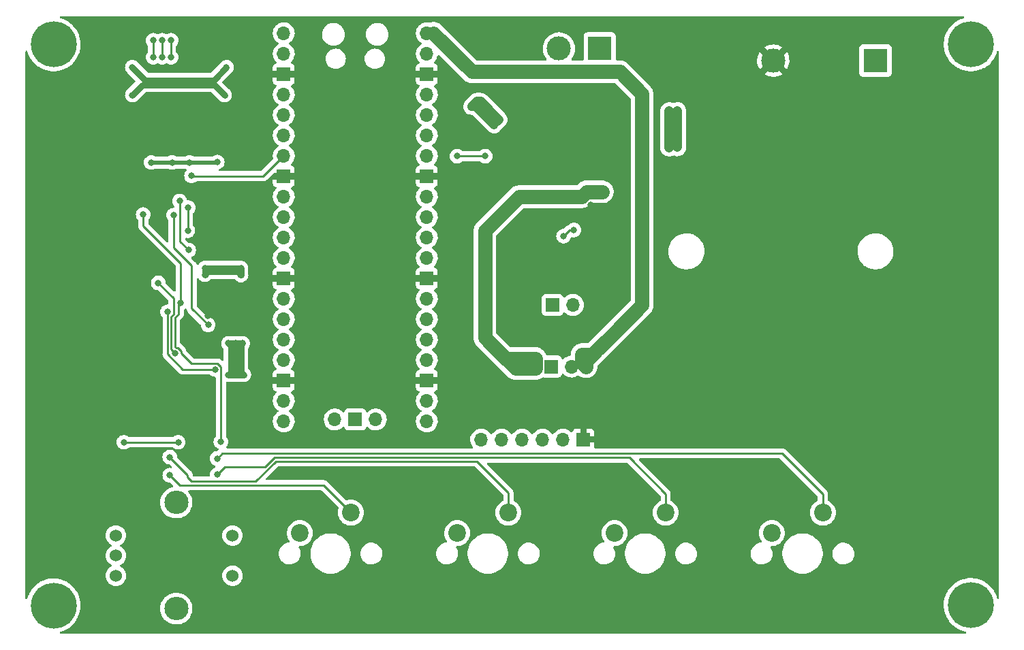
<source format=gbr>
%TF.GenerationSoftware,KiCad,Pcbnew,6.0.11-2627ca5db0~126~ubuntu22.04.1*%
%TF.CreationDate,2024-03-11T23:08:30-04:00*%
%TF.ProjectId,board,626f6172-642e-46b6-9963-61645f706362,rev?*%
%TF.SameCoordinates,Original*%
%TF.FileFunction,Copper,L2,Bot*%
%TF.FilePolarity,Positive*%
%FSLAX46Y46*%
G04 Gerber Fmt 4.6, Leading zero omitted, Abs format (unit mm)*
G04 Created by KiCad (PCBNEW 6.0.11-2627ca5db0~126~ubuntu22.04.1) date 2024-03-11 23:08:30*
%MOMM*%
%LPD*%
G01*
G04 APERTURE LIST*
%TA.AperFunction,ComponentPad*%
%ADD10R,1.700000X1.700000*%
%TD*%
%TA.AperFunction,ComponentPad*%
%ADD11O,1.700000X1.700000*%
%TD*%
%TA.AperFunction,ComponentPad*%
%ADD12C,2.200000*%
%TD*%
%TA.AperFunction,ComponentPad*%
%ADD13C,5.700000*%
%TD*%
%TA.AperFunction,ComponentPad*%
%ADD14R,3.000000X3.000000*%
%TD*%
%TA.AperFunction,ComponentPad*%
%ADD15C,3.000000*%
%TD*%
%TA.AperFunction,ComponentPad*%
%ADD16C,1.524000*%
%TD*%
%TA.AperFunction,ComponentPad*%
%ADD17O,3.000000X2.900000*%
%TD*%
%TA.AperFunction,ViaPad*%
%ADD18C,0.800000*%
%TD*%
%TA.AperFunction,Conductor*%
%ADD19C,1.000000*%
%TD*%
%TA.AperFunction,Conductor*%
%ADD20C,1.200000*%
%TD*%
%TA.AperFunction,Conductor*%
%ADD21C,0.500000*%
%TD*%
%TA.AperFunction,Conductor*%
%ADD22C,0.800000*%
%TD*%
%TA.AperFunction,Conductor*%
%ADD23C,0.250000*%
%TD*%
%TA.AperFunction,Conductor*%
%ADD24C,1.800000*%
%TD*%
%TA.AperFunction,Conductor*%
%ADD25C,1.500000*%
%TD*%
G04 APERTURE END LIST*
D10*
%TO.P,J3,1,Pin_1*%
%TO.N,GND*%
X163850000Y-91160000D03*
D11*
%TO.P,J3,2,Pin_2*%
%TO.N,Net-(J3-Pad2)*%
X161310000Y-91160000D03*
%TO.P,J3,3,Pin_3*%
%TO.N,Net-(J3-Pad3)*%
X158770000Y-91160000D03*
%TO.P,J3,4,Pin_4*%
%TO.N,Net-(J3-Pad4)*%
X156230000Y-91160000D03*
%TO.P,J3,5,Pin_5*%
%TO.N,Net-(J3-Pad5)*%
X153690000Y-91160000D03*
%TO.P,J3,6,Pin_6*%
%TO.N,Net-(J3-Pad6)*%
X151150000Y-91160000D03*
%TD*%
D12*
%TO.P,SW4,1,1*%
%TO.N,B1*%
X174070000Y-100260000D03*
%TO.P,SW4,2,2*%
%TO.N,+3.3V*%
X167720000Y-102800000D03*
%TD*%
D13*
%TO.P,REF3,1*%
%TO.N,N/C*%
X212000000Y-111750000D03*
%TD*%
D12*
%TO.P,SW2,1,1*%
%TO.N,B2*%
X154520000Y-100260000D03*
%TO.P,SW2,2,2*%
%TO.N,+3.3V*%
X148170000Y-102800000D03*
%TD*%
D14*
%TO.P,J1,1,Pin_1*%
%TO.N,Net-(C3-Pad1)*%
X165890000Y-42510000D03*
D15*
%TO.P,J1,2,Pin_2*%
%TO.N,Net-(C4-Pad2)*%
X160810000Y-42510000D03*
%TD*%
D12*
%TO.P,SW5,1,1*%
%TO.N,B3*%
X193620000Y-100260000D03*
%TO.P,SW5,2,2*%
%TO.N,+3.3V*%
X187270000Y-102800000D03*
%TD*%
D13*
%TO.P,REF4,1*%
%TO.N,N/C*%
X212000000Y-42000000D03*
%TD*%
%TO.P,REF1,1*%
%TO.N,N/C*%
X98000000Y-42000000D03*
%TD*%
D12*
%TO.P,SW1,1,1*%
%TO.N,B0*%
X134970000Y-100260000D03*
%TO.P,SW1,2,2*%
%TO.N,+3.3V*%
X128620000Y-102800000D03*
%TD*%
D10*
%TO.P,J5,1,Pin_1*%
%TO.N,VDD*%
X160005000Y-74420000D03*
D11*
%TO.P,J5,2,Pin_2*%
%TO.N,Net-(J5-Pad2)*%
X162545000Y-74420000D03*
%TD*%
D16*
%TO.P,SW3,A,A*%
%TO.N,B4*%
X105750000Y-103100000D03*
%TO.P,SW3,B,B*%
%TO.N,B5*%
X105750000Y-108100000D03*
%TO.P,SW3,C,C*%
%TO.N,+3.3V*%
X105750000Y-105600000D03*
%TO.P,SW3,S1,S1*%
X120250000Y-103100000D03*
%TO.P,SW3,S2,S2*%
%TO.N,B6*%
X120250000Y-108100000D03*
D17*
%TO.P,SW3,SH*%
%TO.N,N/C*%
X113250000Y-112200000D03*
X113250000Y-99000000D03*
%TD*%
D13*
%TO.P,REF2,1*%
%TO.N,N/C*%
X98000000Y-111800000D03*
%TD*%
D10*
%TO.P,J4,1,Pin_1*%
%TO.N,Net-(C7-Pad1)*%
X159845000Y-82080000D03*
D11*
%TO.P,J4,2,Pin_2*%
%TO.N,/Power2/USB_VBUS*%
X162385000Y-82080000D03*
%TD*%
%TO.P,U1,1,GPIO0*%
%TO.N,unconnected-(U1-Pad1)*%
X126610000Y-40625000D03*
%TO.P,U1,2,GPIO1*%
%TO.N,unconnected-(U1-Pad2)*%
X126610000Y-43165000D03*
D10*
%TO.P,U1,3,GND*%
%TO.N,GND*%
X126610000Y-45705000D03*
D11*
%TO.P,U1,4,GPIO2*%
%TO.N,unconnected-(U1-Pad4)*%
X126610000Y-48245000D03*
%TO.P,U1,5,GPIO3*%
%TO.N,unconnected-(U1-Pad5)*%
X126610000Y-50785000D03*
%TO.P,U1,6,GPIO4*%
%TO.N,SD_MISO*%
X126610000Y-53325000D03*
%TO.P,U1,7,GPIO5*%
%TO.N,SD_CS*%
X126610000Y-55865000D03*
D10*
%TO.P,U1,8,GND*%
%TO.N,GND*%
X126610000Y-58405000D03*
D11*
%TO.P,U1,9,GPIO6*%
%TO.N,SD_CLK*%
X126610000Y-60945000D03*
%TO.P,U1,10,GPIO7*%
%TO.N,SD_MOSI*%
X126610000Y-63485000D03*
%TO.P,U1,11,GPIO8*%
%TO.N,unconnected-(U1-Pad11)*%
X126610000Y-66025000D03*
%TO.P,U1,12,GPIO9*%
%TO.N,unconnected-(U1-Pad12)*%
X126610000Y-68565000D03*
D10*
%TO.P,U1,13,GND*%
%TO.N,GND*%
X126610000Y-71105000D03*
D11*
%TO.P,U1,14,GPIO10*%
%TO.N,unconnected-(U1-Pad14)*%
X126610000Y-73645000D03*
%TO.P,U1,15,GPIO11*%
%TO.N,unconnected-(U1-Pad15)*%
X126610000Y-76185000D03*
%TO.P,U1,16,GPIO12*%
%TO.N,GP12*%
X126610000Y-78725000D03*
%TO.P,U1,17,GPIO13*%
%TO.N,GP13*%
X126610000Y-81265000D03*
D10*
%TO.P,U1,18,GND*%
%TO.N,GND*%
X126610000Y-83805000D03*
D11*
%TO.P,U1,19,GPIO14*%
%TO.N,GP14*%
X126610000Y-86345000D03*
%TO.P,U1,20,GPIO15*%
%TO.N,GP15*%
X126610000Y-88885000D03*
%TO.P,U1,21,GPIO16*%
%TO.N,Net-(J3-Pad6)*%
X144390000Y-88885000D03*
%TO.P,U1,22,GPIO17*%
%TO.N,Net-(J3-Pad5)*%
X144390000Y-86345000D03*
D10*
%TO.P,U1,23,GND*%
%TO.N,GND*%
X144390000Y-83805000D03*
D11*
%TO.P,U1,24,GPIO18*%
%TO.N,Net-(J3-Pad4)*%
X144390000Y-81265000D03*
%TO.P,U1,25,GPIO19*%
%TO.N,Net-(J3-Pad3)*%
X144390000Y-78725000D03*
%TO.P,U1,26,GPIO20*%
%TO.N,Net-(J3-Pad2)*%
X144390000Y-76185000D03*
%TO.P,U1,27,GPIO21*%
%TO.N,unconnected-(U1-Pad27)*%
X144390000Y-73645000D03*
D10*
%TO.P,U1,28,GND*%
%TO.N,GND*%
X144390000Y-71105000D03*
D11*
%TO.P,U1,29,GPIO22*%
%TO.N,unconnected-(U1-Pad29)*%
X144390000Y-68565000D03*
%TO.P,U1,30,RUN*%
%TO.N,unconnected-(U1-Pad30)*%
X144390000Y-66025000D03*
%TO.P,U1,31,GPIO26_ADC0*%
%TO.N,GP26*%
X144390000Y-63485000D03*
%TO.P,U1,32,GPIO27_ADC1*%
%TO.N,GP27*%
X144390000Y-60945000D03*
D10*
%TO.P,U1,33,AGND*%
%TO.N,GND*%
X144390000Y-58405000D03*
D11*
%TO.P,U1,34,GPIO28_ADC2*%
%TO.N,GP28*%
X144390000Y-55865000D03*
%TO.P,U1,35,ADC_VREF*%
%TO.N,unconnected-(U1-Pad35)*%
X144390000Y-53325000D03*
%TO.P,U1,36,3V3*%
%TO.N,+3.3V*%
X144390000Y-50785000D03*
%TO.P,U1,37,3V3_EN*%
%TO.N,unconnected-(U1-Pad37)*%
X144390000Y-48245000D03*
D10*
%TO.P,U1,38,GND*%
%TO.N,GND*%
X144390000Y-45705000D03*
D11*
%TO.P,U1,39,VSYS*%
%TO.N,VDD*%
X144390000Y-43165000D03*
%TO.P,U1,40,VBUS*%
%TO.N,/Power2/USB_VBUS*%
X144390000Y-40625000D03*
%TO.P,U1,41,SWCLK*%
%TO.N,unconnected-(U1-Pad41)*%
X132960000Y-88655000D03*
D10*
%TO.P,U1,42,GND*%
%TO.N,unconnected-(U1-Pad42)*%
X135500000Y-88655000D03*
D11*
%TO.P,U1,43,SWDIO*%
%TO.N,unconnected-(U1-Pad43)*%
X138040000Y-88655000D03*
%TD*%
D14*
%TO.P,BT1,1,+*%
%TO.N,Net-(BT1-Pad1)*%
X200150000Y-44030000D03*
D15*
%TO.P,BT1,2,-*%
%TO.N,GND*%
X187450000Y-44030000D03*
%TD*%
D18*
%TO.N,VDD*%
X175510000Y-50300000D03*
X149950000Y-49750000D03*
X152750000Y-52050000D03*
X174510000Y-50300000D03*
X153400000Y-51350000D03*
X150600000Y-49050000D03*
X175620000Y-54920000D03*
X174620000Y-54940000D03*
%TO.N,GND*%
X113800000Y-88850000D03*
X119050000Y-65300000D03*
X116480000Y-98040000D03*
X154550000Y-68650000D03*
X163050000Y-51400000D03*
X164900000Y-49600000D03*
X120600000Y-40500000D03*
X158550000Y-67000000D03*
X121400000Y-98100000D03*
X111650000Y-69500000D03*
X165650000Y-67450000D03*
X109900000Y-83650000D03*
X159500000Y-65275000D03*
X156050000Y-56600000D03*
X109850000Y-96850000D03*
X107500000Y-96850000D03*
X117000000Y-49600000D03*
X117216970Y-75742744D03*
X156550000Y-68650000D03*
X115700000Y-41350000D03*
X106300000Y-40200000D03*
X164720759Y-61979241D03*
X159450500Y-67000000D03*
X160250000Y-53000000D03*
X105150000Y-96850000D03*
X103850000Y-41550000D03*
X111250000Y-49550000D03*
X158700000Y-49025500D03*
%TO.N,+3.3V*%
X116800000Y-69850000D03*
X110150000Y-56700000D03*
X120650000Y-83100000D03*
X107800000Y-44850000D03*
X119500000Y-44850000D03*
X121300000Y-69850000D03*
X119250000Y-48300000D03*
X121650000Y-83100000D03*
X121500000Y-79200000D03*
X114900000Y-56700000D03*
X119750000Y-79200000D03*
X112750000Y-56700000D03*
X119750000Y-83100000D03*
X121300000Y-70700000D03*
X116800000Y-70650000D03*
X107800000Y-48300000D03*
X120650000Y-79200000D03*
X118350000Y-56650000D03*
%TO.N,/Power2/USB_VBUS*%
X163680000Y-80600000D03*
X164170000Y-82100000D03*
%TO.N,Net-(J2-Pad1)*%
X110400000Y-43600000D03*
X110400000Y-41500000D03*
%TO.N,SD_CS*%
X111500000Y-43600000D03*
X111500000Y-41500000D03*
X115150000Y-58350000D03*
%TO.N,SD_MOSI*%
X112600000Y-43600000D03*
X112600000Y-41500000D03*
%TO.N,Net-(R11-Pad1)*%
X162662299Y-65087701D03*
X161387701Y-65862299D03*
%TO.N,B0*%
X112450000Y-95600000D03*
X117227250Y-76892750D03*
X112925500Y-63250000D03*
%TO.N,B2*%
X111020000Y-71680000D03*
X113130000Y-80460000D03*
X112450000Y-93350000D03*
%TO.N,B6*%
X114690000Y-65174500D03*
X114747294Y-62320681D03*
%TO.N,B1*%
X109140000Y-63170000D03*
X118350000Y-95500000D03*
X113808729Y-74155765D03*
X118790000Y-91440000D03*
%TO.N,B3*%
X118325000Y-93525000D03*
X106750000Y-91500000D03*
X113500000Y-91500000D03*
%TO.N,GP15*%
X112180353Y-75270353D03*
X118075500Y-82424500D03*
%TO.N,GP28*%
X151650000Y-55900000D03*
X148150000Y-55900000D03*
%TO.N,Net-(C7-Pad1)*%
X166200000Y-60350000D03*
X157890000Y-82320000D03*
X156740000Y-60960000D03*
X157890000Y-81080000D03*
%TO.N,Net-(U6-Pad1)*%
X114790000Y-67600000D03*
X113680000Y-61490000D03*
%TD*%
D19*
%TO.N,VDD*%
X151100000Y-49050000D02*
X153400000Y-51350000D01*
D20*
X174510000Y-54830000D02*
X174510000Y-50300000D01*
D21*
X175510000Y-54810000D02*
X175620000Y-54920000D01*
D19*
X149950000Y-49700000D02*
X150600000Y-49050000D01*
X152750000Y-52000000D02*
X153400000Y-51350000D01*
X150600000Y-49050000D02*
X151100000Y-49050000D01*
X150450000Y-49750000D02*
X152750000Y-52050000D01*
D20*
X175510000Y-50300000D02*
X175510000Y-54810000D01*
D19*
X149950000Y-49750000D02*
X149950000Y-49700000D01*
X149950000Y-49750000D02*
X150450000Y-49750000D01*
X152750000Y-52050000D02*
X152750000Y-52000000D01*
D21*
%TO.N,+3.3V*%
X110150000Y-56700000D02*
X112750000Y-56700000D01*
X118300000Y-56700000D02*
X118350000Y-56650000D01*
D22*
X120050000Y-79500000D02*
X119750000Y-79200000D01*
D23*
X121250000Y-70650000D02*
X121300000Y-70700000D01*
D22*
X107800000Y-44850000D02*
X109400000Y-46450000D01*
X118000000Y-47050000D02*
X109050000Y-47050000D01*
X119750000Y-79200000D02*
X120650000Y-79200000D01*
D21*
X112750000Y-56700000D02*
X114900000Y-56700000D01*
D22*
X121300000Y-82750000D02*
X121650000Y-83100000D01*
X120650000Y-79200000D02*
X120650000Y-83100000D01*
X121300000Y-69850000D02*
X121300000Y-70700000D01*
X117900000Y-46450000D02*
X119500000Y-44850000D01*
X116800000Y-69850000D02*
X121300000Y-69850000D01*
X117150000Y-70300000D02*
X120900000Y-70300000D01*
X121650000Y-83100000D02*
X120650000Y-83100000D01*
D21*
X114900000Y-56700000D02*
X118300000Y-56700000D01*
D22*
X120050000Y-82800000D02*
X120050000Y-79500000D01*
X109400000Y-46450000D02*
X117900000Y-46450000D01*
X109050000Y-47050000D02*
X107800000Y-48300000D01*
X119750000Y-83100000D02*
X120050000Y-82800000D01*
X119250000Y-48300000D02*
X118000000Y-47050000D01*
X120650000Y-79200000D02*
X121500000Y-79200000D01*
X121300000Y-79400000D02*
X121300000Y-82750000D01*
X120900000Y-70300000D02*
X121250000Y-70650000D01*
X116800000Y-69850000D02*
X116800000Y-70650000D01*
X116800000Y-70650000D02*
X117150000Y-70300000D01*
X121500000Y-79200000D02*
X121300000Y-79400000D01*
X120650000Y-83100000D02*
X119750000Y-83100000D01*
D24*
%TO.N,/Power2/USB_VBUS*%
X164170000Y-81410000D02*
X165540000Y-80040000D01*
X164980000Y-80600000D02*
X165540000Y-80040000D01*
X163680000Y-81610000D02*
X164170000Y-82100000D01*
X171140000Y-74440000D02*
X167710000Y-77870000D01*
X165830000Y-79750000D02*
X166870000Y-78710000D01*
D25*
X145225000Y-40625000D02*
X144390000Y-40625000D01*
D24*
X149990000Y-45390000D02*
X168360000Y-45390000D01*
X145225000Y-40625000D02*
X149990000Y-45390000D01*
X171140000Y-48170000D02*
X171140000Y-58020000D01*
X171140000Y-59260000D02*
X171140000Y-74440000D01*
X164170000Y-82100000D02*
X164170000Y-81410000D01*
X171140000Y-58020000D02*
X171140000Y-59260000D01*
X163680000Y-80600000D02*
X164980000Y-80600000D01*
X168360000Y-45390000D02*
X171140000Y-48170000D01*
X163680000Y-80600000D02*
X163680000Y-81610000D01*
X165540000Y-80040000D02*
X166870000Y-78710000D01*
X167710000Y-77870000D02*
X166870000Y-78710000D01*
X171140000Y-58090000D02*
X171140000Y-58020000D01*
D23*
%TO.N,Net-(J2-Pad1)*%
X110400000Y-43600000D02*
X110400000Y-41500000D01*
%TO.N,SD_CS*%
X111500000Y-43600000D02*
X111500000Y-41500000D01*
X115150000Y-58350000D02*
X115200000Y-58400000D01*
X124075000Y-58400000D02*
X126610000Y-55865000D01*
X115200000Y-58400000D02*
X124075000Y-58400000D01*
%TO.N,SD_MOSI*%
X112600000Y-43600000D02*
X112600000Y-41500000D01*
%TO.N,Net-(R11-Pad1)*%
X162162299Y-65087701D02*
X161387701Y-65862299D01*
X162662299Y-65087701D02*
X162162299Y-65087701D01*
%TO.N,B0*%
X112450000Y-95600000D02*
X113700000Y-96850000D01*
X112925500Y-63250000D02*
X112925500Y-67300195D01*
X112925500Y-67300195D02*
X115170000Y-69544695D01*
X115170000Y-74835500D02*
X117227250Y-76892750D01*
X131560000Y-96850000D02*
X134970000Y-100260000D01*
X113700000Y-96850000D02*
X131560000Y-96850000D01*
X115170000Y-69544695D02*
X115170000Y-74835500D01*
%TO.N,B2*%
X154520000Y-97770000D02*
X154520000Y-100260000D01*
X125636396Y-93850000D02*
X150600000Y-93850000D01*
X112630353Y-79960353D02*
X113130000Y-80460000D01*
X112905353Y-75570658D02*
X112630353Y-75845658D01*
X115173896Y-96387500D02*
X123098896Y-96387500D01*
X111020000Y-71680000D02*
X112905353Y-73565353D01*
X123098896Y-96387500D02*
X125636396Y-93850000D01*
X150600000Y-93850000D02*
X154520000Y-97770000D01*
X114650000Y-95863604D02*
X115173896Y-96387500D01*
X112450000Y-93350000D02*
X114650000Y-95550000D01*
X114650000Y-95550000D02*
X114650000Y-95863604D01*
X112905353Y-73565353D02*
X112905353Y-75570658D01*
X112630353Y-75845658D02*
X112630353Y-79960353D01*
%TO.N,B6*%
X114690000Y-65174500D02*
X114690000Y-62377975D01*
X114690000Y-62377975D02*
X114747294Y-62320681D01*
%TO.N,B1*%
X125450000Y-93400000D02*
X169550000Y-93400000D01*
X119300000Y-94550000D02*
X124300000Y-94550000D01*
X113430305Y-79735000D02*
X113195000Y-79735000D01*
X113080353Y-79620353D02*
X113080353Y-76032054D01*
X118350000Y-95500000D02*
X119300000Y-94550000D01*
X113855000Y-80395000D02*
X113855000Y-80159695D01*
X124300000Y-94550000D02*
X125450000Y-93400000D01*
X113080353Y-76032054D02*
X113570000Y-75542407D01*
X113810000Y-69238249D02*
X113810000Y-74154494D01*
X118800500Y-82724805D02*
X118800500Y-82124195D01*
X113570000Y-74394494D02*
X113808729Y-74155765D01*
X174070000Y-97920000D02*
X174070000Y-100260000D01*
X115159500Y-81699500D02*
X113855000Y-80395000D01*
X118800500Y-82124195D02*
X118375805Y-81699500D01*
X109140000Y-63170000D02*
X109140000Y-64568249D01*
X113195000Y-79735000D02*
X113080353Y-79620353D01*
X118375805Y-81699500D02*
X115159500Y-81699500D01*
X113570000Y-75542407D02*
X113570000Y-74394494D01*
X169550000Y-93400000D02*
X174070000Y-97920000D01*
X118790000Y-82735305D02*
X118800500Y-82724805D01*
X109140000Y-64568249D02*
X113810000Y-69238249D01*
X118790000Y-91440000D02*
X118790000Y-82735305D01*
X113855000Y-80159695D02*
X113430305Y-79735000D01*
X113810000Y-74154494D02*
X113808729Y-74155765D01*
%TO.N,B3*%
X106750000Y-91500000D02*
X113500000Y-91500000D01*
X118325000Y-93525000D02*
X118975000Y-92875000D01*
X193620000Y-97970000D02*
X193620000Y-100260000D01*
X188525000Y-92875000D02*
X193620000Y-97970000D01*
X118975000Y-92875000D02*
X188525000Y-92875000D01*
%TO.N,GP15*%
X112180353Y-75270353D02*
X112180353Y-80550353D01*
X114054500Y-82424500D02*
X118075500Y-82424500D01*
X112180353Y-80550353D02*
X114054500Y-82424500D01*
%TO.N,GP28*%
X151650000Y-55900000D02*
X148150000Y-55900000D01*
D24*
%TO.N,Net-(C7-Pad1)*%
X163618679Y-60960000D02*
X164228679Y-60350000D01*
X164228679Y-60350000D02*
X166200000Y-60350000D01*
X153870000Y-80750000D02*
X151610000Y-78490000D01*
X155830000Y-60960000D02*
X151610000Y-65180000D01*
X157890000Y-82320000D02*
X157280000Y-81710000D01*
X155440000Y-82320000D02*
X151610000Y-78490000D01*
X157890000Y-82320000D02*
X155440000Y-82320000D01*
X156740000Y-60960000D02*
X163618679Y-60960000D01*
X157890000Y-81080000D02*
X154200000Y-81080000D01*
X154200000Y-81080000D02*
X153870000Y-80750000D01*
X151610000Y-65180000D02*
X151610000Y-78490000D01*
X157890000Y-81080000D02*
X157890000Y-82320000D01*
X156740000Y-60960000D02*
X155830000Y-60960000D01*
D23*
%TO.N,Net-(U6-Pad1)*%
X113680000Y-61490000D02*
X113725000Y-61535000D01*
X113725000Y-66535000D02*
X113725000Y-61535000D01*
X113725000Y-66535000D02*
X114790000Y-67600000D01*
%TD*%
%TA.AperFunction,Conductor*%
%TO.N,GND*%
G36*
X211147090Y-38528502D02*
G01*
X211193583Y-38582158D01*
X211203687Y-38652432D01*
X211174193Y-38717012D01*
X211112430Y-38755976D01*
X211110150Y-38756604D01*
X211106820Y-38757330D01*
X211103592Y-38758410D01*
X211103585Y-38758412D01*
X210814361Y-38855185D01*
X210761838Y-38872759D01*
X210431340Y-39024771D01*
X210119192Y-39211588D01*
X209829046Y-39431023D01*
X209564296Y-39680511D01*
X209562084Y-39683101D01*
X209562083Y-39683102D01*
X209471248Y-39789457D01*
X209328040Y-39957132D01*
X209326112Y-39959959D01*
X209326110Y-39959961D01*
X209308627Y-39985590D01*
X209123040Y-40257651D01*
X209071531Y-40354118D01*
X208977983Y-40529318D01*
X208951694Y-40578552D01*
X208950419Y-40581724D01*
X208950417Y-40581728D01*
X208822601Y-40899684D01*
X208816009Y-40916081D01*
X208815090Y-40919349D01*
X208815088Y-40919356D01*
X208723114Y-41246562D01*
X208717569Y-41266290D01*
X208717007Y-41269647D01*
X208717007Y-41269648D01*
X208662793Y-41593622D01*
X208657528Y-41625082D01*
X208636587Y-41988259D01*
X208654992Y-42351574D01*
X208655529Y-42354929D01*
X208655530Y-42354935D01*
X208682104Y-42520840D01*
X208712527Y-42710777D01*
X208808519Y-43061664D01*
X208941845Y-43400133D01*
X208950509Y-43416635D01*
X209109362Y-43719206D01*
X209109367Y-43719214D01*
X209110946Y-43722222D01*
X209112840Y-43725040D01*
X209112845Y-43725049D01*
X209291533Y-43990964D01*
X209313843Y-44024165D01*
X209548163Y-44302428D01*
X209659442Y-44408768D01*
X209808702Y-44551405D01*
X209808709Y-44551411D01*
X209811165Y-44553758D01*
X210099771Y-44775214D01*
X210154981Y-44808782D01*
X210407692Y-44962433D01*
X210407697Y-44962436D01*
X210410607Y-44964205D01*
X210440134Y-44978037D01*
X210736952Y-45117077D01*
X210736962Y-45117081D01*
X210740036Y-45118521D01*
X210743254Y-45119623D01*
X210743257Y-45119624D01*
X211080981Y-45235253D01*
X211080989Y-45235255D01*
X211084204Y-45236356D01*
X211439084Y-45316332D01*
X211492123Y-45322375D01*
X211797144Y-45357128D01*
X211797152Y-45357128D01*
X211800527Y-45357513D01*
X211803931Y-45357531D01*
X211803934Y-45357531D01*
X212002058Y-45358568D01*
X212164303Y-45359418D01*
X212167689Y-45359068D01*
X212167691Y-45359068D01*
X212522765Y-45322375D01*
X212522774Y-45322374D01*
X212526157Y-45322024D01*
X212529490Y-45321310D01*
X212529493Y-45321309D01*
X212690064Y-45286885D01*
X212881856Y-45245768D01*
X213227239Y-45131544D01*
X213230323Y-45130138D01*
X213230332Y-45130135D01*
X213555171Y-44982096D01*
X213558265Y-44980686D01*
X213663772Y-44918041D01*
X213868128Y-44796704D01*
X213868132Y-44796701D01*
X213871063Y-44794961D01*
X214161973Y-44576539D01*
X214427592Y-44327977D01*
X214664813Y-44052182D01*
X214789146Y-43871277D01*
X214868931Y-43755190D01*
X214868936Y-43755182D01*
X214870861Y-43752381D01*
X214872473Y-43749387D01*
X214872478Y-43749379D01*
X215028767Y-43459117D01*
X215043325Y-43432080D01*
X215180188Y-43095027D01*
X215182279Y-43087689D01*
X215244321Y-42869888D01*
X215282220Y-42809853D01*
X215346560Y-42779839D01*
X215416913Y-42789374D01*
X215470943Y-42835431D01*
X215491500Y-42904407D01*
X215491500Y-110846639D01*
X215471498Y-110914760D01*
X215417842Y-110961253D01*
X215347568Y-110971357D01*
X215282988Y-110941863D01*
X215244083Y-110880311D01*
X215234745Y-110846639D01*
X215187756Y-110677202D01*
X215183331Y-110666081D01*
X215054508Y-110342365D01*
X215053249Y-110339201D01*
X215014110Y-110265281D01*
X214884624Y-110020723D01*
X214884620Y-110020716D01*
X214883025Y-110017704D01*
X214881118Y-110014888D01*
X214881113Y-110014879D01*
X214680985Y-109719292D01*
X214679075Y-109716471D01*
X214443785Y-109439027D01*
X214179908Y-109188617D01*
X213947524Y-109011588D01*
X213893237Y-108970232D01*
X213893235Y-108970230D01*
X213890530Y-108968170D01*
X213887618Y-108966413D01*
X213887613Y-108966410D01*
X213581951Y-108782023D01*
X213581945Y-108782020D01*
X213579036Y-108780265D01*
X213249071Y-108627100D01*
X212904494Y-108510467D01*
X212895234Y-108508414D01*
X212820485Y-108491843D01*
X212549336Y-108431731D01*
X212420217Y-108417476D01*
X212191133Y-108392184D01*
X212191128Y-108392184D01*
X212187752Y-108391811D01*
X212184353Y-108391805D01*
X212184352Y-108391805D01*
X212012762Y-108391506D01*
X211823972Y-108391176D01*
X211688831Y-108405618D01*
X211465634Y-108429471D01*
X211465628Y-108429472D01*
X211462250Y-108429833D01*
X211106820Y-108507330D01*
X210761838Y-108622759D01*
X210431340Y-108774771D01*
X210119192Y-108961588D01*
X209829046Y-109181023D01*
X209564296Y-109430511D01*
X209328040Y-109707132D01*
X209326112Y-109709959D01*
X209326110Y-109709961D01*
X209289333Y-109763874D01*
X209123040Y-110007651D01*
X209094741Y-110060650D01*
X208989887Y-110257024D01*
X208951694Y-110328552D01*
X208950419Y-110331724D01*
X208950417Y-110331728D01*
X208851104Y-110578780D01*
X208816009Y-110666081D01*
X208815090Y-110669349D01*
X208815088Y-110669356D01*
X208718490Y-111013012D01*
X208717569Y-111016290D01*
X208657528Y-111375082D01*
X208636587Y-111738259D01*
X208636759Y-111741654D01*
X208636759Y-111741655D01*
X208639807Y-111801820D01*
X208654992Y-112101574D01*
X208655529Y-112104929D01*
X208655530Y-112104935D01*
X208674986Y-112226402D01*
X208712527Y-112460777D01*
X208808519Y-112811664D01*
X208941845Y-113150133D01*
X208943428Y-113153148D01*
X209109362Y-113469206D01*
X209109367Y-113469214D01*
X209110946Y-113472222D01*
X209112840Y-113475040D01*
X209112845Y-113475049D01*
X209259342Y-113693059D01*
X209313843Y-113774165D01*
X209548163Y-114052428D01*
X209627221Y-114127977D01*
X209808702Y-114301405D01*
X209808709Y-114301411D01*
X209811165Y-114303758D01*
X210099771Y-114525214D01*
X210102689Y-114526988D01*
X210407692Y-114712433D01*
X210407697Y-114712436D01*
X210410607Y-114714205D01*
X210413695Y-114715651D01*
X210413694Y-114715651D01*
X210736952Y-114867077D01*
X210736962Y-114867081D01*
X210740036Y-114868521D01*
X210743254Y-114869623D01*
X210743257Y-114869624D01*
X211080981Y-114985253D01*
X211080989Y-114985255D01*
X211084204Y-114986356D01*
X211087532Y-114987106D01*
X211333702Y-115042583D01*
X211395758Y-115077071D01*
X211429318Y-115139636D01*
X211423725Y-115210412D01*
X211380756Y-115266929D01*
X211314052Y-115291243D01*
X211306001Y-115291500D01*
X98921036Y-115291500D01*
X98852915Y-115271498D01*
X98806422Y-115217842D01*
X98796318Y-115147568D01*
X98825812Y-115082988D01*
X98882405Y-115047429D01*
X98881856Y-115045768D01*
X98910315Y-115036356D01*
X99227239Y-114931544D01*
X99230323Y-114930138D01*
X99230332Y-114930135D01*
X99555171Y-114782096D01*
X99558265Y-114780686D01*
X99692861Y-114700769D01*
X99868128Y-114596704D01*
X99868132Y-114596701D01*
X99871063Y-114594961D01*
X100161973Y-114376539D01*
X100427592Y-114127977D01*
X100664813Y-113852182D01*
X100800316Y-113655024D01*
X100868931Y-113555190D01*
X100868936Y-113555182D01*
X100870861Y-113552381D01*
X100872473Y-113549387D01*
X100872478Y-113549379D01*
X100997718Y-113316781D01*
X101043325Y-113232080D01*
X101180188Y-112895027D01*
X101279850Y-112545164D01*
X101341143Y-112186583D01*
X101341938Y-112173598D01*
X101342209Y-112169159D01*
X111236739Y-112169159D01*
X111236983Y-112173594D01*
X111236983Y-112173598D01*
X111240378Y-112235273D01*
X111251980Y-112446092D01*
X111306089Y-112718116D01*
X111307565Y-112722319D01*
X111393841Y-112967997D01*
X111397986Y-112979801D01*
X111400039Y-112983754D01*
X111400042Y-112983760D01*
X111472510Y-113123266D01*
X111525838Y-113225927D01*
X111528421Y-113229542D01*
X111528425Y-113229548D01*
X111565589Y-113281553D01*
X111687095Y-113451584D01*
X111878538Y-113652268D01*
X111989538Y-113739773D01*
X112068704Y-113802182D01*
X112096348Y-113823975D01*
X112100190Y-113826207D01*
X112100195Y-113826210D01*
X112332324Y-113961042D01*
X112332330Y-113961045D01*
X112336178Y-113963280D01*
X112340311Y-113964954D01*
X112589112Y-114065729D01*
X112589120Y-114065732D01*
X112593244Y-114067402D01*
X112734250Y-114102428D01*
X112858092Y-114133191D01*
X112858097Y-114133192D01*
X112862417Y-114134265D01*
X113098953Y-114158500D01*
X113370659Y-114158500D01*
X113576660Y-114143914D01*
X113581015Y-114142976D01*
X113581018Y-114142976D01*
X113843453Y-114086476D01*
X113843455Y-114086475D01*
X113847800Y-114085540D01*
X114108010Y-113989543D01*
X114352098Y-113857840D01*
X114469219Y-113771333D01*
X114571607Y-113695708D01*
X114571610Y-113695706D01*
X114575193Y-113693059D01*
X114578362Y-113689940D01*
X114578366Y-113689936D01*
X114715245Y-113555190D01*
X114772845Y-113498488D01*
X114792891Y-113472222D01*
X114938405Y-113281553D01*
X114938408Y-113281549D01*
X114941110Y-113278008D01*
X115076631Y-113036019D01*
X115096849Y-112983760D01*
X115175099Y-112781492D01*
X115176702Y-112777349D01*
X115189458Y-112722319D01*
X115238323Y-112511498D01*
X115239329Y-112507160D01*
X115263261Y-112230841D01*
X115261196Y-112193316D01*
X115248265Y-111958351D01*
X115248264Y-111958344D01*
X115248020Y-111953908D01*
X115193911Y-111681884D01*
X115187520Y-111663685D01*
X115103492Y-111424407D01*
X115103491Y-111424404D01*
X115102014Y-111420199D01*
X115099961Y-111416246D01*
X115099958Y-111416240D01*
X114976214Y-111178024D01*
X114974162Y-111174073D01*
X114971579Y-111170458D01*
X114971575Y-111170452D01*
X114863808Y-111019648D01*
X114812905Y-110948416D01*
X114621462Y-110747732D01*
X114403652Y-110576025D01*
X114399810Y-110573793D01*
X114399805Y-110573790D01*
X114167676Y-110438958D01*
X114167670Y-110438955D01*
X114163822Y-110436720D01*
X114104201Y-110412571D01*
X113910888Y-110334271D01*
X113910880Y-110334268D01*
X113906756Y-110332598D01*
X113737079Y-110290450D01*
X113641908Y-110266809D01*
X113641903Y-110266808D01*
X113637583Y-110265735D01*
X113401047Y-110241500D01*
X113129341Y-110241500D01*
X112923340Y-110256086D01*
X112918985Y-110257024D01*
X112918982Y-110257024D01*
X112656547Y-110313524D01*
X112656545Y-110313525D01*
X112652200Y-110314460D01*
X112391990Y-110410457D01*
X112147902Y-110542160D01*
X111924807Y-110706941D01*
X111921638Y-110710060D01*
X111921634Y-110710064D01*
X111883370Y-110747732D01*
X111727155Y-110901512D01*
X111724456Y-110905049D01*
X111724453Y-110905052D01*
X111590079Y-111081125D01*
X111558890Y-111121992D01*
X111423369Y-111363981D01*
X111421764Y-111368130D01*
X111421762Y-111368134D01*
X111361720Y-111523336D01*
X111323298Y-111622651D01*
X111322295Y-111626976D01*
X111322294Y-111626981D01*
X111309568Y-111681884D01*
X111260671Y-111892840D01*
X111236739Y-112169159D01*
X101342209Y-112169159D01*
X101363241Y-111825278D01*
X101363351Y-111823481D01*
X101363433Y-111800000D01*
X101343760Y-111436751D01*
X101284972Y-111077752D01*
X101187756Y-110727202D01*
X101183331Y-110716081D01*
X101061708Y-110410457D01*
X101053249Y-110389201D01*
X100982768Y-110256086D01*
X100884624Y-110070723D01*
X100884620Y-110070716D01*
X100883025Y-110067704D01*
X100881118Y-110064888D01*
X100881113Y-110064879D01*
X100680985Y-109769292D01*
X100679075Y-109766471D01*
X100443785Y-109489027D01*
X100179908Y-109238617D01*
X99890530Y-109018170D01*
X99887618Y-109016413D01*
X99887613Y-109016410D01*
X99581951Y-108832023D01*
X99581945Y-108832020D01*
X99579036Y-108830265D01*
X99249071Y-108677100D01*
X98904494Y-108560467D01*
X98895234Y-108558414D01*
X98795014Y-108536196D01*
X98549336Y-108481731D01*
X98420217Y-108467476D01*
X98191133Y-108442184D01*
X98191128Y-108442184D01*
X98187752Y-108441811D01*
X98184353Y-108441805D01*
X98184352Y-108441805D01*
X98012763Y-108441506D01*
X97823972Y-108441176D01*
X97688831Y-108455618D01*
X97465634Y-108479471D01*
X97465628Y-108479472D01*
X97462250Y-108479833D01*
X97106820Y-108557330D01*
X96761838Y-108672759D01*
X96431340Y-108824771D01*
X96119192Y-109011588D01*
X95829046Y-109231023D01*
X95564296Y-109480511D01*
X95328040Y-109757132D01*
X95123040Y-110057651D01*
X95121439Y-110060650D01*
X94972706Y-110339201D01*
X94951694Y-110378552D01*
X94950419Y-110381724D01*
X94950417Y-110381728D01*
X94836109Y-110666081D01*
X94816009Y-110716081D01*
X94815090Y-110719349D01*
X94815088Y-110719356D01*
X94755799Y-110930283D01*
X94718110Y-110990450D01*
X94653875Y-111020688D01*
X94583488Y-111011399D01*
X94529298Y-110965531D01*
X94508500Y-110896187D01*
X94508500Y-108100000D01*
X104474647Y-108100000D01*
X104494022Y-108321463D01*
X104523767Y-108432472D01*
X104543631Y-108506603D01*
X104551560Y-108536196D01*
X104553882Y-108541177D01*
X104553883Y-108541178D01*
X104643186Y-108732689D01*
X104643189Y-108732694D01*
X104645512Y-108737676D01*
X104648668Y-108742183D01*
X104648669Y-108742185D01*
X104709339Y-108828830D01*
X104773023Y-108919781D01*
X104930219Y-109076977D01*
X104934727Y-109080134D01*
X104934730Y-109080136D01*
X105010495Y-109133187D01*
X105112323Y-109204488D01*
X105117305Y-109206811D01*
X105117310Y-109206814D01*
X105308822Y-109296117D01*
X105313804Y-109298440D01*
X105319112Y-109299862D01*
X105319114Y-109299863D01*
X105384949Y-109317503D01*
X105528537Y-109355978D01*
X105750000Y-109375353D01*
X105971463Y-109355978D01*
X106115051Y-109317503D01*
X106180886Y-109299863D01*
X106180888Y-109299862D01*
X106186196Y-109298440D01*
X106191178Y-109296117D01*
X106382690Y-109206814D01*
X106382695Y-109206811D01*
X106387677Y-109204488D01*
X106489505Y-109133187D01*
X106565270Y-109080136D01*
X106565273Y-109080134D01*
X106569781Y-109076977D01*
X106726977Y-108919781D01*
X106790662Y-108828830D01*
X106851331Y-108742185D01*
X106851332Y-108742183D01*
X106854488Y-108737676D01*
X106856811Y-108732694D01*
X106856814Y-108732689D01*
X106946117Y-108541178D01*
X106946118Y-108541177D01*
X106948440Y-108536196D01*
X106956370Y-108506603D01*
X106976233Y-108432472D01*
X107005978Y-108321463D01*
X107025353Y-108100000D01*
X118974647Y-108100000D01*
X118994022Y-108321463D01*
X119023767Y-108432472D01*
X119043631Y-108506603D01*
X119051560Y-108536196D01*
X119053882Y-108541177D01*
X119053883Y-108541178D01*
X119143186Y-108732689D01*
X119143189Y-108732694D01*
X119145512Y-108737676D01*
X119148668Y-108742183D01*
X119148669Y-108742185D01*
X119209339Y-108828830D01*
X119273023Y-108919781D01*
X119430219Y-109076977D01*
X119434727Y-109080134D01*
X119434730Y-109080136D01*
X119510495Y-109133187D01*
X119612323Y-109204488D01*
X119617305Y-109206811D01*
X119617310Y-109206814D01*
X119808822Y-109296117D01*
X119813804Y-109298440D01*
X119819112Y-109299862D01*
X119819114Y-109299863D01*
X119884949Y-109317503D01*
X120028537Y-109355978D01*
X120250000Y-109375353D01*
X120471463Y-109355978D01*
X120615051Y-109317503D01*
X120680886Y-109299863D01*
X120680888Y-109299862D01*
X120686196Y-109298440D01*
X120691178Y-109296117D01*
X120882690Y-109206814D01*
X120882695Y-109206811D01*
X120887677Y-109204488D01*
X120989505Y-109133187D01*
X121065270Y-109080136D01*
X121065273Y-109080134D01*
X121069781Y-109076977D01*
X121226977Y-108919781D01*
X121290662Y-108828830D01*
X121351331Y-108742185D01*
X121351332Y-108742183D01*
X121354488Y-108737676D01*
X121356811Y-108732694D01*
X121356814Y-108732689D01*
X121446117Y-108541178D01*
X121446118Y-108541177D01*
X121448440Y-108536196D01*
X121456370Y-108506603D01*
X121476233Y-108432472D01*
X121505978Y-108321463D01*
X121525353Y-108100000D01*
X121505978Y-107878537D01*
X121448440Y-107663804D01*
X121391904Y-107542562D01*
X121356814Y-107467311D01*
X121356811Y-107467306D01*
X121354488Y-107462324D01*
X121293734Y-107375558D01*
X121230136Y-107284730D01*
X121230134Y-107284727D01*
X121226977Y-107280219D01*
X121069781Y-107123023D01*
X121065273Y-107119866D01*
X121065270Y-107119864D01*
X120989505Y-107066813D01*
X120887677Y-106995512D01*
X120882695Y-106993189D01*
X120882690Y-106993186D01*
X120691178Y-106903883D01*
X120691177Y-106903882D01*
X120686196Y-106901560D01*
X120680888Y-106900138D01*
X120680886Y-106900137D01*
X120615051Y-106882497D01*
X120471463Y-106844022D01*
X120250000Y-106824647D01*
X120028537Y-106844022D01*
X119884949Y-106882497D01*
X119819114Y-106900137D01*
X119819112Y-106900138D01*
X119813804Y-106901560D01*
X119808823Y-106903882D01*
X119808822Y-106903883D01*
X119617311Y-106993186D01*
X119617306Y-106993189D01*
X119612324Y-106995512D01*
X119607817Y-106998668D01*
X119607815Y-106998669D01*
X119434730Y-107119864D01*
X119434727Y-107119866D01*
X119430219Y-107123023D01*
X119273023Y-107280219D01*
X119269866Y-107284727D01*
X119269864Y-107284730D01*
X119206266Y-107375558D01*
X119145512Y-107462324D01*
X119143189Y-107467306D01*
X119143186Y-107467311D01*
X119108096Y-107542562D01*
X119051560Y-107663804D01*
X118994022Y-107878537D01*
X118974647Y-108100000D01*
X107025353Y-108100000D01*
X107005978Y-107878537D01*
X106948440Y-107663804D01*
X106891904Y-107542562D01*
X106856814Y-107467311D01*
X106856811Y-107467306D01*
X106854488Y-107462324D01*
X106793734Y-107375558D01*
X106730136Y-107284730D01*
X106730134Y-107284727D01*
X106726977Y-107280219D01*
X106569781Y-107123023D01*
X106565273Y-107119866D01*
X106565270Y-107119864D01*
X106489505Y-107066813D01*
X106387677Y-106995512D01*
X106382695Y-106993189D01*
X106382690Y-106993186D01*
X106320517Y-106964195D01*
X106267232Y-106917278D01*
X106247771Y-106849001D01*
X106268313Y-106781041D01*
X106320517Y-106735805D01*
X106382690Y-106706814D01*
X106382695Y-106706811D01*
X106387677Y-106704488D01*
X106502900Y-106623808D01*
X106565270Y-106580136D01*
X106565273Y-106580134D01*
X106569781Y-106576977D01*
X106726977Y-106419781D01*
X106731272Y-106413648D01*
X106851331Y-106242185D01*
X106851332Y-106242183D01*
X106854488Y-106237676D01*
X106856811Y-106232694D01*
X106856814Y-106232689D01*
X106946117Y-106041178D01*
X106946118Y-106041177D01*
X106948440Y-106036196D01*
X107005978Y-105821463D01*
X107025353Y-105600000D01*
X107005978Y-105378537D01*
X106978442Y-105275774D01*
X125988102Y-105275774D01*
X125996751Y-105506158D01*
X126044093Y-105731791D01*
X126046051Y-105736750D01*
X126046052Y-105736752D01*
X126081605Y-105826776D01*
X126128776Y-105946221D01*
X126248377Y-106143317D01*
X126251874Y-106147347D01*
X126338438Y-106247103D01*
X126399477Y-106317445D01*
X126403608Y-106320832D01*
X126573627Y-106460240D01*
X126573633Y-106460244D01*
X126577755Y-106463624D01*
X126582391Y-106466263D01*
X126582394Y-106466265D01*
X126691422Y-106528327D01*
X126778114Y-106577675D01*
X126994825Y-106656337D01*
X127000074Y-106657286D01*
X127000077Y-106657287D01*
X127217608Y-106696623D01*
X127217615Y-106696624D01*
X127221692Y-106697361D01*
X127239414Y-106698197D01*
X127244356Y-106698430D01*
X127244363Y-106698430D01*
X127245844Y-106698500D01*
X127407890Y-106698500D01*
X127474809Y-106692822D01*
X127574409Y-106684371D01*
X127574413Y-106684370D01*
X127579720Y-106683920D01*
X127584875Y-106682582D01*
X127584881Y-106682581D01*
X127797703Y-106627343D01*
X127797707Y-106627342D01*
X127802872Y-106626001D01*
X127807738Y-106623809D01*
X127807741Y-106623808D01*
X128008202Y-106533507D01*
X128013075Y-106531312D01*
X128204319Y-106402559D01*
X128371135Y-106243424D01*
X128508754Y-106058458D01*
X128522773Y-106030886D01*
X128610822Y-105857704D01*
X128613240Y-105852949D01*
X128626274Y-105810975D01*
X128680024Y-105637871D01*
X128681607Y-105632773D01*
X128686676Y-105594525D01*
X128699493Y-105497821D01*
X129921500Y-105497821D01*
X129961060Y-105810975D01*
X130039557Y-106116702D01*
X130041010Y-106120371D01*
X130041010Y-106120372D01*
X130151279Y-106398878D01*
X130155753Y-106410179D01*
X130157659Y-106413647D01*
X130157660Y-106413648D01*
X130291603Y-106657287D01*
X130307816Y-106686779D01*
X130493346Y-106942140D01*
X130709418Y-107172233D01*
X130952625Y-107373432D01*
X131219131Y-107542562D01*
X131222710Y-107544246D01*
X131222717Y-107544250D01*
X131501144Y-107675267D01*
X131501148Y-107675269D01*
X131504734Y-107676956D01*
X131804928Y-107774495D01*
X132114980Y-107833641D01*
X132351162Y-107848500D01*
X132508838Y-107848500D01*
X132745020Y-107833641D01*
X133055072Y-107774495D01*
X133355266Y-107676956D01*
X133358852Y-107675269D01*
X133358856Y-107675267D01*
X133637283Y-107544250D01*
X133637290Y-107544246D01*
X133640869Y-107542562D01*
X133907375Y-107373432D01*
X134150582Y-107172233D01*
X134366654Y-106942140D01*
X134552184Y-106686779D01*
X134568398Y-106657287D01*
X134702340Y-106413648D01*
X134702341Y-106413647D01*
X134704247Y-106410179D01*
X134708722Y-106398878D01*
X134818990Y-106120372D01*
X134818990Y-106120371D01*
X134820443Y-106116702D01*
X134898940Y-105810975D01*
X134938500Y-105497821D01*
X134938500Y-105275774D01*
X136148102Y-105275774D01*
X136156751Y-105506158D01*
X136204093Y-105731791D01*
X136206051Y-105736750D01*
X136206052Y-105736752D01*
X136241605Y-105826776D01*
X136288776Y-105946221D01*
X136408377Y-106143317D01*
X136411874Y-106147347D01*
X136498438Y-106247103D01*
X136559477Y-106317445D01*
X136563608Y-106320832D01*
X136733627Y-106460240D01*
X136733633Y-106460244D01*
X136737755Y-106463624D01*
X136742391Y-106466263D01*
X136742394Y-106466265D01*
X136851422Y-106528327D01*
X136938114Y-106577675D01*
X137154825Y-106656337D01*
X137160074Y-106657286D01*
X137160077Y-106657287D01*
X137377608Y-106696623D01*
X137377615Y-106696624D01*
X137381692Y-106697361D01*
X137399414Y-106698197D01*
X137404356Y-106698430D01*
X137404363Y-106698430D01*
X137405844Y-106698500D01*
X137567890Y-106698500D01*
X137634809Y-106692822D01*
X137734409Y-106684371D01*
X137734413Y-106684370D01*
X137739720Y-106683920D01*
X137744875Y-106682582D01*
X137744881Y-106682581D01*
X137957703Y-106627343D01*
X137957707Y-106627342D01*
X137962872Y-106626001D01*
X137967738Y-106623809D01*
X137967741Y-106623808D01*
X138168202Y-106533507D01*
X138173075Y-106531312D01*
X138364319Y-106402559D01*
X138531135Y-106243424D01*
X138668754Y-106058458D01*
X138682773Y-106030886D01*
X138770822Y-105857704D01*
X138773240Y-105852949D01*
X138786274Y-105810975D01*
X138840024Y-105637871D01*
X138841607Y-105632773D01*
X138846676Y-105594525D01*
X138871198Y-105409511D01*
X138871198Y-105409506D01*
X138871898Y-105404226D01*
X138867076Y-105275774D01*
X145538102Y-105275774D01*
X145546751Y-105506158D01*
X145594093Y-105731791D01*
X145596051Y-105736750D01*
X145596052Y-105736752D01*
X145631605Y-105826776D01*
X145678776Y-105946221D01*
X145798377Y-106143317D01*
X145801874Y-106147347D01*
X145888438Y-106247103D01*
X145949477Y-106317445D01*
X145953608Y-106320832D01*
X146123627Y-106460240D01*
X146123633Y-106460244D01*
X146127755Y-106463624D01*
X146132391Y-106466263D01*
X146132394Y-106466265D01*
X146241422Y-106528327D01*
X146328114Y-106577675D01*
X146544825Y-106656337D01*
X146550074Y-106657286D01*
X146550077Y-106657287D01*
X146767608Y-106696623D01*
X146767615Y-106696624D01*
X146771692Y-106697361D01*
X146789414Y-106698197D01*
X146794356Y-106698430D01*
X146794363Y-106698430D01*
X146795844Y-106698500D01*
X146957890Y-106698500D01*
X147024809Y-106692822D01*
X147124409Y-106684371D01*
X147124413Y-106684370D01*
X147129720Y-106683920D01*
X147134875Y-106682582D01*
X147134881Y-106682581D01*
X147347703Y-106627343D01*
X147347707Y-106627342D01*
X147352872Y-106626001D01*
X147357738Y-106623809D01*
X147357741Y-106623808D01*
X147558202Y-106533507D01*
X147563075Y-106531312D01*
X147754319Y-106402559D01*
X147921135Y-106243424D01*
X148058754Y-106058458D01*
X148072773Y-106030886D01*
X148160822Y-105857704D01*
X148163240Y-105852949D01*
X148176274Y-105810975D01*
X148230024Y-105637871D01*
X148231607Y-105632773D01*
X148236676Y-105594525D01*
X148249493Y-105497821D01*
X149471500Y-105497821D01*
X149511060Y-105810975D01*
X149589557Y-106116702D01*
X149591010Y-106120371D01*
X149591010Y-106120372D01*
X149701279Y-106398878D01*
X149705753Y-106410179D01*
X149707659Y-106413647D01*
X149707660Y-106413648D01*
X149841603Y-106657287D01*
X149857816Y-106686779D01*
X150043346Y-106942140D01*
X150259418Y-107172233D01*
X150502625Y-107373432D01*
X150769131Y-107542562D01*
X150772710Y-107544246D01*
X150772717Y-107544250D01*
X151051144Y-107675267D01*
X151051148Y-107675269D01*
X151054734Y-107676956D01*
X151354928Y-107774495D01*
X151664980Y-107833641D01*
X151901162Y-107848500D01*
X152058838Y-107848500D01*
X152295020Y-107833641D01*
X152605072Y-107774495D01*
X152905266Y-107676956D01*
X152908852Y-107675269D01*
X152908856Y-107675267D01*
X153187283Y-107544250D01*
X153187290Y-107544246D01*
X153190869Y-107542562D01*
X153457375Y-107373432D01*
X153700582Y-107172233D01*
X153916654Y-106942140D01*
X154102184Y-106686779D01*
X154118398Y-106657287D01*
X154252340Y-106413648D01*
X154252341Y-106413647D01*
X154254247Y-106410179D01*
X154258722Y-106398878D01*
X154368990Y-106120372D01*
X154368990Y-106120371D01*
X154370443Y-106116702D01*
X154448940Y-105810975D01*
X154488500Y-105497821D01*
X154488500Y-105275774D01*
X155698102Y-105275774D01*
X155706751Y-105506158D01*
X155754093Y-105731791D01*
X155756051Y-105736750D01*
X155756052Y-105736752D01*
X155791605Y-105826776D01*
X155838776Y-105946221D01*
X155958377Y-106143317D01*
X155961874Y-106147347D01*
X156048438Y-106247103D01*
X156109477Y-106317445D01*
X156113608Y-106320832D01*
X156283627Y-106460240D01*
X156283633Y-106460244D01*
X156287755Y-106463624D01*
X156292391Y-106466263D01*
X156292394Y-106466265D01*
X156401422Y-106528327D01*
X156488114Y-106577675D01*
X156704825Y-106656337D01*
X156710074Y-106657286D01*
X156710077Y-106657287D01*
X156927608Y-106696623D01*
X156927615Y-106696624D01*
X156931692Y-106697361D01*
X156949414Y-106698197D01*
X156954356Y-106698430D01*
X156954363Y-106698430D01*
X156955844Y-106698500D01*
X157117890Y-106698500D01*
X157184809Y-106692822D01*
X157284409Y-106684371D01*
X157284413Y-106684370D01*
X157289720Y-106683920D01*
X157294875Y-106682582D01*
X157294881Y-106682581D01*
X157507703Y-106627343D01*
X157507707Y-106627342D01*
X157512872Y-106626001D01*
X157517738Y-106623809D01*
X157517741Y-106623808D01*
X157718202Y-106533507D01*
X157723075Y-106531312D01*
X157914319Y-106402559D01*
X158081135Y-106243424D01*
X158218754Y-106058458D01*
X158232773Y-106030886D01*
X158320822Y-105857704D01*
X158323240Y-105852949D01*
X158336274Y-105810975D01*
X158390024Y-105637871D01*
X158391607Y-105632773D01*
X158396676Y-105594525D01*
X158421198Y-105409511D01*
X158421198Y-105409506D01*
X158421898Y-105404226D01*
X158417076Y-105275774D01*
X165088102Y-105275774D01*
X165096751Y-105506158D01*
X165144093Y-105731791D01*
X165146051Y-105736750D01*
X165146052Y-105736752D01*
X165181605Y-105826776D01*
X165228776Y-105946221D01*
X165348377Y-106143317D01*
X165351874Y-106147347D01*
X165438438Y-106247103D01*
X165499477Y-106317445D01*
X165503608Y-106320832D01*
X165673627Y-106460240D01*
X165673633Y-106460244D01*
X165677755Y-106463624D01*
X165682391Y-106466263D01*
X165682394Y-106466265D01*
X165791422Y-106528327D01*
X165878114Y-106577675D01*
X166094825Y-106656337D01*
X166100074Y-106657286D01*
X166100077Y-106657287D01*
X166317608Y-106696623D01*
X166317615Y-106696624D01*
X166321692Y-106697361D01*
X166339414Y-106698197D01*
X166344356Y-106698430D01*
X166344363Y-106698430D01*
X166345844Y-106698500D01*
X166507890Y-106698500D01*
X166574809Y-106692822D01*
X166674409Y-106684371D01*
X166674413Y-106684370D01*
X166679720Y-106683920D01*
X166684875Y-106682582D01*
X166684881Y-106682581D01*
X166897703Y-106627343D01*
X166897707Y-106627342D01*
X166902872Y-106626001D01*
X166907738Y-106623809D01*
X166907741Y-106623808D01*
X167108202Y-106533507D01*
X167113075Y-106531312D01*
X167304319Y-106402559D01*
X167471135Y-106243424D01*
X167608754Y-106058458D01*
X167622773Y-106030886D01*
X167710822Y-105857704D01*
X167713240Y-105852949D01*
X167726274Y-105810975D01*
X167780024Y-105637871D01*
X167781607Y-105632773D01*
X167786676Y-105594525D01*
X167799493Y-105497821D01*
X169021500Y-105497821D01*
X169061060Y-105810975D01*
X169139557Y-106116702D01*
X169141010Y-106120371D01*
X169141010Y-106120372D01*
X169251279Y-106398878D01*
X169255753Y-106410179D01*
X169257659Y-106413647D01*
X169257660Y-106413648D01*
X169391603Y-106657287D01*
X169407816Y-106686779D01*
X169593346Y-106942140D01*
X169809418Y-107172233D01*
X170052625Y-107373432D01*
X170319131Y-107542562D01*
X170322710Y-107544246D01*
X170322717Y-107544250D01*
X170601144Y-107675267D01*
X170601148Y-107675269D01*
X170604734Y-107676956D01*
X170904928Y-107774495D01*
X171214980Y-107833641D01*
X171451162Y-107848500D01*
X171608838Y-107848500D01*
X171845020Y-107833641D01*
X172155072Y-107774495D01*
X172455266Y-107676956D01*
X172458852Y-107675269D01*
X172458856Y-107675267D01*
X172737283Y-107544250D01*
X172737290Y-107544246D01*
X172740869Y-107542562D01*
X173007375Y-107373432D01*
X173250582Y-107172233D01*
X173466654Y-106942140D01*
X173652184Y-106686779D01*
X173668398Y-106657287D01*
X173802340Y-106413648D01*
X173802341Y-106413647D01*
X173804247Y-106410179D01*
X173808722Y-106398878D01*
X173918990Y-106120372D01*
X173918990Y-106120371D01*
X173920443Y-106116702D01*
X173998940Y-105810975D01*
X174038500Y-105497821D01*
X174038500Y-105275774D01*
X175248102Y-105275774D01*
X175256751Y-105506158D01*
X175304093Y-105731791D01*
X175306051Y-105736750D01*
X175306052Y-105736752D01*
X175341605Y-105826776D01*
X175388776Y-105946221D01*
X175508377Y-106143317D01*
X175511874Y-106147347D01*
X175598438Y-106247103D01*
X175659477Y-106317445D01*
X175663608Y-106320832D01*
X175833627Y-106460240D01*
X175833633Y-106460244D01*
X175837755Y-106463624D01*
X175842391Y-106466263D01*
X175842394Y-106466265D01*
X175951422Y-106528327D01*
X176038114Y-106577675D01*
X176254825Y-106656337D01*
X176260074Y-106657286D01*
X176260077Y-106657287D01*
X176477608Y-106696623D01*
X176477615Y-106696624D01*
X176481692Y-106697361D01*
X176499414Y-106698197D01*
X176504356Y-106698430D01*
X176504363Y-106698430D01*
X176505844Y-106698500D01*
X176667890Y-106698500D01*
X176734809Y-106692822D01*
X176834409Y-106684371D01*
X176834413Y-106684370D01*
X176839720Y-106683920D01*
X176844875Y-106682582D01*
X176844881Y-106682581D01*
X177057703Y-106627343D01*
X177057707Y-106627342D01*
X177062872Y-106626001D01*
X177067738Y-106623809D01*
X177067741Y-106623808D01*
X177268202Y-106533507D01*
X177273075Y-106531312D01*
X177464319Y-106402559D01*
X177631135Y-106243424D01*
X177768754Y-106058458D01*
X177782773Y-106030886D01*
X177870822Y-105857704D01*
X177873240Y-105852949D01*
X177886274Y-105810975D01*
X177940024Y-105637871D01*
X177941607Y-105632773D01*
X177946676Y-105594525D01*
X177971198Y-105409511D01*
X177971198Y-105409506D01*
X177971898Y-105404226D01*
X177967076Y-105275774D01*
X184638102Y-105275774D01*
X184646751Y-105506158D01*
X184694093Y-105731791D01*
X184696051Y-105736750D01*
X184696052Y-105736752D01*
X184731605Y-105826776D01*
X184778776Y-105946221D01*
X184898377Y-106143317D01*
X184901874Y-106147347D01*
X184988438Y-106247103D01*
X185049477Y-106317445D01*
X185053608Y-106320832D01*
X185223627Y-106460240D01*
X185223633Y-106460244D01*
X185227755Y-106463624D01*
X185232391Y-106466263D01*
X185232394Y-106466265D01*
X185341422Y-106528327D01*
X185428114Y-106577675D01*
X185644825Y-106656337D01*
X185650074Y-106657286D01*
X185650077Y-106657287D01*
X185867608Y-106696623D01*
X185867615Y-106696624D01*
X185871692Y-106697361D01*
X185889414Y-106698197D01*
X185894356Y-106698430D01*
X185894363Y-106698430D01*
X185895844Y-106698500D01*
X186057890Y-106698500D01*
X186124809Y-106692822D01*
X186224409Y-106684371D01*
X186224413Y-106684370D01*
X186229720Y-106683920D01*
X186234875Y-106682582D01*
X186234881Y-106682581D01*
X186447703Y-106627343D01*
X186447707Y-106627342D01*
X186452872Y-106626001D01*
X186457738Y-106623809D01*
X186457741Y-106623808D01*
X186658202Y-106533507D01*
X186663075Y-106531312D01*
X186854319Y-106402559D01*
X187021135Y-106243424D01*
X187158754Y-106058458D01*
X187172773Y-106030886D01*
X187260822Y-105857704D01*
X187263240Y-105852949D01*
X187276274Y-105810975D01*
X187330024Y-105637871D01*
X187331607Y-105632773D01*
X187336676Y-105594525D01*
X187349493Y-105497821D01*
X188571500Y-105497821D01*
X188611060Y-105810975D01*
X188689557Y-106116702D01*
X188691010Y-106120371D01*
X188691010Y-106120372D01*
X188801279Y-106398878D01*
X188805753Y-106410179D01*
X188807659Y-106413647D01*
X188807660Y-106413648D01*
X188941603Y-106657287D01*
X188957816Y-106686779D01*
X189143346Y-106942140D01*
X189359418Y-107172233D01*
X189602625Y-107373432D01*
X189869131Y-107542562D01*
X189872710Y-107544246D01*
X189872717Y-107544250D01*
X190151144Y-107675267D01*
X190151148Y-107675269D01*
X190154734Y-107676956D01*
X190454928Y-107774495D01*
X190764980Y-107833641D01*
X191001162Y-107848500D01*
X191158838Y-107848500D01*
X191395020Y-107833641D01*
X191705072Y-107774495D01*
X192005266Y-107676956D01*
X192008852Y-107675269D01*
X192008856Y-107675267D01*
X192287283Y-107544250D01*
X192287290Y-107544246D01*
X192290869Y-107542562D01*
X192557375Y-107373432D01*
X192800582Y-107172233D01*
X193016654Y-106942140D01*
X193202184Y-106686779D01*
X193218398Y-106657287D01*
X193352340Y-106413648D01*
X193352341Y-106413647D01*
X193354247Y-106410179D01*
X193358722Y-106398878D01*
X193468990Y-106120372D01*
X193468990Y-106120371D01*
X193470443Y-106116702D01*
X193548940Y-105810975D01*
X193588500Y-105497821D01*
X193588500Y-105275774D01*
X194798102Y-105275774D01*
X194806751Y-105506158D01*
X194854093Y-105731791D01*
X194856051Y-105736750D01*
X194856052Y-105736752D01*
X194891605Y-105826776D01*
X194938776Y-105946221D01*
X195058377Y-106143317D01*
X195061874Y-106147347D01*
X195148438Y-106247103D01*
X195209477Y-106317445D01*
X195213608Y-106320832D01*
X195383627Y-106460240D01*
X195383633Y-106460244D01*
X195387755Y-106463624D01*
X195392391Y-106466263D01*
X195392394Y-106466265D01*
X195501422Y-106528327D01*
X195588114Y-106577675D01*
X195804825Y-106656337D01*
X195810074Y-106657286D01*
X195810077Y-106657287D01*
X196027608Y-106696623D01*
X196027615Y-106696624D01*
X196031692Y-106697361D01*
X196049414Y-106698197D01*
X196054356Y-106698430D01*
X196054363Y-106698430D01*
X196055844Y-106698500D01*
X196217890Y-106698500D01*
X196284809Y-106692822D01*
X196384409Y-106684371D01*
X196384413Y-106684370D01*
X196389720Y-106683920D01*
X196394875Y-106682582D01*
X196394881Y-106682581D01*
X196607703Y-106627343D01*
X196607707Y-106627342D01*
X196612872Y-106626001D01*
X196617738Y-106623809D01*
X196617741Y-106623808D01*
X196818202Y-106533507D01*
X196823075Y-106531312D01*
X197014319Y-106402559D01*
X197181135Y-106243424D01*
X197318754Y-106058458D01*
X197332773Y-106030886D01*
X197420822Y-105857704D01*
X197423240Y-105852949D01*
X197436274Y-105810975D01*
X197490024Y-105637871D01*
X197491607Y-105632773D01*
X197496676Y-105594525D01*
X197521198Y-105409511D01*
X197521198Y-105409506D01*
X197521898Y-105404226D01*
X197513249Y-105173842D01*
X197465907Y-104948209D01*
X197381224Y-104733779D01*
X197314016Y-104623023D01*
X197264390Y-104541243D01*
X197261623Y-104536683D01*
X197201554Y-104467459D01*
X197114023Y-104366588D01*
X197114021Y-104366586D01*
X197110523Y-104362555D01*
X197013160Y-104282722D01*
X196936373Y-104219760D01*
X196936367Y-104219756D01*
X196932245Y-104216376D01*
X196927609Y-104213737D01*
X196927606Y-104213735D01*
X196741697Y-104107910D01*
X196731886Y-104102325D01*
X196515175Y-104023663D01*
X196509926Y-104022714D01*
X196509923Y-104022713D01*
X196292392Y-103983377D01*
X196292385Y-103983376D01*
X196288308Y-103982639D01*
X196270586Y-103981803D01*
X196265644Y-103981570D01*
X196265637Y-103981570D01*
X196264156Y-103981500D01*
X196102110Y-103981500D01*
X196035191Y-103987178D01*
X195935591Y-103995629D01*
X195935587Y-103995630D01*
X195930280Y-103996080D01*
X195925125Y-103997418D01*
X195925119Y-103997419D01*
X195712297Y-104052657D01*
X195712293Y-104052658D01*
X195707128Y-104053999D01*
X195702262Y-104056191D01*
X195702259Y-104056192D01*
X195593980Y-104104968D01*
X195496925Y-104148688D01*
X195305681Y-104277441D01*
X195301824Y-104281120D01*
X195301822Y-104281122D01*
X195283668Y-104298440D01*
X195138865Y-104436576D01*
X195001246Y-104621542D01*
X194998830Y-104626293D01*
X194998828Y-104626297D01*
X194949003Y-104724297D01*
X194896760Y-104827051D01*
X194895178Y-104832145D01*
X194895177Y-104832148D01*
X194856156Y-104957815D01*
X194828393Y-105047227D01*
X194827692Y-105052516D01*
X194812304Y-105168623D01*
X194798102Y-105275774D01*
X193588500Y-105275774D01*
X193588500Y-105182179D01*
X193548940Y-104869025D01*
X193470443Y-104563298D01*
X193420270Y-104436576D01*
X193355702Y-104273495D01*
X193355700Y-104273490D01*
X193354247Y-104269821D01*
X193336542Y-104237616D01*
X193204093Y-103996693D01*
X193204091Y-103996690D01*
X193202184Y-103993221D01*
X193016654Y-103737860D01*
X192822292Y-103530886D01*
X192803297Y-103510658D01*
X192803296Y-103510657D01*
X192800582Y-103507767D01*
X192557375Y-103306568D01*
X192290869Y-103137438D01*
X192287290Y-103135754D01*
X192287283Y-103135750D01*
X192008856Y-103004733D01*
X192008852Y-103004731D01*
X192005266Y-103003044D01*
X191705072Y-102905505D01*
X191395020Y-102846359D01*
X191158838Y-102831500D01*
X191001162Y-102831500D01*
X190764980Y-102846359D01*
X190454928Y-102905505D01*
X190154734Y-103003044D01*
X190151148Y-103004731D01*
X190151144Y-103004733D01*
X189872717Y-103135750D01*
X189872710Y-103135754D01*
X189869131Y-103137438D01*
X189602625Y-103306568D01*
X189359418Y-103507767D01*
X189356704Y-103510657D01*
X189356703Y-103510658D01*
X189337708Y-103530886D01*
X189143346Y-103737860D01*
X188957816Y-103993221D01*
X188955909Y-103996690D01*
X188955907Y-103996693D01*
X188823458Y-104237616D01*
X188805753Y-104269821D01*
X188804300Y-104273490D01*
X188804298Y-104273495D01*
X188739730Y-104436576D01*
X188689557Y-104563298D01*
X188611060Y-104869025D01*
X188571500Y-105182179D01*
X188571500Y-105497821D01*
X187349493Y-105497821D01*
X187361198Y-105409511D01*
X187361198Y-105409506D01*
X187361898Y-105404226D01*
X187353249Y-105173842D01*
X187305907Y-104948209D01*
X187221224Y-104733779D01*
X187142261Y-104603653D01*
X187124023Y-104535041D01*
X187145774Y-104467459D01*
X187200610Y-104422364D01*
X187259861Y-104412677D01*
X187265061Y-104413086D01*
X187265070Y-104413086D01*
X187270000Y-104413474D01*
X187522403Y-104393609D01*
X187527210Y-104392455D01*
X187527216Y-104392454D01*
X187708210Y-104349001D01*
X187768591Y-104334505D01*
X187773164Y-104332611D01*
X187997928Y-104239511D01*
X187997932Y-104239509D01*
X188002502Y-104237616D01*
X188218376Y-104105328D01*
X188410898Y-103940898D01*
X188575328Y-103748376D01*
X188707616Y-103532502D01*
X188718908Y-103505242D01*
X188802611Y-103303164D01*
X188802612Y-103303162D01*
X188804505Y-103298591D01*
X188843194Y-103137438D01*
X188862454Y-103057216D01*
X188862455Y-103057210D01*
X188863609Y-103052403D01*
X188883474Y-102800000D01*
X188863609Y-102547597D01*
X188842055Y-102457815D01*
X188805660Y-102306221D01*
X188804505Y-102301409D01*
X188802611Y-102296836D01*
X188709511Y-102072072D01*
X188709509Y-102072068D01*
X188707616Y-102067498D01*
X188575328Y-101851624D01*
X188410898Y-101659102D01*
X188218376Y-101494672D01*
X188002502Y-101362384D01*
X187997932Y-101360491D01*
X187997928Y-101360489D01*
X187773164Y-101267389D01*
X187773162Y-101267388D01*
X187768591Y-101265495D01*
X187683968Y-101245179D01*
X187527216Y-101207546D01*
X187527210Y-101207545D01*
X187522403Y-101206391D01*
X187270000Y-101186526D01*
X187017597Y-101206391D01*
X187012790Y-101207545D01*
X187012784Y-101207546D01*
X186856032Y-101245179D01*
X186771409Y-101265495D01*
X186766838Y-101267388D01*
X186766836Y-101267389D01*
X186542072Y-101360489D01*
X186542068Y-101360491D01*
X186537498Y-101362384D01*
X186321624Y-101494672D01*
X186129102Y-101659102D01*
X185964672Y-101851624D01*
X185832384Y-102067498D01*
X185830491Y-102072068D01*
X185830489Y-102072072D01*
X185737389Y-102296836D01*
X185735495Y-102301409D01*
X185734340Y-102306221D01*
X185697946Y-102457815D01*
X185676391Y-102547597D01*
X185656526Y-102800000D01*
X185676391Y-103052403D01*
X185677545Y-103057210D01*
X185677546Y-103057216D01*
X185696806Y-103137438D01*
X185735495Y-103298591D01*
X185737388Y-103303162D01*
X185737389Y-103303164D01*
X185821093Y-103505242D01*
X185832384Y-103532502D01*
X185964672Y-103748376D01*
X185967879Y-103752131D01*
X185967882Y-103752135D01*
X185989404Y-103777333D01*
X186018435Y-103842122D01*
X186007830Y-103912322D01*
X185960956Y-103965645D01*
X185904247Y-103984713D01*
X185859350Y-103988522D01*
X185775591Y-103995629D01*
X185775587Y-103995630D01*
X185770280Y-103996080D01*
X185765125Y-103997418D01*
X185765119Y-103997419D01*
X185552297Y-104052657D01*
X185552293Y-104052658D01*
X185547128Y-104053999D01*
X185542262Y-104056191D01*
X185542259Y-104056192D01*
X185433980Y-104104968D01*
X185336925Y-104148688D01*
X185145681Y-104277441D01*
X185141824Y-104281120D01*
X185141822Y-104281122D01*
X185123668Y-104298440D01*
X184978865Y-104436576D01*
X184841246Y-104621542D01*
X184838830Y-104626293D01*
X184838828Y-104626297D01*
X184789003Y-104724297D01*
X184736760Y-104827051D01*
X184735178Y-104832145D01*
X184735177Y-104832148D01*
X184696156Y-104957815D01*
X184668393Y-105047227D01*
X184667692Y-105052516D01*
X184652304Y-105168623D01*
X184638102Y-105275774D01*
X177967076Y-105275774D01*
X177963249Y-105173842D01*
X177915907Y-104948209D01*
X177831224Y-104733779D01*
X177764016Y-104623023D01*
X177714390Y-104541243D01*
X177711623Y-104536683D01*
X177651554Y-104467459D01*
X177564023Y-104366588D01*
X177564021Y-104366586D01*
X177560523Y-104362555D01*
X177463160Y-104282722D01*
X177386373Y-104219760D01*
X177386367Y-104219756D01*
X177382245Y-104216376D01*
X177377609Y-104213737D01*
X177377606Y-104213735D01*
X177191697Y-104107910D01*
X177181886Y-104102325D01*
X176965175Y-104023663D01*
X176959926Y-104022714D01*
X176959923Y-104022713D01*
X176742392Y-103983377D01*
X176742385Y-103983376D01*
X176738308Y-103982639D01*
X176720586Y-103981803D01*
X176715644Y-103981570D01*
X176715637Y-103981570D01*
X176714156Y-103981500D01*
X176552110Y-103981500D01*
X176485191Y-103987178D01*
X176385591Y-103995629D01*
X176385587Y-103995630D01*
X176380280Y-103996080D01*
X176375125Y-103997418D01*
X176375119Y-103997419D01*
X176162297Y-104052657D01*
X176162293Y-104052658D01*
X176157128Y-104053999D01*
X176152262Y-104056191D01*
X176152259Y-104056192D01*
X176043980Y-104104968D01*
X175946925Y-104148688D01*
X175755681Y-104277441D01*
X175751824Y-104281120D01*
X175751822Y-104281122D01*
X175733668Y-104298440D01*
X175588865Y-104436576D01*
X175451246Y-104621542D01*
X175448830Y-104626293D01*
X175448828Y-104626297D01*
X175399003Y-104724297D01*
X175346760Y-104827051D01*
X175345178Y-104832145D01*
X175345177Y-104832148D01*
X175306156Y-104957815D01*
X175278393Y-105047227D01*
X175277692Y-105052516D01*
X175262304Y-105168623D01*
X175248102Y-105275774D01*
X174038500Y-105275774D01*
X174038500Y-105182179D01*
X173998940Y-104869025D01*
X173920443Y-104563298D01*
X173870270Y-104436576D01*
X173805702Y-104273495D01*
X173805700Y-104273490D01*
X173804247Y-104269821D01*
X173786542Y-104237616D01*
X173654093Y-103996693D01*
X173654091Y-103996690D01*
X173652184Y-103993221D01*
X173466654Y-103737860D01*
X173272292Y-103530886D01*
X173253297Y-103510658D01*
X173253296Y-103510657D01*
X173250582Y-103507767D01*
X173007375Y-103306568D01*
X172740869Y-103137438D01*
X172737290Y-103135754D01*
X172737283Y-103135750D01*
X172458856Y-103004733D01*
X172458852Y-103004731D01*
X172455266Y-103003044D01*
X172155072Y-102905505D01*
X171845020Y-102846359D01*
X171608838Y-102831500D01*
X171451162Y-102831500D01*
X171214980Y-102846359D01*
X170904928Y-102905505D01*
X170604734Y-103003044D01*
X170601148Y-103004731D01*
X170601144Y-103004733D01*
X170322717Y-103135750D01*
X170322710Y-103135754D01*
X170319131Y-103137438D01*
X170052625Y-103306568D01*
X169809418Y-103507767D01*
X169806704Y-103510657D01*
X169806703Y-103510658D01*
X169787708Y-103530886D01*
X169593346Y-103737860D01*
X169407816Y-103993221D01*
X169405909Y-103996690D01*
X169405907Y-103996693D01*
X169273458Y-104237616D01*
X169255753Y-104269821D01*
X169254300Y-104273490D01*
X169254298Y-104273495D01*
X169189730Y-104436576D01*
X169139557Y-104563298D01*
X169061060Y-104869025D01*
X169021500Y-105182179D01*
X169021500Y-105497821D01*
X167799493Y-105497821D01*
X167811198Y-105409511D01*
X167811198Y-105409506D01*
X167811898Y-105404226D01*
X167803249Y-105173842D01*
X167755907Y-104948209D01*
X167671224Y-104733779D01*
X167592261Y-104603653D01*
X167574023Y-104535041D01*
X167595774Y-104467459D01*
X167650610Y-104422364D01*
X167709861Y-104412677D01*
X167715061Y-104413086D01*
X167715070Y-104413086D01*
X167720000Y-104413474D01*
X167972403Y-104393609D01*
X167977210Y-104392455D01*
X167977216Y-104392454D01*
X168158210Y-104349001D01*
X168218591Y-104334505D01*
X168223164Y-104332611D01*
X168447928Y-104239511D01*
X168447932Y-104239509D01*
X168452502Y-104237616D01*
X168668376Y-104105328D01*
X168860898Y-103940898D01*
X169025328Y-103748376D01*
X169157616Y-103532502D01*
X169168908Y-103505242D01*
X169252611Y-103303164D01*
X169252612Y-103303162D01*
X169254505Y-103298591D01*
X169293194Y-103137438D01*
X169312454Y-103057216D01*
X169312455Y-103057210D01*
X169313609Y-103052403D01*
X169333474Y-102800000D01*
X169313609Y-102547597D01*
X169292055Y-102457815D01*
X169255660Y-102306221D01*
X169254505Y-102301409D01*
X169252611Y-102296836D01*
X169159511Y-102072072D01*
X169159509Y-102072068D01*
X169157616Y-102067498D01*
X169025328Y-101851624D01*
X168860898Y-101659102D01*
X168668376Y-101494672D01*
X168452502Y-101362384D01*
X168447932Y-101360491D01*
X168447928Y-101360489D01*
X168223164Y-101267389D01*
X168223162Y-101267388D01*
X168218591Y-101265495D01*
X168133968Y-101245179D01*
X167977216Y-101207546D01*
X167977210Y-101207545D01*
X167972403Y-101206391D01*
X167720000Y-101186526D01*
X167467597Y-101206391D01*
X167462790Y-101207545D01*
X167462784Y-101207546D01*
X167306032Y-101245179D01*
X167221409Y-101265495D01*
X167216838Y-101267388D01*
X167216836Y-101267389D01*
X166992072Y-101360489D01*
X166992068Y-101360491D01*
X166987498Y-101362384D01*
X166771624Y-101494672D01*
X166579102Y-101659102D01*
X166414672Y-101851624D01*
X166282384Y-102067498D01*
X166280491Y-102072068D01*
X166280489Y-102072072D01*
X166187389Y-102296836D01*
X166185495Y-102301409D01*
X166184340Y-102306221D01*
X166147946Y-102457815D01*
X166126391Y-102547597D01*
X166106526Y-102800000D01*
X166126391Y-103052403D01*
X166127545Y-103057210D01*
X166127546Y-103057216D01*
X166146806Y-103137438D01*
X166185495Y-103298591D01*
X166187388Y-103303162D01*
X166187389Y-103303164D01*
X166271093Y-103505242D01*
X166282384Y-103532502D01*
X166414672Y-103748376D01*
X166417879Y-103752131D01*
X166417882Y-103752135D01*
X166439404Y-103777333D01*
X166468435Y-103842122D01*
X166457830Y-103912322D01*
X166410956Y-103965645D01*
X166354247Y-103984713D01*
X166309350Y-103988522D01*
X166225591Y-103995629D01*
X166225587Y-103995630D01*
X166220280Y-103996080D01*
X166215125Y-103997418D01*
X166215119Y-103997419D01*
X166002297Y-104052657D01*
X166002293Y-104052658D01*
X165997128Y-104053999D01*
X165992262Y-104056191D01*
X165992259Y-104056192D01*
X165883980Y-104104968D01*
X165786925Y-104148688D01*
X165595681Y-104277441D01*
X165591824Y-104281120D01*
X165591822Y-104281122D01*
X165573668Y-104298440D01*
X165428865Y-104436576D01*
X165291246Y-104621542D01*
X165288830Y-104626293D01*
X165288828Y-104626297D01*
X165239003Y-104724297D01*
X165186760Y-104827051D01*
X165185178Y-104832145D01*
X165185177Y-104832148D01*
X165146156Y-104957815D01*
X165118393Y-105047227D01*
X165117692Y-105052516D01*
X165102304Y-105168623D01*
X165088102Y-105275774D01*
X158417076Y-105275774D01*
X158413249Y-105173842D01*
X158365907Y-104948209D01*
X158281224Y-104733779D01*
X158214016Y-104623023D01*
X158164390Y-104541243D01*
X158161623Y-104536683D01*
X158101554Y-104467459D01*
X158014023Y-104366588D01*
X158014021Y-104366586D01*
X158010523Y-104362555D01*
X157913160Y-104282722D01*
X157836373Y-104219760D01*
X157836367Y-104219756D01*
X157832245Y-104216376D01*
X157827609Y-104213737D01*
X157827606Y-104213735D01*
X157641697Y-104107910D01*
X157631886Y-104102325D01*
X157415175Y-104023663D01*
X157409926Y-104022714D01*
X157409923Y-104022713D01*
X157192392Y-103983377D01*
X157192385Y-103983376D01*
X157188308Y-103982639D01*
X157170586Y-103981803D01*
X157165644Y-103981570D01*
X157165637Y-103981570D01*
X157164156Y-103981500D01*
X157002110Y-103981500D01*
X156935191Y-103987178D01*
X156835591Y-103995629D01*
X156835587Y-103995630D01*
X156830280Y-103996080D01*
X156825125Y-103997418D01*
X156825119Y-103997419D01*
X156612297Y-104052657D01*
X156612293Y-104052658D01*
X156607128Y-104053999D01*
X156602262Y-104056191D01*
X156602259Y-104056192D01*
X156493980Y-104104968D01*
X156396925Y-104148688D01*
X156205681Y-104277441D01*
X156201824Y-104281120D01*
X156201822Y-104281122D01*
X156183668Y-104298440D01*
X156038865Y-104436576D01*
X155901246Y-104621542D01*
X155898830Y-104626293D01*
X155898828Y-104626297D01*
X155849003Y-104724297D01*
X155796760Y-104827051D01*
X155795178Y-104832145D01*
X155795177Y-104832148D01*
X155756156Y-104957815D01*
X155728393Y-105047227D01*
X155727692Y-105052516D01*
X155712304Y-105168623D01*
X155698102Y-105275774D01*
X154488500Y-105275774D01*
X154488500Y-105182179D01*
X154448940Y-104869025D01*
X154370443Y-104563298D01*
X154320270Y-104436576D01*
X154255702Y-104273495D01*
X154255700Y-104273490D01*
X154254247Y-104269821D01*
X154236542Y-104237616D01*
X154104093Y-103996693D01*
X154104091Y-103996690D01*
X154102184Y-103993221D01*
X153916654Y-103737860D01*
X153722292Y-103530886D01*
X153703297Y-103510658D01*
X153703296Y-103510657D01*
X153700582Y-103507767D01*
X153457375Y-103306568D01*
X153190869Y-103137438D01*
X153187290Y-103135754D01*
X153187283Y-103135750D01*
X152908856Y-103004733D01*
X152908852Y-103004731D01*
X152905266Y-103003044D01*
X152605072Y-102905505D01*
X152295020Y-102846359D01*
X152058838Y-102831500D01*
X151901162Y-102831500D01*
X151664980Y-102846359D01*
X151354928Y-102905505D01*
X151054734Y-103003044D01*
X151051148Y-103004731D01*
X151051144Y-103004733D01*
X150772717Y-103135750D01*
X150772710Y-103135754D01*
X150769131Y-103137438D01*
X150502625Y-103306568D01*
X150259418Y-103507767D01*
X150256704Y-103510657D01*
X150256703Y-103510658D01*
X150237708Y-103530886D01*
X150043346Y-103737860D01*
X149857816Y-103993221D01*
X149855909Y-103996690D01*
X149855907Y-103996693D01*
X149723458Y-104237616D01*
X149705753Y-104269821D01*
X149704300Y-104273490D01*
X149704298Y-104273495D01*
X149639730Y-104436576D01*
X149589557Y-104563298D01*
X149511060Y-104869025D01*
X149471500Y-105182179D01*
X149471500Y-105497821D01*
X148249493Y-105497821D01*
X148261198Y-105409511D01*
X148261198Y-105409506D01*
X148261898Y-105404226D01*
X148253249Y-105173842D01*
X148205907Y-104948209D01*
X148121224Y-104733779D01*
X148042261Y-104603653D01*
X148024023Y-104535041D01*
X148045774Y-104467459D01*
X148100610Y-104422364D01*
X148159861Y-104412677D01*
X148165061Y-104413086D01*
X148165070Y-104413086D01*
X148170000Y-104413474D01*
X148422403Y-104393609D01*
X148427210Y-104392455D01*
X148427216Y-104392454D01*
X148608210Y-104349001D01*
X148668591Y-104334505D01*
X148673164Y-104332611D01*
X148897928Y-104239511D01*
X148897932Y-104239509D01*
X148902502Y-104237616D01*
X149118376Y-104105328D01*
X149310898Y-103940898D01*
X149475328Y-103748376D01*
X149607616Y-103532502D01*
X149618908Y-103505242D01*
X149702611Y-103303164D01*
X149702612Y-103303162D01*
X149704505Y-103298591D01*
X149743194Y-103137438D01*
X149762454Y-103057216D01*
X149762455Y-103057210D01*
X149763609Y-103052403D01*
X149783474Y-102800000D01*
X149763609Y-102547597D01*
X149742055Y-102457815D01*
X149705660Y-102306221D01*
X149704505Y-102301409D01*
X149702611Y-102296836D01*
X149609511Y-102072072D01*
X149609509Y-102072068D01*
X149607616Y-102067498D01*
X149475328Y-101851624D01*
X149310898Y-101659102D01*
X149118376Y-101494672D01*
X148902502Y-101362384D01*
X148897932Y-101360491D01*
X148897928Y-101360489D01*
X148673164Y-101267389D01*
X148673162Y-101267388D01*
X148668591Y-101265495D01*
X148583968Y-101245179D01*
X148427216Y-101207546D01*
X148427210Y-101207545D01*
X148422403Y-101206391D01*
X148170000Y-101186526D01*
X147917597Y-101206391D01*
X147912790Y-101207545D01*
X147912784Y-101207546D01*
X147756032Y-101245179D01*
X147671409Y-101265495D01*
X147666838Y-101267388D01*
X147666836Y-101267389D01*
X147442072Y-101360489D01*
X147442068Y-101360491D01*
X147437498Y-101362384D01*
X147221624Y-101494672D01*
X147029102Y-101659102D01*
X146864672Y-101851624D01*
X146732384Y-102067498D01*
X146730491Y-102072068D01*
X146730489Y-102072072D01*
X146637389Y-102296836D01*
X146635495Y-102301409D01*
X146634340Y-102306221D01*
X146597946Y-102457815D01*
X146576391Y-102547597D01*
X146556526Y-102800000D01*
X146576391Y-103052403D01*
X146577545Y-103057210D01*
X146577546Y-103057216D01*
X146596806Y-103137438D01*
X146635495Y-103298591D01*
X146637388Y-103303162D01*
X146637389Y-103303164D01*
X146721093Y-103505242D01*
X146732384Y-103532502D01*
X146864672Y-103748376D01*
X146867879Y-103752131D01*
X146867882Y-103752135D01*
X146889404Y-103777333D01*
X146918435Y-103842122D01*
X146907830Y-103912322D01*
X146860956Y-103965645D01*
X146804247Y-103984713D01*
X146759350Y-103988522D01*
X146675591Y-103995629D01*
X146675587Y-103995630D01*
X146670280Y-103996080D01*
X146665125Y-103997418D01*
X146665119Y-103997419D01*
X146452297Y-104052657D01*
X146452293Y-104052658D01*
X146447128Y-104053999D01*
X146442262Y-104056191D01*
X146442259Y-104056192D01*
X146333980Y-104104968D01*
X146236925Y-104148688D01*
X146045681Y-104277441D01*
X146041824Y-104281120D01*
X146041822Y-104281122D01*
X146023668Y-104298440D01*
X145878865Y-104436576D01*
X145741246Y-104621542D01*
X145738830Y-104626293D01*
X145738828Y-104626297D01*
X145689003Y-104724297D01*
X145636760Y-104827051D01*
X145635178Y-104832145D01*
X145635177Y-104832148D01*
X145596156Y-104957815D01*
X145568393Y-105047227D01*
X145567692Y-105052516D01*
X145552304Y-105168623D01*
X145538102Y-105275774D01*
X138867076Y-105275774D01*
X138863249Y-105173842D01*
X138815907Y-104948209D01*
X138731224Y-104733779D01*
X138664016Y-104623023D01*
X138614390Y-104541243D01*
X138611623Y-104536683D01*
X138551554Y-104467459D01*
X138464023Y-104366588D01*
X138464021Y-104366586D01*
X138460523Y-104362555D01*
X138363160Y-104282722D01*
X138286373Y-104219760D01*
X138286367Y-104219756D01*
X138282245Y-104216376D01*
X138277609Y-104213737D01*
X138277606Y-104213735D01*
X138091697Y-104107910D01*
X138081886Y-104102325D01*
X137865175Y-104023663D01*
X137859926Y-104022714D01*
X137859923Y-104022713D01*
X137642392Y-103983377D01*
X137642385Y-103983376D01*
X137638308Y-103982639D01*
X137620586Y-103981803D01*
X137615644Y-103981570D01*
X137615637Y-103981570D01*
X137614156Y-103981500D01*
X137452110Y-103981500D01*
X137385191Y-103987178D01*
X137285591Y-103995629D01*
X137285587Y-103995630D01*
X137280280Y-103996080D01*
X137275125Y-103997418D01*
X137275119Y-103997419D01*
X137062297Y-104052657D01*
X137062293Y-104052658D01*
X137057128Y-104053999D01*
X137052262Y-104056191D01*
X137052259Y-104056192D01*
X136943980Y-104104968D01*
X136846925Y-104148688D01*
X136655681Y-104277441D01*
X136651824Y-104281120D01*
X136651822Y-104281122D01*
X136633668Y-104298440D01*
X136488865Y-104436576D01*
X136351246Y-104621542D01*
X136348830Y-104626293D01*
X136348828Y-104626297D01*
X136299003Y-104724297D01*
X136246760Y-104827051D01*
X136245178Y-104832145D01*
X136245177Y-104832148D01*
X136206156Y-104957815D01*
X136178393Y-105047227D01*
X136177692Y-105052516D01*
X136162304Y-105168623D01*
X136148102Y-105275774D01*
X134938500Y-105275774D01*
X134938500Y-105182179D01*
X134898940Y-104869025D01*
X134820443Y-104563298D01*
X134770270Y-104436576D01*
X134705702Y-104273495D01*
X134705700Y-104273490D01*
X134704247Y-104269821D01*
X134686542Y-104237616D01*
X134554093Y-103996693D01*
X134554091Y-103996690D01*
X134552184Y-103993221D01*
X134366654Y-103737860D01*
X134172292Y-103530886D01*
X134153297Y-103510658D01*
X134153296Y-103510657D01*
X134150582Y-103507767D01*
X133907375Y-103306568D01*
X133640869Y-103137438D01*
X133637290Y-103135754D01*
X133637283Y-103135750D01*
X133358856Y-103004733D01*
X133358852Y-103004731D01*
X133355266Y-103003044D01*
X133055072Y-102905505D01*
X132745020Y-102846359D01*
X132508838Y-102831500D01*
X132351162Y-102831500D01*
X132114980Y-102846359D01*
X131804928Y-102905505D01*
X131504734Y-103003044D01*
X131501148Y-103004731D01*
X131501144Y-103004733D01*
X131222717Y-103135750D01*
X131222710Y-103135754D01*
X131219131Y-103137438D01*
X130952625Y-103306568D01*
X130709418Y-103507767D01*
X130706704Y-103510657D01*
X130706703Y-103510658D01*
X130687708Y-103530886D01*
X130493346Y-103737860D01*
X130307816Y-103993221D01*
X130305909Y-103996690D01*
X130305907Y-103996693D01*
X130173458Y-104237616D01*
X130155753Y-104269821D01*
X130154300Y-104273490D01*
X130154298Y-104273495D01*
X130089730Y-104436576D01*
X130039557Y-104563298D01*
X129961060Y-104869025D01*
X129921500Y-105182179D01*
X129921500Y-105497821D01*
X128699493Y-105497821D01*
X128711198Y-105409511D01*
X128711198Y-105409506D01*
X128711898Y-105404226D01*
X128703249Y-105173842D01*
X128655907Y-104948209D01*
X128571224Y-104733779D01*
X128492261Y-104603653D01*
X128474023Y-104535041D01*
X128495774Y-104467459D01*
X128550610Y-104422364D01*
X128609861Y-104412677D01*
X128615061Y-104413086D01*
X128615070Y-104413086D01*
X128620000Y-104413474D01*
X128872403Y-104393609D01*
X128877210Y-104392455D01*
X128877216Y-104392454D01*
X129058210Y-104349001D01*
X129118591Y-104334505D01*
X129123164Y-104332611D01*
X129347928Y-104239511D01*
X129347932Y-104239509D01*
X129352502Y-104237616D01*
X129568376Y-104105328D01*
X129760898Y-103940898D01*
X129925328Y-103748376D01*
X130057616Y-103532502D01*
X130068908Y-103505242D01*
X130152611Y-103303164D01*
X130152612Y-103303162D01*
X130154505Y-103298591D01*
X130193194Y-103137438D01*
X130212454Y-103057216D01*
X130212455Y-103057210D01*
X130213609Y-103052403D01*
X130233474Y-102800000D01*
X130213609Y-102547597D01*
X130192055Y-102457815D01*
X130155660Y-102306221D01*
X130154505Y-102301409D01*
X130152611Y-102296836D01*
X130059511Y-102072072D01*
X130059509Y-102072068D01*
X130057616Y-102067498D01*
X129925328Y-101851624D01*
X129760898Y-101659102D01*
X129568376Y-101494672D01*
X129352502Y-101362384D01*
X129347932Y-101360491D01*
X129347928Y-101360489D01*
X129123164Y-101267389D01*
X129123162Y-101267388D01*
X129118591Y-101265495D01*
X129033968Y-101245179D01*
X128877216Y-101207546D01*
X128877210Y-101207545D01*
X128872403Y-101206391D01*
X128620000Y-101186526D01*
X128367597Y-101206391D01*
X128362790Y-101207545D01*
X128362784Y-101207546D01*
X128206032Y-101245179D01*
X128121409Y-101265495D01*
X128116838Y-101267388D01*
X128116836Y-101267389D01*
X127892072Y-101360489D01*
X127892068Y-101360491D01*
X127887498Y-101362384D01*
X127671624Y-101494672D01*
X127479102Y-101659102D01*
X127314672Y-101851624D01*
X127182384Y-102067498D01*
X127180491Y-102072068D01*
X127180489Y-102072072D01*
X127087389Y-102296836D01*
X127085495Y-102301409D01*
X127084340Y-102306221D01*
X127047946Y-102457815D01*
X127026391Y-102547597D01*
X127006526Y-102800000D01*
X127026391Y-103052403D01*
X127027545Y-103057210D01*
X127027546Y-103057216D01*
X127046806Y-103137438D01*
X127085495Y-103298591D01*
X127087388Y-103303162D01*
X127087389Y-103303164D01*
X127171093Y-103505242D01*
X127182384Y-103532502D01*
X127314672Y-103748376D01*
X127317879Y-103752131D01*
X127317882Y-103752135D01*
X127339404Y-103777333D01*
X127368435Y-103842122D01*
X127357830Y-103912322D01*
X127310956Y-103965645D01*
X127254247Y-103984713D01*
X127209350Y-103988522D01*
X127125591Y-103995629D01*
X127125587Y-103995630D01*
X127120280Y-103996080D01*
X127115125Y-103997418D01*
X127115119Y-103997419D01*
X126902297Y-104052657D01*
X126902293Y-104052658D01*
X126897128Y-104053999D01*
X126892262Y-104056191D01*
X126892259Y-104056192D01*
X126783980Y-104104968D01*
X126686925Y-104148688D01*
X126495681Y-104277441D01*
X126491824Y-104281120D01*
X126491822Y-104281122D01*
X126473668Y-104298440D01*
X126328865Y-104436576D01*
X126191246Y-104621542D01*
X126188830Y-104626293D01*
X126188828Y-104626297D01*
X126139003Y-104724297D01*
X126086760Y-104827051D01*
X126085178Y-104832145D01*
X126085177Y-104832148D01*
X126046156Y-104957815D01*
X126018393Y-105047227D01*
X126017692Y-105052516D01*
X126002304Y-105168623D01*
X125988102Y-105275774D01*
X106978442Y-105275774D01*
X106967503Y-105234949D01*
X106949863Y-105169114D01*
X106949862Y-105169112D01*
X106948440Y-105163804D01*
X106946117Y-105158822D01*
X106856814Y-104967311D01*
X106856811Y-104967306D01*
X106854488Y-104962324D01*
X106841131Y-104943248D01*
X106730136Y-104784730D01*
X106730134Y-104784727D01*
X106726977Y-104780219D01*
X106569781Y-104623023D01*
X106565273Y-104619866D01*
X106565270Y-104619864D01*
X106444130Y-104535041D01*
X106387677Y-104495512D01*
X106382695Y-104493189D01*
X106382690Y-104493186D01*
X106320517Y-104464195D01*
X106267232Y-104417278D01*
X106247771Y-104349001D01*
X106268313Y-104281041D01*
X106320517Y-104235805D01*
X106382690Y-104206814D01*
X106382695Y-104206811D01*
X106387677Y-104204488D01*
X106529806Y-104104968D01*
X106565270Y-104080136D01*
X106565273Y-104080134D01*
X106569781Y-104076977D01*
X106726977Y-103919781D01*
X106781355Y-103842122D01*
X106851331Y-103742185D01*
X106851332Y-103742183D01*
X106854488Y-103737676D01*
X106856811Y-103732694D01*
X106856814Y-103732689D01*
X106946117Y-103541178D01*
X106946118Y-103541177D01*
X106948440Y-103536196D01*
X106950656Y-103527928D01*
X107004554Y-103326776D01*
X107005978Y-103321463D01*
X107025353Y-103100000D01*
X118974647Y-103100000D01*
X118994022Y-103321463D01*
X118995446Y-103326776D01*
X119049345Y-103527928D01*
X119051560Y-103536196D01*
X119053882Y-103541177D01*
X119053883Y-103541178D01*
X119143186Y-103732689D01*
X119143189Y-103732694D01*
X119145512Y-103737676D01*
X119148668Y-103742183D01*
X119148669Y-103742185D01*
X119218646Y-103842122D01*
X119273023Y-103919781D01*
X119430219Y-104076977D01*
X119434727Y-104080134D01*
X119434730Y-104080136D01*
X119470194Y-104104968D01*
X119612323Y-104204488D01*
X119617305Y-104206811D01*
X119617310Y-104206814D01*
X119808822Y-104296117D01*
X119813804Y-104298440D01*
X119819112Y-104299862D01*
X119819114Y-104299863D01*
X119884949Y-104317503D01*
X120028537Y-104355978D01*
X120250000Y-104375353D01*
X120471463Y-104355978D01*
X120615051Y-104317503D01*
X120680886Y-104299863D01*
X120680888Y-104299862D01*
X120686196Y-104298440D01*
X120691178Y-104296117D01*
X120882690Y-104206814D01*
X120882695Y-104206811D01*
X120887677Y-104204488D01*
X121029806Y-104104968D01*
X121065270Y-104080136D01*
X121065273Y-104080134D01*
X121069781Y-104076977D01*
X121226977Y-103919781D01*
X121281355Y-103842122D01*
X121351331Y-103742185D01*
X121351332Y-103742183D01*
X121354488Y-103737676D01*
X121356811Y-103732694D01*
X121356814Y-103732689D01*
X121446117Y-103541178D01*
X121446118Y-103541177D01*
X121448440Y-103536196D01*
X121450656Y-103527928D01*
X121504554Y-103326776D01*
X121505978Y-103321463D01*
X121525353Y-103100000D01*
X121505978Y-102878537D01*
X121448440Y-102663804D01*
X121446117Y-102658822D01*
X121356814Y-102467311D01*
X121356811Y-102467306D01*
X121354488Y-102462324D01*
X121245184Y-102306221D01*
X121230136Y-102284730D01*
X121230134Y-102284727D01*
X121226977Y-102280219D01*
X121069781Y-102123023D01*
X121065273Y-102119866D01*
X121065270Y-102119864D01*
X120984457Y-102063278D01*
X120887677Y-101995512D01*
X120882695Y-101993189D01*
X120882690Y-101993186D01*
X120691178Y-101903883D01*
X120691177Y-101903882D01*
X120686196Y-101901560D01*
X120680888Y-101900138D01*
X120680886Y-101900137D01*
X120579930Y-101873086D01*
X120471463Y-101844022D01*
X120250000Y-101824647D01*
X120028537Y-101844022D01*
X119920070Y-101873086D01*
X119819114Y-101900137D01*
X119819112Y-101900138D01*
X119813804Y-101901560D01*
X119808823Y-101903882D01*
X119808822Y-101903883D01*
X119617311Y-101993186D01*
X119617306Y-101993189D01*
X119612324Y-101995512D01*
X119607817Y-101998668D01*
X119607815Y-101998669D01*
X119434730Y-102119864D01*
X119434727Y-102119866D01*
X119430219Y-102123023D01*
X119273023Y-102280219D01*
X119269866Y-102284727D01*
X119269864Y-102284730D01*
X119254816Y-102306221D01*
X119145512Y-102462324D01*
X119143189Y-102467306D01*
X119143186Y-102467311D01*
X119053883Y-102658822D01*
X119051560Y-102663804D01*
X118994022Y-102878537D01*
X118974647Y-103100000D01*
X107025353Y-103100000D01*
X107005978Y-102878537D01*
X106948440Y-102663804D01*
X106946117Y-102658822D01*
X106856814Y-102467311D01*
X106856811Y-102467306D01*
X106854488Y-102462324D01*
X106745184Y-102306221D01*
X106730136Y-102284730D01*
X106730134Y-102284727D01*
X106726977Y-102280219D01*
X106569781Y-102123023D01*
X106565273Y-102119866D01*
X106565270Y-102119864D01*
X106484457Y-102063278D01*
X106387677Y-101995512D01*
X106382695Y-101993189D01*
X106382690Y-101993186D01*
X106191178Y-101903883D01*
X106191177Y-101903882D01*
X106186196Y-101901560D01*
X106180888Y-101900138D01*
X106180886Y-101900137D01*
X106079930Y-101873086D01*
X105971463Y-101844022D01*
X105750000Y-101824647D01*
X105528537Y-101844022D01*
X105420070Y-101873086D01*
X105319114Y-101900137D01*
X105319112Y-101900138D01*
X105313804Y-101901560D01*
X105308823Y-101903882D01*
X105308822Y-101903883D01*
X105117311Y-101993186D01*
X105117306Y-101993189D01*
X105112324Y-101995512D01*
X105107817Y-101998668D01*
X105107815Y-101998669D01*
X104934730Y-102119864D01*
X104934727Y-102119866D01*
X104930219Y-102123023D01*
X104773023Y-102280219D01*
X104769866Y-102284727D01*
X104769864Y-102284730D01*
X104754816Y-102306221D01*
X104645512Y-102462324D01*
X104643189Y-102467306D01*
X104643186Y-102467311D01*
X104553883Y-102658822D01*
X104551560Y-102663804D01*
X104494022Y-102878537D01*
X104474647Y-103100000D01*
X104494022Y-103321463D01*
X104495446Y-103326776D01*
X104549345Y-103527928D01*
X104551560Y-103536196D01*
X104553882Y-103541177D01*
X104553883Y-103541178D01*
X104643186Y-103732689D01*
X104643189Y-103732694D01*
X104645512Y-103737676D01*
X104648668Y-103742183D01*
X104648669Y-103742185D01*
X104718646Y-103842122D01*
X104773023Y-103919781D01*
X104930219Y-104076977D01*
X104934727Y-104080134D01*
X104934730Y-104080136D01*
X104970194Y-104104968D01*
X105112323Y-104204488D01*
X105117305Y-104206811D01*
X105117310Y-104206814D01*
X105179483Y-104235805D01*
X105232768Y-104282722D01*
X105252229Y-104350999D01*
X105231687Y-104418959D01*
X105179483Y-104464195D01*
X105117311Y-104493186D01*
X105117306Y-104493189D01*
X105112324Y-104495512D01*
X105107817Y-104498668D01*
X105107815Y-104498669D01*
X104934730Y-104619864D01*
X104934727Y-104619866D01*
X104930219Y-104623023D01*
X104773023Y-104780219D01*
X104769866Y-104784727D01*
X104769864Y-104784730D01*
X104658869Y-104943248D01*
X104645512Y-104962324D01*
X104643189Y-104967306D01*
X104643186Y-104967311D01*
X104553883Y-105158822D01*
X104551560Y-105163804D01*
X104550138Y-105169112D01*
X104550137Y-105169114D01*
X104532497Y-105234949D01*
X104494022Y-105378537D01*
X104474647Y-105600000D01*
X104494022Y-105821463D01*
X104551560Y-106036196D01*
X104553882Y-106041177D01*
X104553883Y-106041178D01*
X104643186Y-106232689D01*
X104643189Y-106232694D01*
X104645512Y-106237676D01*
X104648668Y-106242183D01*
X104648669Y-106242185D01*
X104768729Y-106413648D01*
X104773023Y-106419781D01*
X104930219Y-106576977D01*
X104934727Y-106580134D01*
X104934730Y-106580136D01*
X104997100Y-106623808D01*
X105112323Y-106704488D01*
X105117305Y-106706811D01*
X105117310Y-106706814D01*
X105179483Y-106735805D01*
X105232768Y-106782722D01*
X105252229Y-106850999D01*
X105231687Y-106918959D01*
X105179483Y-106964195D01*
X105117311Y-106993186D01*
X105117306Y-106993189D01*
X105112324Y-106995512D01*
X105107817Y-106998668D01*
X105107815Y-106998669D01*
X104934730Y-107119864D01*
X104934727Y-107119866D01*
X104930219Y-107123023D01*
X104773023Y-107280219D01*
X104769866Y-107284727D01*
X104769864Y-107284730D01*
X104706266Y-107375558D01*
X104645512Y-107462324D01*
X104643189Y-107467306D01*
X104643186Y-107467311D01*
X104608096Y-107542562D01*
X104551560Y-107663804D01*
X104494022Y-107878537D01*
X104474647Y-108100000D01*
X94508500Y-108100000D01*
X94508500Y-91500000D01*
X105836496Y-91500000D01*
X105837186Y-91506565D01*
X105852018Y-91647680D01*
X105856458Y-91689928D01*
X105915473Y-91871556D01*
X106010960Y-92036944D01*
X106138747Y-92178866D01*
X106219485Y-92237526D01*
X106279742Y-92281305D01*
X106293248Y-92291118D01*
X106299276Y-92293802D01*
X106299278Y-92293803D01*
X106444398Y-92358414D01*
X106467712Y-92368794D01*
X106561113Y-92388647D01*
X106648056Y-92407128D01*
X106648061Y-92407128D01*
X106654513Y-92408500D01*
X106845487Y-92408500D01*
X106851939Y-92407128D01*
X106851944Y-92407128D01*
X106938887Y-92388647D01*
X107032288Y-92368794D01*
X107055602Y-92358414D01*
X107200722Y-92293803D01*
X107200724Y-92293802D01*
X107206752Y-92291118D01*
X107220259Y-92281305D01*
X107339671Y-92194546D01*
X107361253Y-92178866D01*
X107365668Y-92173963D01*
X107370580Y-92169540D01*
X107371705Y-92170789D01*
X107425014Y-92137949D01*
X107458200Y-92133500D01*
X112791800Y-92133500D01*
X112859921Y-92153502D01*
X112879147Y-92169843D01*
X112879420Y-92169540D01*
X112884332Y-92173963D01*
X112888747Y-92178866D01*
X112910329Y-92194546D01*
X113029742Y-92281305D01*
X113043248Y-92291118D01*
X113049276Y-92293802D01*
X113049278Y-92293803D01*
X113194398Y-92358414D01*
X113217712Y-92368794D01*
X113311113Y-92388647D01*
X113398056Y-92407128D01*
X113398061Y-92407128D01*
X113404513Y-92408500D01*
X113595487Y-92408500D01*
X113601939Y-92407128D01*
X113601944Y-92407128D01*
X113688887Y-92388647D01*
X113782288Y-92368794D01*
X113805602Y-92358414D01*
X113950722Y-92293803D01*
X113950724Y-92293802D01*
X113956752Y-92291118D01*
X113970259Y-92281305D01*
X114030515Y-92237526D01*
X114111253Y-92178866D01*
X114239040Y-92036944D01*
X114334527Y-91871556D01*
X114393542Y-91689928D01*
X114397983Y-91647680D01*
X114412814Y-91506565D01*
X114413504Y-91500000D01*
X114397709Y-91349715D01*
X114394232Y-91316635D01*
X114394232Y-91316633D01*
X114393542Y-91310072D01*
X114334527Y-91128444D01*
X114239040Y-90963056D01*
X114191005Y-90909707D01*
X114115675Y-90826045D01*
X114115674Y-90826044D01*
X114111253Y-90821134D01*
X113956752Y-90708882D01*
X113950724Y-90706198D01*
X113950722Y-90706197D01*
X113788319Y-90633891D01*
X113788318Y-90633891D01*
X113782288Y-90631206D01*
X113688888Y-90611353D01*
X113601944Y-90592872D01*
X113601939Y-90592872D01*
X113595487Y-90591500D01*
X113404513Y-90591500D01*
X113398061Y-90592872D01*
X113398056Y-90592872D01*
X113311112Y-90611353D01*
X113217712Y-90631206D01*
X113211682Y-90633891D01*
X113211681Y-90633891D01*
X113049278Y-90706197D01*
X113049276Y-90706198D01*
X113043248Y-90708882D01*
X113037907Y-90712762D01*
X113037906Y-90712763D01*
X112980963Y-90754135D01*
X112888747Y-90821134D01*
X112884332Y-90826037D01*
X112879420Y-90830460D01*
X112878295Y-90829211D01*
X112824986Y-90862051D01*
X112791800Y-90866500D01*
X107458200Y-90866500D01*
X107390079Y-90846498D01*
X107370853Y-90830157D01*
X107370580Y-90830460D01*
X107365668Y-90826037D01*
X107361253Y-90821134D01*
X107269037Y-90754135D01*
X107212094Y-90712763D01*
X107212093Y-90712762D01*
X107206752Y-90708882D01*
X107200724Y-90706198D01*
X107200722Y-90706197D01*
X107038319Y-90633891D01*
X107038318Y-90633891D01*
X107032288Y-90631206D01*
X106938888Y-90611353D01*
X106851944Y-90592872D01*
X106851939Y-90592872D01*
X106845487Y-90591500D01*
X106654513Y-90591500D01*
X106648061Y-90592872D01*
X106648056Y-90592872D01*
X106561112Y-90611353D01*
X106467712Y-90631206D01*
X106461682Y-90633891D01*
X106461681Y-90633891D01*
X106299278Y-90706197D01*
X106299276Y-90706198D01*
X106293248Y-90708882D01*
X106138747Y-90821134D01*
X106134326Y-90826044D01*
X106134325Y-90826045D01*
X106058996Y-90909707D01*
X106010960Y-90963056D01*
X105915473Y-91128444D01*
X105856458Y-91310072D01*
X105855768Y-91316633D01*
X105855768Y-91316635D01*
X105852291Y-91349715D01*
X105836496Y-91500000D01*
X94508500Y-91500000D01*
X94508500Y-63170000D01*
X108226496Y-63170000D01*
X108246458Y-63359928D01*
X108305473Y-63541556D01*
X108400960Y-63706944D01*
X108474137Y-63788215D01*
X108504853Y-63852221D01*
X108506500Y-63872524D01*
X108506500Y-64489482D01*
X108505973Y-64500665D01*
X108504298Y-64508158D01*
X108504547Y-64516084D01*
X108504547Y-64516085D01*
X108506438Y-64576235D01*
X108506500Y-64580194D01*
X108506500Y-64608105D01*
X108506997Y-64612039D01*
X108506997Y-64612040D01*
X108507005Y-64612105D01*
X108507938Y-64623942D01*
X108509327Y-64668138D01*
X108514978Y-64687588D01*
X108518987Y-64706949D01*
X108519921Y-64714338D01*
X108521526Y-64727046D01*
X108524445Y-64734417D01*
X108524445Y-64734419D01*
X108537804Y-64768161D01*
X108541649Y-64779391D01*
X108548492Y-64802944D01*
X108553982Y-64821842D01*
X108558015Y-64828661D01*
X108558017Y-64828666D01*
X108564293Y-64839277D01*
X108572988Y-64857025D01*
X108580448Y-64875866D01*
X108585110Y-64882282D01*
X108585110Y-64882283D01*
X108606436Y-64911636D01*
X108612952Y-64921556D01*
X108635458Y-64959611D01*
X108649779Y-64973932D01*
X108662619Y-64988965D01*
X108674528Y-65005356D01*
X108706578Y-65031870D01*
X108708605Y-65033547D01*
X108717384Y-65041537D01*
X113139595Y-69463748D01*
X113173621Y-69526060D01*
X113176500Y-69552843D01*
X113176500Y-72636406D01*
X113156498Y-72704527D01*
X113102842Y-72751020D01*
X113032568Y-72761124D01*
X112967988Y-72731630D01*
X112961405Y-72725501D01*
X112553475Y-72317570D01*
X111967122Y-71731217D01*
X111933096Y-71668905D01*
X111930907Y-71655292D01*
X111914232Y-71496635D01*
X111914232Y-71496633D01*
X111913542Y-71490072D01*
X111854527Y-71308444D01*
X111759040Y-71143056D01*
X111717242Y-71096634D01*
X111635675Y-71006045D01*
X111635674Y-71006044D01*
X111631253Y-71001134D01*
X111476752Y-70888882D01*
X111470724Y-70886198D01*
X111470722Y-70886197D01*
X111308319Y-70813891D01*
X111308318Y-70813891D01*
X111302288Y-70811206D01*
X111208887Y-70791353D01*
X111121944Y-70772872D01*
X111121939Y-70772872D01*
X111115487Y-70771500D01*
X110924513Y-70771500D01*
X110918061Y-70772872D01*
X110918056Y-70772872D01*
X110831113Y-70791353D01*
X110737712Y-70811206D01*
X110731682Y-70813891D01*
X110731681Y-70813891D01*
X110569278Y-70886197D01*
X110569276Y-70886198D01*
X110563248Y-70888882D01*
X110408747Y-71001134D01*
X110404326Y-71006044D01*
X110404325Y-71006045D01*
X110322759Y-71096634D01*
X110280960Y-71143056D01*
X110185473Y-71308444D01*
X110126458Y-71490072D01*
X110125768Y-71496633D01*
X110125768Y-71496635D01*
X110119410Y-71557128D01*
X110106496Y-71680000D01*
X110126458Y-71869928D01*
X110185473Y-72051556D01*
X110280960Y-72216944D01*
X110285378Y-72221851D01*
X110285379Y-72221852D01*
X110360254Y-72305009D01*
X110408747Y-72358866D01*
X110507843Y-72430864D01*
X110550554Y-72461895D01*
X110563248Y-72471118D01*
X110569276Y-72473802D01*
X110569278Y-72473803D01*
X110673448Y-72520182D01*
X110737712Y-72548794D01*
X110831113Y-72568647D01*
X110918056Y-72587128D01*
X110918061Y-72587128D01*
X110924513Y-72588500D01*
X110980406Y-72588500D01*
X111048527Y-72608502D01*
X111069501Y-72625405D01*
X112234948Y-73790853D01*
X112268974Y-73853165D01*
X112271853Y-73879948D01*
X112271853Y-74235853D01*
X112251851Y-74303974D01*
X112198195Y-74350467D01*
X112145853Y-74361853D01*
X112084866Y-74361853D01*
X112078414Y-74363225D01*
X112078409Y-74363225D01*
X111991465Y-74381706D01*
X111898065Y-74401559D01*
X111892035Y-74404244D01*
X111892034Y-74404244D01*
X111729631Y-74476550D01*
X111729629Y-74476551D01*
X111723601Y-74479235D01*
X111718260Y-74483115D01*
X111718259Y-74483116D01*
X111708911Y-74489908D01*
X111569100Y-74591487D01*
X111564679Y-74596397D01*
X111564678Y-74596398D01*
X111459669Y-74713023D01*
X111441313Y-74733409D01*
X111400282Y-74804476D01*
X111353642Y-74885260D01*
X111345826Y-74898797D01*
X111286811Y-75080425D01*
X111286121Y-75086986D01*
X111286121Y-75086988D01*
X111277855Y-75165635D01*
X111266849Y-75270353D01*
X111267539Y-75276918D01*
X111279428Y-75390032D01*
X111286811Y-75460281D01*
X111345826Y-75641909D01*
X111349129Y-75647631D01*
X111349130Y-75647632D01*
X111373973Y-75690661D01*
X111441313Y-75807297D01*
X111514490Y-75888568D01*
X111545206Y-75952574D01*
X111546853Y-75972877D01*
X111546853Y-80471586D01*
X111546326Y-80482769D01*
X111544651Y-80490262D01*
X111544900Y-80498188D01*
X111544900Y-80498189D01*
X111546791Y-80558339D01*
X111546853Y-80562298D01*
X111546853Y-80590209D01*
X111547350Y-80594143D01*
X111547350Y-80594144D01*
X111547358Y-80594209D01*
X111548291Y-80606046D01*
X111549680Y-80650242D01*
X111555331Y-80669692D01*
X111559340Y-80689053D01*
X111561879Y-80709150D01*
X111564798Y-80716521D01*
X111564798Y-80716523D01*
X111578157Y-80750265D01*
X111582002Y-80761495D01*
X111588764Y-80784771D01*
X111594335Y-80803946D01*
X111598368Y-80810765D01*
X111598370Y-80810770D01*
X111604646Y-80821381D01*
X111613341Y-80839129D01*
X111620801Y-80857970D01*
X111625463Y-80864386D01*
X111625463Y-80864387D01*
X111646789Y-80893740D01*
X111653305Y-80903660D01*
X111675811Y-80941715D01*
X111690132Y-80956036D01*
X111702972Y-80971069D01*
X111714881Y-80987460D01*
X111720987Y-80992511D01*
X111748958Y-81015651D01*
X111757737Y-81023641D01*
X113550848Y-82816753D01*
X113558388Y-82825039D01*
X113562500Y-82831518D01*
X113568277Y-82836943D01*
X113612151Y-82878143D01*
X113614993Y-82880898D01*
X113634730Y-82900635D01*
X113637927Y-82903115D01*
X113646947Y-82910818D01*
X113679179Y-82941086D01*
X113686125Y-82944905D01*
X113686128Y-82944907D01*
X113696934Y-82950848D01*
X113713453Y-82961699D01*
X113729459Y-82974114D01*
X113736728Y-82977259D01*
X113736732Y-82977262D01*
X113770037Y-82991674D01*
X113780687Y-82996891D01*
X113819440Y-83018195D01*
X113827115Y-83020166D01*
X113827116Y-83020166D01*
X113839062Y-83023233D01*
X113857767Y-83029637D01*
X113876355Y-83037681D01*
X113884178Y-83038920D01*
X113884188Y-83038923D01*
X113920024Y-83044599D01*
X113931644Y-83047005D01*
X113966789Y-83056028D01*
X113974470Y-83058000D01*
X113994724Y-83058000D01*
X114014434Y-83059551D01*
X114034443Y-83062720D01*
X114042335Y-83061974D01*
X114078461Y-83058559D01*
X114090319Y-83058000D01*
X117367300Y-83058000D01*
X117435421Y-83078002D01*
X117454647Y-83094343D01*
X117454920Y-83094040D01*
X117459832Y-83098463D01*
X117464247Y-83103366D01*
X117469586Y-83107245D01*
X117586310Y-83192050D01*
X117618748Y-83215618D01*
X117624776Y-83218302D01*
X117624778Y-83218303D01*
X117787181Y-83290609D01*
X117793212Y-83293294D01*
X117868693Y-83309338D01*
X117973556Y-83331628D01*
X117973561Y-83331628D01*
X117980013Y-83333000D01*
X118030500Y-83333000D01*
X118098621Y-83353002D01*
X118145114Y-83406658D01*
X118156500Y-83459000D01*
X118156500Y-90737476D01*
X118136498Y-90805597D01*
X118124142Y-90821779D01*
X118050960Y-90903056D01*
X117955473Y-91068444D01*
X117896458Y-91250072D01*
X117876496Y-91440000D01*
X117877186Y-91446565D01*
X117889411Y-91562876D01*
X117896458Y-91629928D01*
X117955473Y-91811556D01*
X117958776Y-91817278D01*
X117958777Y-91817279D01*
X117984641Y-91862077D01*
X118050960Y-91976944D01*
X118055378Y-91981851D01*
X118055379Y-91981852D01*
X118159570Y-92097568D01*
X118178747Y-92118866D01*
X118333248Y-92231118D01*
X118339276Y-92233802D01*
X118339278Y-92233803D01*
X118435434Y-92276614D01*
X118489530Y-92322594D01*
X118510179Y-92390521D01*
X118490827Y-92458829D01*
X118473280Y-92480816D01*
X118374501Y-92579595D01*
X118312189Y-92613621D01*
X118285406Y-92616500D01*
X118229513Y-92616500D01*
X118223061Y-92617872D01*
X118223056Y-92617872D01*
X118136112Y-92636353D01*
X118042712Y-92656206D01*
X118036682Y-92658891D01*
X118036681Y-92658891D01*
X117874278Y-92731197D01*
X117874276Y-92731198D01*
X117868248Y-92733882D01*
X117713747Y-92846134D01*
X117709326Y-92851044D01*
X117709325Y-92851045D01*
X117594615Y-92978444D01*
X117585960Y-92988056D01*
X117490473Y-93153444D01*
X117431458Y-93335072D01*
X117411496Y-93525000D01*
X117412186Y-93531565D01*
X117421621Y-93621330D01*
X117431458Y-93714928D01*
X117490473Y-93896556D01*
X117493776Y-93902278D01*
X117493777Y-93902279D01*
X117501665Y-93915941D01*
X117585960Y-94061944D01*
X117590378Y-94066851D01*
X117590379Y-94066852D01*
X117659666Y-94143803D01*
X117713747Y-94203866D01*
X117868248Y-94316118D01*
X117874276Y-94318802D01*
X117874278Y-94318803D01*
X118036681Y-94391109D01*
X118042712Y-94393794D01*
X118049168Y-94395166D01*
X118054199Y-94396801D01*
X118112805Y-94436875D01*
X118140441Y-94502272D01*
X118128334Y-94572229D01*
X118080327Y-94624535D01*
X118066510Y-94631741D01*
X117899281Y-94706195D01*
X117899274Y-94706199D01*
X117893248Y-94708882D01*
X117738747Y-94821134D01*
X117610960Y-94963056D01*
X117553225Y-95063056D01*
X117527368Y-95107842D01*
X117515473Y-95128444D01*
X117456458Y-95310072D01*
X117455768Y-95316633D01*
X117455768Y-95316635D01*
X117440800Y-95459051D01*
X117436496Y-95500000D01*
X117437186Y-95506565D01*
X117448565Y-95614830D01*
X117435793Y-95684668D01*
X117387291Y-95736515D01*
X117323255Y-95754000D01*
X115488491Y-95754000D01*
X115420370Y-95733998D01*
X115399395Y-95717095D01*
X115320760Y-95638459D01*
X115286735Y-95576146D01*
X115283918Y-95553324D01*
X115283562Y-95542003D01*
X115283500Y-95538043D01*
X115283500Y-95510144D01*
X115282996Y-95506153D01*
X115282063Y-95494311D01*
X115282036Y-95493435D01*
X115280674Y-95450111D01*
X115278462Y-95442497D01*
X115278461Y-95442492D01*
X115275023Y-95430659D01*
X115271012Y-95411295D01*
X115270065Y-95403794D01*
X115268474Y-95391203D01*
X115265557Y-95383836D01*
X115265556Y-95383831D01*
X115252198Y-95350092D01*
X115248354Y-95338865D01*
X115238230Y-95304022D01*
X115236018Y-95296407D01*
X115225707Y-95278972D01*
X115217012Y-95261224D01*
X115209552Y-95242383D01*
X115183564Y-95206613D01*
X115177048Y-95196693D01*
X115158580Y-95165465D01*
X115158578Y-95165462D01*
X115154542Y-95158638D01*
X115140221Y-95144317D01*
X115127380Y-95129283D01*
X115115472Y-95112893D01*
X115081395Y-95084702D01*
X115072616Y-95076712D01*
X113397122Y-93401217D01*
X113363096Y-93338905D01*
X113360907Y-93325292D01*
X113344232Y-93166635D01*
X113344232Y-93166633D01*
X113343542Y-93160072D01*
X113284527Y-92978444D01*
X113189040Y-92813056D01*
X113117752Y-92733882D01*
X113065675Y-92676045D01*
X113065674Y-92676044D01*
X113061253Y-92671134D01*
X112906752Y-92558882D01*
X112900724Y-92556198D01*
X112900722Y-92556197D01*
X112738319Y-92483891D01*
X112738318Y-92483891D01*
X112732288Y-92481206D01*
X112627013Y-92458829D01*
X112551944Y-92442872D01*
X112551939Y-92442872D01*
X112545487Y-92441500D01*
X112354513Y-92441500D01*
X112348061Y-92442872D01*
X112348056Y-92442872D01*
X112272987Y-92458829D01*
X112167712Y-92481206D01*
X112161682Y-92483891D01*
X112161681Y-92483891D01*
X111999278Y-92556197D01*
X111999276Y-92556198D01*
X111993248Y-92558882D01*
X111838747Y-92671134D01*
X111834326Y-92676044D01*
X111834325Y-92676045D01*
X111782249Y-92733882D01*
X111710960Y-92813056D01*
X111615473Y-92978444D01*
X111556458Y-93160072D01*
X111536496Y-93350000D01*
X111537186Y-93356565D01*
X111553843Y-93515043D01*
X111556458Y-93539928D01*
X111615473Y-93721556D01*
X111710960Y-93886944D01*
X111715378Y-93891851D01*
X111715379Y-93891852D01*
X111735814Y-93914547D01*
X111838747Y-94028866D01*
X111993248Y-94141118D01*
X111999276Y-94143802D01*
X111999278Y-94143803D01*
X112134183Y-94203866D01*
X112167712Y-94218794D01*
X112261112Y-94238647D01*
X112348056Y-94257128D01*
X112348061Y-94257128D01*
X112354513Y-94258500D01*
X112410406Y-94258500D01*
X112478527Y-94278502D01*
X112499501Y-94295405D01*
X112689321Y-94485225D01*
X112723347Y-94547537D01*
X112718282Y-94618352D01*
X112675735Y-94675188D01*
X112609215Y-94699999D01*
X112574028Y-94697566D01*
X112551951Y-94692873D01*
X112551942Y-94692872D01*
X112545487Y-94691500D01*
X112354513Y-94691500D01*
X112348061Y-94692872D01*
X112348056Y-94692872D01*
X112261112Y-94711353D01*
X112167712Y-94731206D01*
X112161682Y-94733891D01*
X112161681Y-94733891D01*
X111999278Y-94806197D01*
X111999276Y-94806198D01*
X111993248Y-94808882D01*
X111987907Y-94812762D01*
X111987906Y-94812763D01*
X111969625Y-94826045D01*
X111838747Y-94921134D01*
X111710960Y-95063056D01*
X111615473Y-95228444D01*
X111556458Y-95410072D01*
X111555768Y-95416633D01*
X111555768Y-95416635D01*
X111546316Y-95506565D01*
X111536496Y-95600000D01*
X111537186Y-95606565D01*
X111550580Y-95733998D01*
X111556458Y-95789928D01*
X111615473Y-95971556D01*
X111710960Y-96136944D01*
X111715378Y-96141851D01*
X111715379Y-96141852D01*
X111811676Y-96248801D01*
X111838747Y-96278866D01*
X111913826Y-96333414D01*
X111966098Y-96371392D01*
X111993248Y-96391118D01*
X111999276Y-96393802D01*
X111999278Y-96393803D01*
X112128873Y-96451502D01*
X112167712Y-96468794D01*
X112261113Y-96488647D01*
X112348056Y-96507128D01*
X112348061Y-96507128D01*
X112354513Y-96508500D01*
X112410405Y-96508500D01*
X112478526Y-96528502D01*
X112499501Y-96545405D01*
X112831214Y-96877119D01*
X112865239Y-96939431D01*
X112860174Y-97010247D01*
X112817627Y-97067082D01*
X112768637Y-97089392D01*
X112656547Y-97113524D01*
X112656545Y-97113525D01*
X112652200Y-97114460D01*
X112391990Y-97210457D01*
X112388072Y-97212571D01*
X112165077Y-97332893D01*
X112147902Y-97342160D01*
X112106106Y-97373031D01*
X111932955Y-97500923D01*
X111924807Y-97506941D01*
X111921638Y-97510060D01*
X111921634Y-97510064D01*
X111827343Y-97602885D01*
X111727155Y-97701512D01*
X111724456Y-97705049D01*
X111724453Y-97705052D01*
X111564760Y-97914301D01*
X111558890Y-97921992D01*
X111423369Y-98163981D01*
X111421764Y-98168130D01*
X111421762Y-98168134D01*
X111401620Y-98220199D01*
X111323298Y-98422651D01*
X111322295Y-98426976D01*
X111322294Y-98426981D01*
X111309568Y-98481884D01*
X111260671Y-98692840D01*
X111236739Y-98969159D01*
X111236983Y-98973594D01*
X111236983Y-98973598D01*
X111245198Y-99122858D01*
X111251980Y-99246092D01*
X111306089Y-99518116D01*
X111307565Y-99522319D01*
X111357737Y-99665187D01*
X111397986Y-99779801D01*
X111400039Y-99783754D01*
X111400042Y-99783760D01*
X111472510Y-99923266D01*
X111525838Y-100025927D01*
X111528421Y-100029542D01*
X111528425Y-100029548D01*
X111565589Y-100081553D01*
X111687095Y-100251584D01*
X111878538Y-100452268D01*
X112096348Y-100623975D01*
X112100190Y-100626207D01*
X112100195Y-100626210D01*
X112332324Y-100761042D01*
X112332330Y-100761045D01*
X112336178Y-100763280D01*
X112340311Y-100764954D01*
X112589112Y-100865729D01*
X112589120Y-100865732D01*
X112593244Y-100867402D01*
X112762921Y-100909550D01*
X112858092Y-100933191D01*
X112858097Y-100933192D01*
X112862417Y-100934265D01*
X113098953Y-100958500D01*
X113370659Y-100958500D01*
X113576660Y-100943914D01*
X113581015Y-100942976D01*
X113581018Y-100942976D01*
X113843453Y-100886476D01*
X113843455Y-100886475D01*
X113847800Y-100885540D01*
X114108010Y-100789543D01*
X114352098Y-100657840D01*
X114542487Y-100517216D01*
X114571607Y-100495708D01*
X114571610Y-100495706D01*
X114575193Y-100493059D01*
X114578362Y-100489940D01*
X114578366Y-100489936D01*
X114672657Y-100397115D01*
X114772845Y-100298488D01*
X114808641Y-100251584D01*
X114938405Y-100081553D01*
X114938408Y-100081549D01*
X114941110Y-100078008D01*
X115076631Y-99836019D01*
X115096849Y-99783760D01*
X115175099Y-99581492D01*
X115176702Y-99577349D01*
X115189458Y-99522319D01*
X115202806Y-99464729D01*
X115239329Y-99307160D01*
X115263261Y-99030841D01*
X115260111Y-98973598D01*
X115248265Y-98758351D01*
X115248264Y-98758344D01*
X115248020Y-98753908D01*
X115193911Y-98481884D01*
X115187520Y-98463685D01*
X115103492Y-98224407D01*
X115103491Y-98224404D01*
X115102014Y-98220199D01*
X115099961Y-98216246D01*
X115099958Y-98216240D01*
X115008378Y-98039942D01*
X114974162Y-97974073D01*
X114971579Y-97970458D01*
X114971575Y-97970452D01*
X114843434Y-97791137D01*
X114812905Y-97748416D01*
X114763353Y-97696472D01*
X114730806Y-97633375D01*
X114737538Y-97562698D01*
X114781412Y-97506881D01*
X114854523Y-97483500D01*
X131245406Y-97483500D01*
X131313527Y-97503502D01*
X131334501Y-97520405D01*
X133416971Y-99602875D01*
X133450997Y-99665187D01*
X133444285Y-99740188D01*
X133435495Y-99761409D01*
X133376391Y-100007597D01*
X133356526Y-100260000D01*
X133376391Y-100512403D01*
X133435495Y-100758591D01*
X133437388Y-100763162D01*
X133437389Y-100763164D01*
X133512389Y-100944229D01*
X133532384Y-100992502D01*
X133664672Y-101208376D01*
X133829102Y-101400898D01*
X134021624Y-101565328D01*
X134237498Y-101697616D01*
X134242068Y-101699509D01*
X134242072Y-101699511D01*
X134466836Y-101792611D01*
X134471409Y-101794505D01*
X134556032Y-101814821D01*
X134712784Y-101852454D01*
X134712790Y-101852455D01*
X134717597Y-101853609D01*
X134970000Y-101873474D01*
X135222403Y-101853609D01*
X135227210Y-101852455D01*
X135227216Y-101852454D01*
X135383968Y-101814821D01*
X135468591Y-101794505D01*
X135473164Y-101792611D01*
X135697928Y-101699511D01*
X135697932Y-101699509D01*
X135702502Y-101697616D01*
X135918376Y-101565328D01*
X136110898Y-101400898D01*
X136275328Y-101208376D01*
X136407616Y-100992502D01*
X136427612Y-100944229D01*
X136502611Y-100763164D01*
X136502612Y-100763162D01*
X136504505Y-100758591D01*
X136563609Y-100512403D01*
X136583474Y-100260000D01*
X136563609Y-100007597D01*
X136504505Y-99761409D01*
X136428265Y-99577349D01*
X136409511Y-99532072D01*
X136409509Y-99532068D01*
X136407616Y-99527498D01*
X136275328Y-99311624D01*
X136110898Y-99119102D01*
X135918376Y-98954672D01*
X135702502Y-98822384D01*
X135697932Y-98820491D01*
X135697928Y-98820489D01*
X135473164Y-98727389D01*
X135473162Y-98727388D01*
X135468591Y-98725495D01*
X135351062Y-98697279D01*
X135227216Y-98667546D01*
X135227210Y-98667545D01*
X135222403Y-98666391D01*
X134970000Y-98646526D01*
X134717597Y-98666391D01*
X134712790Y-98667545D01*
X134712784Y-98667546D01*
X134512403Y-98715653D01*
X134471409Y-98725495D01*
X134466846Y-98727385D01*
X134466837Y-98727388D01*
X134450185Y-98734285D01*
X134379595Y-98741872D01*
X134312875Y-98706970D01*
X132063652Y-96457747D01*
X132056112Y-96449461D01*
X132052000Y-96442982D01*
X132002348Y-96396356D01*
X131999507Y-96393602D01*
X131979770Y-96373865D01*
X131976573Y-96371385D01*
X131967551Y-96363680D01*
X131941100Y-96338841D01*
X131935321Y-96333414D01*
X131928375Y-96329595D01*
X131928372Y-96329593D01*
X131917566Y-96323652D01*
X131901047Y-96312801D01*
X131900583Y-96312441D01*
X131885041Y-96300386D01*
X131877772Y-96297241D01*
X131877768Y-96297238D01*
X131844463Y-96282826D01*
X131833813Y-96277609D01*
X131795060Y-96256305D01*
X131775437Y-96251267D01*
X131756734Y-96244863D01*
X131745420Y-96239967D01*
X131745419Y-96239967D01*
X131738145Y-96236819D01*
X131730322Y-96235580D01*
X131730312Y-96235577D01*
X131694476Y-96229901D01*
X131682856Y-96227495D01*
X131647711Y-96218472D01*
X131647710Y-96218472D01*
X131640030Y-96216500D01*
X131619776Y-96216500D01*
X131600065Y-96214949D01*
X131587886Y-96213020D01*
X131580057Y-96211780D01*
X131572165Y-96212526D01*
X131536039Y-96215941D01*
X131524181Y-96216500D01*
X124469990Y-96216500D01*
X124401869Y-96196498D01*
X124355376Y-96142842D01*
X124345272Y-96072568D01*
X124374766Y-96007988D01*
X124380895Y-96001405D01*
X125037273Y-95345028D01*
X125861896Y-94520405D01*
X125924208Y-94486379D01*
X125950991Y-94483500D01*
X150285406Y-94483500D01*
X150353527Y-94503502D01*
X150374501Y-94520405D01*
X153849595Y-97995499D01*
X153883621Y-98057811D01*
X153886500Y-98084594D01*
X153886500Y-98697185D01*
X153866498Y-98765306D01*
X153808720Y-98813593D01*
X153792075Y-98820488D01*
X153787498Y-98822384D01*
X153571624Y-98954672D01*
X153379102Y-99119102D01*
X153214672Y-99311624D01*
X153082384Y-99527498D01*
X153080491Y-99532068D01*
X153080489Y-99532072D01*
X153061735Y-99577349D01*
X152985495Y-99761409D01*
X152926391Y-100007597D01*
X152906526Y-100260000D01*
X152926391Y-100512403D01*
X152985495Y-100758591D01*
X152987388Y-100763162D01*
X152987389Y-100763164D01*
X153062389Y-100944229D01*
X153082384Y-100992502D01*
X153214672Y-101208376D01*
X153379102Y-101400898D01*
X153571624Y-101565328D01*
X153787498Y-101697616D01*
X153792068Y-101699509D01*
X153792072Y-101699511D01*
X154016836Y-101792611D01*
X154021409Y-101794505D01*
X154106032Y-101814821D01*
X154262784Y-101852454D01*
X154262790Y-101852455D01*
X154267597Y-101853609D01*
X154520000Y-101873474D01*
X154772403Y-101853609D01*
X154777210Y-101852455D01*
X154777216Y-101852454D01*
X154933968Y-101814821D01*
X155018591Y-101794505D01*
X155023164Y-101792611D01*
X155247928Y-101699511D01*
X155247932Y-101699509D01*
X155252502Y-101697616D01*
X155468376Y-101565328D01*
X155660898Y-101400898D01*
X155825328Y-101208376D01*
X155957616Y-100992502D01*
X155977612Y-100944229D01*
X156052611Y-100763164D01*
X156052612Y-100763162D01*
X156054505Y-100758591D01*
X156113609Y-100512403D01*
X156133474Y-100260000D01*
X156113609Y-100007597D01*
X156054505Y-99761409D01*
X155978265Y-99577349D01*
X155959511Y-99532072D01*
X155959509Y-99532068D01*
X155957616Y-99527498D01*
X155825328Y-99311624D01*
X155660898Y-99119102D01*
X155468376Y-98954672D01*
X155252502Y-98822384D01*
X155247925Y-98820488D01*
X155231280Y-98813593D01*
X155176000Y-98769044D01*
X155153500Y-98697185D01*
X155153500Y-97848767D01*
X155154027Y-97837584D01*
X155155702Y-97830091D01*
X155155356Y-97819063D01*
X155153562Y-97762014D01*
X155153500Y-97758055D01*
X155153500Y-97730144D01*
X155152995Y-97726144D01*
X155152062Y-97714301D01*
X155151892Y-97708870D01*
X155150673Y-97670110D01*
X155145022Y-97650658D01*
X155141014Y-97631306D01*
X155139467Y-97619063D01*
X155138474Y-97611203D01*
X155124784Y-97576625D01*
X155122200Y-97570097D01*
X155118355Y-97558870D01*
X155117721Y-97556687D01*
X155106018Y-97516407D01*
X155101984Y-97509585D01*
X155101981Y-97509579D01*
X155095706Y-97498968D01*
X155087010Y-97481218D01*
X155082472Y-97469756D01*
X155082469Y-97469751D01*
X155079552Y-97462383D01*
X155053573Y-97426625D01*
X155047057Y-97416707D01*
X155028575Y-97385457D01*
X155024542Y-97378637D01*
X155010218Y-97364313D01*
X154997376Y-97349278D01*
X154994127Y-97344806D01*
X154985472Y-97332893D01*
X154951406Y-97304711D01*
X154942627Y-97296722D01*
X151894500Y-94248595D01*
X151860474Y-94186283D01*
X151865539Y-94115468D01*
X151908086Y-94058632D01*
X151974606Y-94033821D01*
X151983595Y-94033500D01*
X169235406Y-94033500D01*
X169303527Y-94053502D01*
X169324501Y-94070405D01*
X173399595Y-98145499D01*
X173433621Y-98207811D01*
X173436500Y-98234594D01*
X173436500Y-98697185D01*
X173416498Y-98765306D01*
X173358720Y-98813593D01*
X173342075Y-98820488D01*
X173337498Y-98822384D01*
X173121624Y-98954672D01*
X172929102Y-99119102D01*
X172764672Y-99311624D01*
X172632384Y-99527498D01*
X172630491Y-99532068D01*
X172630489Y-99532072D01*
X172611735Y-99577349D01*
X172535495Y-99761409D01*
X172476391Y-100007597D01*
X172456526Y-100260000D01*
X172476391Y-100512403D01*
X172535495Y-100758591D01*
X172537388Y-100763162D01*
X172537389Y-100763164D01*
X172612389Y-100944229D01*
X172632384Y-100992502D01*
X172764672Y-101208376D01*
X172929102Y-101400898D01*
X173121624Y-101565328D01*
X173337498Y-101697616D01*
X173342068Y-101699509D01*
X173342072Y-101699511D01*
X173566836Y-101792611D01*
X173571409Y-101794505D01*
X173656032Y-101814821D01*
X173812784Y-101852454D01*
X173812790Y-101852455D01*
X173817597Y-101853609D01*
X174070000Y-101873474D01*
X174322403Y-101853609D01*
X174327210Y-101852455D01*
X174327216Y-101852454D01*
X174483968Y-101814821D01*
X174568591Y-101794505D01*
X174573164Y-101792611D01*
X174797928Y-101699511D01*
X174797932Y-101699509D01*
X174802502Y-101697616D01*
X175018376Y-101565328D01*
X175210898Y-101400898D01*
X175375328Y-101208376D01*
X175507616Y-100992502D01*
X175527612Y-100944229D01*
X175602611Y-100763164D01*
X175602612Y-100763162D01*
X175604505Y-100758591D01*
X175663609Y-100512403D01*
X175683474Y-100260000D01*
X175663609Y-100007597D01*
X175604505Y-99761409D01*
X175528265Y-99577349D01*
X175509511Y-99532072D01*
X175509509Y-99532068D01*
X175507616Y-99527498D01*
X175375328Y-99311624D01*
X175210898Y-99119102D01*
X175018376Y-98954672D01*
X174802502Y-98822384D01*
X174797925Y-98820488D01*
X174781280Y-98813593D01*
X174726000Y-98769044D01*
X174703500Y-98697185D01*
X174703500Y-97998767D01*
X174704027Y-97987584D01*
X174705702Y-97980091D01*
X174703562Y-97912014D01*
X174703500Y-97908055D01*
X174703500Y-97880144D01*
X174702995Y-97876144D01*
X174702062Y-97864301D01*
X174702006Y-97862500D01*
X174700673Y-97820110D01*
X174695022Y-97800658D01*
X174691014Y-97781306D01*
X174689467Y-97769063D01*
X174688474Y-97761203D01*
X174685556Y-97753832D01*
X174672200Y-97720097D01*
X174668355Y-97708870D01*
X174664753Y-97696472D01*
X174656018Y-97666407D01*
X174651984Y-97659585D01*
X174651981Y-97659579D01*
X174645706Y-97648968D01*
X174637010Y-97631218D01*
X174632472Y-97619756D01*
X174632469Y-97619751D01*
X174629552Y-97612383D01*
X174603573Y-97576625D01*
X174597057Y-97566707D01*
X174585835Y-97547732D01*
X174574542Y-97528637D01*
X174560218Y-97514313D01*
X174547376Y-97499278D01*
X174540952Y-97490436D01*
X174535472Y-97482893D01*
X174501406Y-97454711D01*
X174492627Y-97446722D01*
X170769500Y-93723595D01*
X170735474Y-93661283D01*
X170740539Y-93590468D01*
X170783086Y-93533632D01*
X170849606Y-93508821D01*
X170858595Y-93508500D01*
X188210406Y-93508500D01*
X188278527Y-93528502D01*
X188299501Y-93545405D01*
X192949595Y-98195500D01*
X192983621Y-98257812D01*
X192986500Y-98284595D01*
X192986500Y-98697185D01*
X192966498Y-98765306D01*
X192908720Y-98813593D01*
X192892075Y-98820488D01*
X192887498Y-98822384D01*
X192671624Y-98954672D01*
X192479102Y-99119102D01*
X192314672Y-99311624D01*
X192182384Y-99527498D01*
X192180491Y-99532068D01*
X192180489Y-99532072D01*
X192161735Y-99577349D01*
X192085495Y-99761409D01*
X192026391Y-100007597D01*
X192006526Y-100260000D01*
X192026391Y-100512403D01*
X192085495Y-100758591D01*
X192087388Y-100763162D01*
X192087389Y-100763164D01*
X192162389Y-100944229D01*
X192182384Y-100992502D01*
X192314672Y-101208376D01*
X192479102Y-101400898D01*
X192671624Y-101565328D01*
X192887498Y-101697616D01*
X192892068Y-101699509D01*
X192892072Y-101699511D01*
X193116836Y-101792611D01*
X193121409Y-101794505D01*
X193206032Y-101814821D01*
X193362784Y-101852454D01*
X193362790Y-101852455D01*
X193367597Y-101853609D01*
X193620000Y-101873474D01*
X193872403Y-101853609D01*
X193877210Y-101852455D01*
X193877216Y-101852454D01*
X194033968Y-101814821D01*
X194118591Y-101794505D01*
X194123164Y-101792611D01*
X194347928Y-101699511D01*
X194347932Y-101699509D01*
X194352502Y-101697616D01*
X194568376Y-101565328D01*
X194760898Y-101400898D01*
X194925328Y-101208376D01*
X195057616Y-100992502D01*
X195077612Y-100944229D01*
X195152611Y-100763164D01*
X195152612Y-100763162D01*
X195154505Y-100758591D01*
X195213609Y-100512403D01*
X195233474Y-100260000D01*
X195213609Y-100007597D01*
X195154505Y-99761409D01*
X195078265Y-99577349D01*
X195059511Y-99532072D01*
X195059509Y-99532068D01*
X195057616Y-99527498D01*
X194925328Y-99311624D01*
X194760898Y-99119102D01*
X194568376Y-98954672D01*
X194352502Y-98822384D01*
X194347925Y-98820488D01*
X194331280Y-98813593D01*
X194276000Y-98769044D01*
X194253500Y-98697185D01*
X194253500Y-98048767D01*
X194254027Y-98037584D01*
X194255702Y-98030091D01*
X194253562Y-97962014D01*
X194253500Y-97958055D01*
X194253500Y-97930144D01*
X194252995Y-97926144D01*
X194252062Y-97914301D01*
X194250922Y-97878029D01*
X194250673Y-97870110D01*
X194245022Y-97850658D01*
X194241014Y-97831306D01*
X194239467Y-97819063D01*
X194238474Y-97811203D01*
X194234299Y-97800658D01*
X194222200Y-97770097D01*
X194218355Y-97758870D01*
X194214382Y-97745196D01*
X194206018Y-97716407D01*
X194195707Y-97698972D01*
X194187012Y-97681224D01*
X194179552Y-97662383D01*
X194171034Y-97650658D01*
X194153564Y-97626613D01*
X194147048Y-97616693D01*
X194128580Y-97585465D01*
X194128578Y-97585462D01*
X194124542Y-97578638D01*
X194110221Y-97564317D01*
X194097380Y-97549283D01*
X194090131Y-97539306D01*
X194085472Y-97532893D01*
X194051395Y-97504702D01*
X194042616Y-97496712D01*
X189028652Y-92482747D01*
X189021112Y-92474461D01*
X189017000Y-92467982D01*
X188967348Y-92421356D01*
X188964507Y-92418602D01*
X188944770Y-92398865D01*
X188941573Y-92396385D01*
X188932551Y-92388680D01*
X188900321Y-92358414D01*
X188893375Y-92354595D01*
X188893372Y-92354593D01*
X188882566Y-92348652D01*
X188866047Y-92337801D01*
X188864443Y-92336557D01*
X188850041Y-92325386D01*
X188842772Y-92322241D01*
X188842768Y-92322238D01*
X188809463Y-92307826D01*
X188798813Y-92302609D01*
X188760060Y-92281305D01*
X188740437Y-92276267D01*
X188721734Y-92269863D01*
X188710420Y-92264967D01*
X188710419Y-92264967D01*
X188703145Y-92261819D01*
X188695322Y-92260580D01*
X188695312Y-92260577D01*
X188659476Y-92254901D01*
X188647856Y-92252495D01*
X188612711Y-92243472D01*
X188612710Y-92243472D01*
X188605030Y-92241500D01*
X188584776Y-92241500D01*
X188565065Y-92239949D01*
X188552886Y-92238020D01*
X188545057Y-92236780D01*
X188537165Y-92237526D01*
X188501039Y-92240941D01*
X188489181Y-92241500D01*
X165320422Y-92241500D01*
X165252301Y-92221498D01*
X165205808Y-92167842D01*
X165195159Y-92101891D01*
X165199631Y-92060726D01*
X165200000Y-92053915D01*
X165200000Y-91578115D01*
X165195525Y-91562876D01*
X165194135Y-91561671D01*
X165186452Y-91560000D01*
X163576000Y-91560000D01*
X163507879Y-91539998D01*
X163461386Y-91486342D01*
X163450000Y-91434000D01*
X163450000Y-90741885D01*
X164250000Y-90741885D01*
X164254475Y-90757124D01*
X164255865Y-90758329D01*
X164263548Y-90760000D01*
X165181885Y-90760000D01*
X165197124Y-90755525D01*
X165198329Y-90754135D01*
X165200000Y-90746452D01*
X165200000Y-90266085D01*
X165199631Y-90259271D01*
X165194211Y-90209379D01*
X165190586Y-90194133D01*
X165146233Y-90075823D01*
X165137701Y-90060237D01*
X165062570Y-89959991D01*
X165050009Y-89947430D01*
X164949763Y-89872299D01*
X164934177Y-89863767D01*
X164815867Y-89819414D01*
X164800621Y-89815789D01*
X164750729Y-89810369D01*
X164743915Y-89810000D01*
X164268115Y-89810000D01*
X164252876Y-89814475D01*
X164251671Y-89815865D01*
X164250000Y-89823548D01*
X164250000Y-90741885D01*
X163450000Y-90741885D01*
X163450000Y-89828115D01*
X163445525Y-89812876D01*
X163444135Y-89811671D01*
X163436452Y-89810000D01*
X162956085Y-89810000D01*
X162949271Y-89810369D01*
X162899379Y-89815789D01*
X162884133Y-89819414D01*
X162765823Y-89863767D01*
X162750237Y-89872299D01*
X162649991Y-89947430D01*
X162637430Y-89959991D01*
X162562299Y-90060237D01*
X162553767Y-90075823D01*
X162511349Y-90188972D01*
X162468708Y-90245737D01*
X162402146Y-90270437D01*
X162332797Y-90255230D01*
X162300173Y-90229543D01*
X162243145Y-90166870D01*
X162239670Y-90163051D01*
X162235619Y-90159852D01*
X162235615Y-90159848D01*
X162068414Y-90027800D01*
X162068410Y-90027798D01*
X162064359Y-90024598D01*
X162049806Y-90016564D01*
X161956509Y-89965062D01*
X161868789Y-89916638D01*
X161863920Y-89914914D01*
X161863916Y-89914912D01*
X161663087Y-89843795D01*
X161663083Y-89843794D01*
X161658212Y-89842069D01*
X161653119Y-89841162D01*
X161653116Y-89841161D01*
X161443373Y-89803800D01*
X161443367Y-89803799D01*
X161438284Y-89802894D01*
X161364452Y-89801992D01*
X161220081Y-89800228D01*
X161220079Y-89800228D01*
X161214911Y-89800165D01*
X160994091Y-89833955D01*
X160781756Y-89903357D01*
X160737927Y-89926173D01*
X160588479Y-90003971D01*
X160583607Y-90006507D01*
X160579474Y-90009610D01*
X160579471Y-90009612D01*
X160409100Y-90137530D01*
X160404965Y-90140635D01*
X160250629Y-90302138D01*
X160143201Y-90459621D01*
X160088293Y-90504621D01*
X160017768Y-90512792D01*
X159954021Y-90481538D01*
X159933324Y-90457054D01*
X159852822Y-90332617D01*
X159852820Y-90332614D01*
X159850014Y-90328277D01*
X159699670Y-90163051D01*
X159695619Y-90159852D01*
X159695615Y-90159848D01*
X159528414Y-90027800D01*
X159528410Y-90027798D01*
X159524359Y-90024598D01*
X159509806Y-90016564D01*
X159416509Y-89965062D01*
X159328789Y-89916638D01*
X159323920Y-89914914D01*
X159323916Y-89914912D01*
X159123087Y-89843795D01*
X159123083Y-89843794D01*
X159118212Y-89842069D01*
X159113119Y-89841162D01*
X159113116Y-89841161D01*
X158903373Y-89803800D01*
X158903367Y-89803799D01*
X158898284Y-89802894D01*
X158824452Y-89801992D01*
X158680081Y-89800228D01*
X158680079Y-89800228D01*
X158674911Y-89800165D01*
X158454091Y-89833955D01*
X158241756Y-89903357D01*
X158197927Y-89926173D01*
X158048479Y-90003971D01*
X158043607Y-90006507D01*
X158039474Y-90009610D01*
X158039471Y-90009612D01*
X157869100Y-90137530D01*
X157864965Y-90140635D01*
X157710629Y-90302138D01*
X157603201Y-90459621D01*
X157548293Y-90504621D01*
X157477768Y-90512792D01*
X157414021Y-90481538D01*
X157393324Y-90457054D01*
X157312822Y-90332617D01*
X157312820Y-90332614D01*
X157310014Y-90328277D01*
X157159670Y-90163051D01*
X157155619Y-90159852D01*
X157155615Y-90159848D01*
X156988414Y-90027800D01*
X156988410Y-90027798D01*
X156984359Y-90024598D01*
X156969806Y-90016564D01*
X156876509Y-89965062D01*
X156788789Y-89916638D01*
X156783920Y-89914914D01*
X156783916Y-89914912D01*
X156583087Y-89843795D01*
X156583083Y-89843794D01*
X156578212Y-89842069D01*
X156573119Y-89841162D01*
X156573116Y-89841161D01*
X156363373Y-89803800D01*
X156363367Y-89803799D01*
X156358284Y-89802894D01*
X156284452Y-89801992D01*
X156140081Y-89800228D01*
X156140079Y-89800228D01*
X156134911Y-89800165D01*
X155914091Y-89833955D01*
X155701756Y-89903357D01*
X155657927Y-89926173D01*
X155508479Y-90003971D01*
X155503607Y-90006507D01*
X155499474Y-90009610D01*
X155499471Y-90009612D01*
X155329100Y-90137530D01*
X155324965Y-90140635D01*
X155170629Y-90302138D01*
X155063201Y-90459621D01*
X155008293Y-90504621D01*
X154937768Y-90512792D01*
X154874021Y-90481538D01*
X154853324Y-90457054D01*
X154772822Y-90332617D01*
X154772820Y-90332614D01*
X154770014Y-90328277D01*
X154619670Y-90163051D01*
X154615619Y-90159852D01*
X154615615Y-90159848D01*
X154448414Y-90027800D01*
X154448410Y-90027798D01*
X154444359Y-90024598D01*
X154429806Y-90016564D01*
X154336509Y-89965062D01*
X154248789Y-89916638D01*
X154243920Y-89914914D01*
X154243916Y-89914912D01*
X154043087Y-89843795D01*
X154043083Y-89843794D01*
X154038212Y-89842069D01*
X154033119Y-89841162D01*
X154033116Y-89841161D01*
X153823373Y-89803800D01*
X153823367Y-89803799D01*
X153818284Y-89802894D01*
X153744452Y-89801992D01*
X153600081Y-89800228D01*
X153600079Y-89800228D01*
X153594911Y-89800165D01*
X153374091Y-89833955D01*
X153161756Y-89903357D01*
X153117927Y-89926173D01*
X152968479Y-90003971D01*
X152963607Y-90006507D01*
X152959474Y-90009610D01*
X152959471Y-90009612D01*
X152789100Y-90137530D01*
X152784965Y-90140635D01*
X152630629Y-90302138D01*
X152523201Y-90459621D01*
X152468293Y-90504621D01*
X152397768Y-90512792D01*
X152334021Y-90481538D01*
X152313324Y-90457054D01*
X152232822Y-90332617D01*
X152232820Y-90332614D01*
X152230014Y-90328277D01*
X152079670Y-90163051D01*
X152075619Y-90159852D01*
X152075615Y-90159848D01*
X151908414Y-90027800D01*
X151908410Y-90027798D01*
X151904359Y-90024598D01*
X151889806Y-90016564D01*
X151796509Y-89965062D01*
X151708789Y-89916638D01*
X151703920Y-89914914D01*
X151703916Y-89914912D01*
X151503087Y-89843795D01*
X151503083Y-89843794D01*
X151498212Y-89842069D01*
X151493119Y-89841162D01*
X151493116Y-89841161D01*
X151283373Y-89803800D01*
X151283367Y-89803799D01*
X151278284Y-89802894D01*
X151204452Y-89801992D01*
X151060081Y-89800228D01*
X151060079Y-89800228D01*
X151054911Y-89800165D01*
X150834091Y-89833955D01*
X150621756Y-89903357D01*
X150577927Y-89926173D01*
X150428479Y-90003971D01*
X150423607Y-90006507D01*
X150419474Y-90009610D01*
X150419471Y-90009612D01*
X150249100Y-90137530D01*
X150244965Y-90140635D01*
X150090629Y-90302138D01*
X149964743Y-90486680D01*
X149917716Y-90587992D01*
X149897657Y-90631206D01*
X149870688Y-90689305D01*
X149810989Y-90904570D01*
X149787251Y-91126695D01*
X149800110Y-91349715D01*
X149801247Y-91354761D01*
X149801248Y-91354767D01*
X149818977Y-91433435D01*
X149849222Y-91567639D01*
X149933266Y-91774616D01*
X149984942Y-91858944D01*
X150047291Y-91960688D01*
X150049987Y-91965088D01*
X150053365Y-91968988D01*
X150053366Y-91968989D01*
X150108817Y-92033003D01*
X150138299Y-92097588D01*
X150128184Y-92167860D01*
X150081683Y-92221509D01*
X150013579Y-92241500D01*
X119573833Y-92241500D01*
X119505712Y-92221498D01*
X119459219Y-92167842D01*
X119449115Y-92097568D01*
X119480195Y-92031192D01*
X119529040Y-91976944D01*
X119595359Y-91862077D01*
X119621223Y-91817279D01*
X119621224Y-91817278D01*
X119624527Y-91811556D01*
X119683542Y-91629928D01*
X119690590Y-91562876D01*
X119702814Y-91446565D01*
X119703504Y-91440000D01*
X119683542Y-91250072D01*
X119624527Y-91068444D01*
X119529040Y-90903056D01*
X119455863Y-90821785D01*
X119425147Y-90757779D01*
X119423500Y-90737476D01*
X119423500Y-88851695D01*
X125247251Y-88851695D01*
X125247548Y-88856848D01*
X125247548Y-88856851D01*
X125253011Y-88951590D01*
X125260110Y-89074715D01*
X125261247Y-89079761D01*
X125261248Y-89079767D01*
X125281119Y-89167939D01*
X125309222Y-89292639D01*
X125393266Y-89499616D01*
X125417087Y-89538489D01*
X125475213Y-89633341D01*
X125509987Y-89690088D01*
X125656250Y-89858938D01*
X125828126Y-90001632D01*
X126021000Y-90114338D01*
X126229692Y-90194030D01*
X126234760Y-90195061D01*
X126234763Y-90195062D01*
X126305134Y-90209379D01*
X126448597Y-90238567D01*
X126453772Y-90238757D01*
X126453774Y-90238757D01*
X126666673Y-90246564D01*
X126666677Y-90246564D01*
X126671837Y-90246753D01*
X126676957Y-90246097D01*
X126676959Y-90246097D01*
X126888288Y-90219025D01*
X126888289Y-90219025D01*
X126893416Y-90218368D01*
X126923378Y-90209379D01*
X127102429Y-90155661D01*
X127102434Y-90155659D01*
X127107384Y-90154174D01*
X127307994Y-90055896D01*
X127489860Y-89926173D01*
X127499429Y-89916638D01*
X127592844Y-89823548D01*
X127648096Y-89768489D01*
X127660157Y-89751705D01*
X127775435Y-89591277D01*
X127778453Y-89587077D01*
X127795336Y-89552918D01*
X127875136Y-89391453D01*
X127875137Y-89391451D01*
X127877430Y-89386811D01*
X127942370Y-89173069D01*
X127971529Y-88951590D01*
X127973156Y-88885000D01*
X127954852Y-88662361D01*
X127944637Y-88621695D01*
X131597251Y-88621695D01*
X131597548Y-88626848D01*
X131597548Y-88626851D01*
X131603011Y-88721590D01*
X131610110Y-88844715D01*
X131611247Y-88849761D01*
X131611248Y-88849767D01*
X131619947Y-88888365D01*
X131659222Y-89062639D01*
X131743266Y-89269616D01*
X131760307Y-89297425D01*
X131817928Y-89391453D01*
X131859987Y-89460088D01*
X132006250Y-89628938D01*
X132178126Y-89771632D01*
X132371000Y-89884338D01*
X132579692Y-89964030D01*
X132584760Y-89965061D01*
X132584763Y-89965062D01*
X132692017Y-89986883D01*
X132798597Y-90008567D01*
X132803772Y-90008757D01*
X132803774Y-90008757D01*
X133016673Y-90016564D01*
X133016677Y-90016564D01*
X133021837Y-90016753D01*
X133026957Y-90016097D01*
X133026959Y-90016097D01*
X133238288Y-89989025D01*
X133238289Y-89989025D01*
X133243416Y-89988368D01*
X133248366Y-89986883D01*
X133452429Y-89925661D01*
X133452434Y-89925659D01*
X133457384Y-89924174D01*
X133657994Y-89825896D01*
X133839860Y-89696173D01*
X133948091Y-89588319D01*
X134010462Y-89554404D01*
X134081268Y-89559592D01*
X134138030Y-89602238D01*
X134155012Y-89633341D01*
X134178567Y-89696173D01*
X134199385Y-89751705D01*
X134286739Y-89868261D01*
X134403295Y-89955615D01*
X134539684Y-90006745D01*
X134601866Y-90013500D01*
X136398134Y-90013500D01*
X136460316Y-90006745D01*
X136596705Y-89955615D01*
X136713261Y-89868261D01*
X136800615Y-89751705D01*
X136821433Y-89696173D01*
X136844598Y-89634382D01*
X136887240Y-89577618D01*
X136953802Y-89552918D01*
X137023150Y-89568126D01*
X137057817Y-89596114D01*
X137086250Y-89628938D01*
X137258126Y-89771632D01*
X137451000Y-89884338D01*
X137659692Y-89964030D01*
X137664760Y-89965061D01*
X137664763Y-89965062D01*
X137772017Y-89986883D01*
X137878597Y-90008567D01*
X137883772Y-90008757D01*
X137883774Y-90008757D01*
X138096673Y-90016564D01*
X138096677Y-90016564D01*
X138101837Y-90016753D01*
X138106957Y-90016097D01*
X138106959Y-90016097D01*
X138318288Y-89989025D01*
X138318289Y-89989025D01*
X138323416Y-89988368D01*
X138328366Y-89986883D01*
X138532429Y-89925661D01*
X138532434Y-89925659D01*
X138537384Y-89924174D01*
X138737994Y-89825896D01*
X138919860Y-89696173D01*
X138925967Y-89690088D01*
X139025123Y-89591277D01*
X139078096Y-89538489D01*
X139137594Y-89455689D01*
X139205435Y-89361277D01*
X139208453Y-89357077D01*
X139242793Y-89287596D01*
X139305136Y-89161453D01*
X139305137Y-89161451D01*
X139307430Y-89156811D01*
X139372370Y-88943069D01*
X139384400Y-88851695D01*
X143027251Y-88851695D01*
X143027548Y-88856848D01*
X143027548Y-88856851D01*
X143033011Y-88951590D01*
X143040110Y-89074715D01*
X143041247Y-89079761D01*
X143041248Y-89079767D01*
X143061119Y-89167939D01*
X143089222Y-89292639D01*
X143173266Y-89499616D01*
X143197087Y-89538489D01*
X143255213Y-89633341D01*
X143289987Y-89690088D01*
X143436250Y-89858938D01*
X143608126Y-90001632D01*
X143801000Y-90114338D01*
X144009692Y-90194030D01*
X144014760Y-90195061D01*
X144014763Y-90195062D01*
X144085134Y-90209379D01*
X144228597Y-90238567D01*
X144233772Y-90238757D01*
X144233774Y-90238757D01*
X144446673Y-90246564D01*
X144446677Y-90246564D01*
X144451837Y-90246753D01*
X144456957Y-90246097D01*
X144456959Y-90246097D01*
X144668288Y-90219025D01*
X144668289Y-90219025D01*
X144673416Y-90218368D01*
X144703378Y-90209379D01*
X144882429Y-90155661D01*
X144882434Y-90155659D01*
X144887384Y-90154174D01*
X145087994Y-90055896D01*
X145269860Y-89926173D01*
X145279429Y-89916638D01*
X145372844Y-89823548D01*
X145428096Y-89768489D01*
X145440157Y-89751705D01*
X145555435Y-89591277D01*
X145558453Y-89587077D01*
X145575336Y-89552918D01*
X145655136Y-89391453D01*
X145655137Y-89391451D01*
X145657430Y-89386811D01*
X145722370Y-89173069D01*
X145751529Y-88951590D01*
X145753156Y-88885000D01*
X145734852Y-88662361D01*
X145680431Y-88445702D01*
X145591354Y-88240840D01*
X145470014Y-88053277D01*
X145319670Y-87888051D01*
X145315619Y-87884852D01*
X145315615Y-87884848D01*
X145148414Y-87752800D01*
X145148410Y-87752798D01*
X145144359Y-87749598D01*
X145103053Y-87726796D01*
X145053084Y-87676364D01*
X145038312Y-87606921D01*
X145063428Y-87540516D01*
X145090780Y-87513909D01*
X145134603Y-87482650D01*
X145269860Y-87386173D01*
X145296355Y-87359771D01*
X145424435Y-87232137D01*
X145428096Y-87228489D01*
X145487594Y-87145689D01*
X145555435Y-87051277D01*
X145558453Y-87047077D01*
X145657430Y-86846811D01*
X145722370Y-86633069D01*
X145751529Y-86411590D01*
X145753156Y-86345000D01*
X145734852Y-86122361D01*
X145680431Y-85905702D01*
X145591354Y-85700840D01*
X145470014Y-85513277D01*
X145319670Y-85348051D01*
X145320566Y-85347235D01*
X145287336Y-85291132D01*
X145289923Y-85220182D01*
X145330458Y-85161895D01*
X145365216Y-85142081D01*
X145474177Y-85101233D01*
X145489763Y-85092701D01*
X145590009Y-85017570D01*
X145602570Y-85005009D01*
X145677701Y-84904763D01*
X145686233Y-84889177D01*
X145730586Y-84770867D01*
X145734211Y-84755621D01*
X145739631Y-84705729D01*
X145740000Y-84698915D01*
X145740000Y-84223115D01*
X145735525Y-84207876D01*
X145734135Y-84206671D01*
X145726452Y-84205000D01*
X143058115Y-84205000D01*
X143042876Y-84209475D01*
X143041671Y-84210865D01*
X143040000Y-84218548D01*
X143040000Y-84698915D01*
X143040369Y-84705729D01*
X143045789Y-84755621D01*
X143049414Y-84770867D01*
X143093767Y-84889177D01*
X143102299Y-84904763D01*
X143177430Y-85005009D01*
X143189991Y-85017570D01*
X143290237Y-85092701D01*
X143305823Y-85101233D01*
X143416838Y-85142851D01*
X143473603Y-85185492D01*
X143498303Y-85252054D01*
X143483096Y-85321403D01*
X143463703Y-85347884D01*
X143334200Y-85483401D01*
X143330629Y-85487138D01*
X143204743Y-85671680D01*
X143110688Y-85874305D01*
X143050989Y-86089570D01*
X143027251Y-86311695D01*
X143027548Y-86316848D01*
X143027548Y-86316851D01*
X143033011Y-86411590D01*
X143040110Y-86534715D01*
X143041247Y-86539761D01*
X143041248Y-86539767D01*
X143061119Y-86627939D01*
X143089222Y-86752639D01*
X143173266Y-86959616D01*
X143289987Y-87150088D01*
X143436250Y-87318938D01*
X143608126Y-87461632D01*
X143672276Y-87499118D01*
X143681445Y-87504476D01*
X143730169Y-87556114D01*
X143743240Y-87625897D01*
X143716509Y-87691669D01*
X143676055Y-87725027D01*
X143663607Y-87731507D01*
X143659474Y-87734610D01*
X143659471Y-87734612D01*
X143535600Y-87827617D01*
X143484965Y-87865635D01*
X143481393Y-87869373D01*
X143341665Y-88015590D01*
X143330629Y-88027138D01*
X143204743Y-88211680D01*
X143189003Y-88245590D01*
X143117528Y-88399570D01*
X143110688Y-88414305D01*
X143050989Y-88629570D01*
X143027251Y-88851695D01*
X139384400Y-88851695D01*
X139401529Y-88721590D01*
X139403156Y-88655000D01*
X139384852Y-88432361D01*
X139330431Y-88215702D01*
X139241354Y-88010840D01*
X139120014Y-87823277D01*
X138969670Y-87658051D01*
X138965619Y-87654852D01*
X138965615Y-87654848D01*
X138798414Y-87522800D01*
X138798410Y-87522798D01*
X138794359Y-87519598D01*
X138784054Y-87513909D01*
X138683366Y-87458327D01*
X138598789Y-87411638D01*
X138593920Y-87409914D01*
X138593916Y-87409912D01*
X138393087Y-87338795D01*
X138393083Y-87338794D01*
X138388212Y-87337069D01*
X138383119Y-87336162D01*
X138383116Y-87336161D01*
X138173373Y-87298800D01*
X138173367Y-87298799D01*
X138168284Y-87297894D01*
X138094452Y-87296992D01*
X137950081Y-87295228D01*
X137950079Y-87295228D01*
X137944911Y-87295165D01*
X137724091Y-87328955D01*
X137511756Y-87398357D01*
X137313607Y-87501507D01*
X137309474Y-87504610D01*
X137309471Y-87504612D01*
X137144658Y-87628357D01*
X137134965Y-87635635D01*
X137078537Y-87694684D01*
X137054283Y-87720064D01*
X136992759Y-87755494D01*
X136921846Y-87752037D01*
X136864060Y-87710791D01*
X136845207Y-87677243D01*
X136803767Y-87566703D01*
X136800615Y-87558295D01*
X136713261Y-87441739D01*
X136596705Y-87354385D01*
X136460316Y-87303255D01*
X136398134Y-87296500D01*
X134601866Y-87296500D01*
X134539684Y-87303255D01*
X134403295Y-87354385D01*
X134286739Y-87441739D01*
X134199385Y-87558295D01*
X134196233Y-87566703D01*
X134154919Y-87676907D01*
X134112277Y-87733671D01*
X134045716Y-87758371D01*
X133976367Y-87743163D01*
X133943743Y-87717476D01*
X133893151Y-87661875D01*
X133893142Y-87661866D01*
X133889670Y-87658051D01*
X133885619Y-87654852D01*
X133885615Y-87654848D01*
X133718414Y-87522800D01*
X133718410Y-87522798D01*
X133714359Y-87519598D01*
X133704054Y-87513909D01*
X133603366Y-87458327D01*
X133518789Y-87411638D01*
X133513920Y-87409914D01*
X133513916Y-87409912D01*
X133313087Y-87338795D01*
X133313083Y-87338794D01*
X133308212Y-87337069D01*
X133303119Y-87336162D01*
X133303116Y-87336161D01*
X133093373Y-87298800D01*
X133093367Y-87298799D01*
X133088284Y-87297894D01*
X133014452Y-87296992D01*
X132870081Y-87295228D01*
X132870079Y-87295228D01*
X132864911Y-87295165D01*
X132644091Y-87328955D01*
X132431756Y-87398357D01*
X132233607Y-87501507D01*
X132229474Y-87504610D01*
X132229471Y-87504612D01*
X132064658Y-87628357D01*
X132054965Y-87635635D01*
X132016043Y-87676364D01*
X131943729Y-87752037D01*
X131900629Y-87797138D01*
X131897715Y-87801410D01*
X131897714Y-87801411D01*
X131851354Y-87869373D01*
X131774743Y-87981680D01*
X131680688Y-88184305D01*
X131620989Y-88399570D01*
X131597251Y-88621695D01*
X127944637Y-88621695D01*
X127900431Y-88445702D01*
X127811354Y-88240840D01*
X127690014Y-88053277D01*
X127539670Y-87888051D01*
X127535619Y-87884852D01*
X127535615Y-87884848D01*
X127368414Y-87752800D01*
X127368410Y-87752798D01*
X127364359Y-87749598D01*
X127323053Y-87726796D01*
X127273084Y-87676364D01*
X127258312Y-87606921D01*
X127283428Y-87540516D01*
X127310780Y-87513909D01*
X127354603Y-87482650D01*
X127489860Y-87386173D01*
X127516355Y-87359771D01*
X127644435Y-87232137D01*
X127648096Y-87228489D01*
X127707594Y-87145689D01*
X127775435Y-87051277D01*
X127778453Y-87047077D01*
X127877430Y-86846811D01*
X127942370Y-86633069D01*
X127971529Y-86411590D01*
X127973156Y-86345000D01*
X127954852Y-86122361D01*
X127900431Y-85905702D01*
X127811354Y-85700840D01*
X127690014Y-85513277D01*
X127539670Y-85348051D01*
X127540566Y-85347235D01*
X127507336Y-85291132D01*
X127509923Y-85220182D01*
X127550458Y-85161895D01*
X127585216Y-85142081D01*
X127694177Y-85101233D01*
X127709763Y-85092701D01*
X127810009Y-85017570D01*
X127822570Y-85005009D01*
X127897701Y-84904763D01*
X127906233Y-84889177D01*
X127950586Y-84770867D01*
X127954211Y-84755621D01*
X127959631Y-84705729D01*
X127960000Y-84698915D01*
X127960000Y-84223115D01*
X127955525Y-84207876D01*
X127954135Y-84206671D01*
X127946452Y-84205000D01*
X125278115Y-84205000D01*
X125262876Y-84209475D01*
X125261671Y-84210865D01*
X125260000Y-84218548D01*
X125260000Y-84698915D01*
X125260369Y-84705729D01*
X125265789Y-84755621D01*
X125269414Y-84770867D01*
X125313767Y-84889177D01*
X125322299Y-84904763D01*
X125397430Y-85005009D01*
X125409991Y-85017570D01*
X125510237Y-85092701D01*
X125525823Y-85101233D01*
X125636838Y-85142851D01*
X125693603Y-85185492D01*
X125718303Y-85252054D01*
X125703096Y-85321403D01*
X125683703Y-85347884D01*
X125554200Y-85483401D01*
X125550629Y-85487138D01*
X125424743Y-85671680D01*
X125330688Y-85874305D01*
X125270989Y-86089570D01*
X125247251Y-86311695D01*
X125247548Y-86316848D01*
X125247548Y-86316851D01*
X125253011Y-86411590D01*
X125260110Y-86534715D01*
X125261247Y-86539761D01*
X125261248Y-86539767D01*
X125281119Y-86627939D01*
X125309222Y-86752639D01*
X125393266Y-86959616D01*
X125509987Y-87150088D01*
X125656250Y-87318938D01*
X125828126Y-87461632D01*
X125892276Y-87499118D01*
X125901445Y-87504476D01*
X125950169Y-87556114D01*
X125963240Y-87625897D01*
X125936509Y-87691669D01*
X125896055Y-87725027D01*
X125883607Y-87731507D01*
X125879474Y-87734610D01*
X125879471Y-87734612D01*
X125755600Y-87827617D01*
X125704965Y-87865635D01*
X125701393Y-87869373D01*
X125561665Y-88015590D01*
X125550629Y-88027138D01*
X125424743Y-88211680D01*
X125409003Y-88245590D01*
X125337528Y-88399570D01*
X125330688Y-88414305D01*
X125270989Y-88629570D01*
X125247251Y-88851695D01*
X119423500Y-88851695D01*
X119423500Y-84119125D01*
X119443502Y-84051004D01*
X119497158Y-84004511D01*
X119562669Y-83993815D01*
X119566647Y-83994233D01*
X119601128Y-83997857D01*
X119614136Y-83999918D01*
X119654513Y-84008500D01*
X119668583Y-84008500D01*
X119688292Y-84010051D01*
X119702190Y-84012252D01*
X119708777Y-84011907D01*
X119708782Y-84011907D01*
X119770480Y-84008673D01*
X119777074Y-84008500D01*
X121622926Y-84008500D01*
X121629520Y-84008673D01*
X121691218Y-84011907D01*
X121691223Y-84011907D01*
X121697810Y-84012252D01*
X121704326Y-84011220D01*
X121704327Y-84011220D01*
X121711707Y-84010051D01*
X121731417Y-84008500D01*
X121745487Y-84008500D01*
X121785864Y-83999918D01*
X121798872Y-83997857D01*
X121812822Y-83996391D01*
X121833358Y-83994233D01*
X121833363Y-83994232D01*
X121839928Y-83993542D01*
X121846211Y-83991501D01*
X121846218Y-83991499D01*
X121853306Y-83989196D01*
X121872529Y-83984580D01*
X121886433Y-83982378D01*
X121899574Y-83977334D01*
X121918523Y-83971720D01*
X121932288Y-83968794D01*
X121970006Y-83952001D01*
X121982304Y-83947281D01*
X122015272Y-83936569D01*
X122015273Y-83936568D01*
X122021556Y-83934527D01*
X122033740Y-83927493D01*
X122051580Y-83918984D01*
X122058552Y-83916308D01*
X122058561Y-83916303D01*
X122064723Y-83913938D01*
X122076531Y-83906270D01*
X122093894Y-83896843D01*
X122106752Y-83891118D01*
X122112085Y-83887244D01*
X122112096Y-83887237D01*
X122140149Y-83866854D01*
X122151202Y-83859675D01*
X122186944Y-83839040D01*
X122197397Y-83829628D01*
X122213083Y-83817592D01*
X122219347Y-83813524D01*
X122219349Y-83813522D01*
X122224887Y-83809926D01*
X122234832Y-83799981D01*
X122249865Y-83787140D01*
X122255914Y-83782745D01*
X122261253Y-83778866D01*
X122288871Y-83748194D01*
X122298194Y-83738871D01*
X122323959Y-83715671D01*
X122328866Y-83711253D01*
X122337140Y-83699865D01*
X122349981Y-83684832D01*
X122359926Y-83674887D01*
X122367592Y-83663083D01*
X122379628Y-83647397D01*
X122384621Y-83641852D01*
X122384622Y-83641851D01*
X122389040Y-83636944D01*
X122409675Y-83601202D01*
X122416854Y-83590149D01*
X122437237Y-83562096D01*
X122437244Y-83562085D01*
X122441118Y-83556752D01*
X122446843Y-83543894D01*
X122456271Y-83526529D01*
X122460342Y-83520260D01*
X122463938Y-83514723D01*
X122466303Y-83508561D01*
X122466308Y-83508552D01*
X122468984Y-83501580D01*
X122477494Y-83483737D01*
X122479296Y-83480616D01*
X122484527Y-83471556D01*
X122487578Y-83462168D01*
X122496871Y-83433567D01*
X122497282Y-83432302D01*
X122502001Y-83420006D01*
X122518794Y-83382288D01*
X122521720Y-83368523D01*
X122527334Y-83349573D01*
X122530011Y-83342599D01*
X122532378Y-83336433D01*
X122534580Y-83322529D01*
X122539196Y-83303306D01*
X122541499Y-83296218D01*
X122541501Y-83296211D01*
X122543542Y-83289928D01*
X122545049Y-83275596D01*
X122547856Y-83248878D01*
X122549918Y-83235864D01*
X122558500Y-83195487D01*
X122558500Y-83181417D01*
X122560051Y-83161707D01*
X122561220Y-83154327D01*
X122561220Y-83154326D01*
X122562252Y-83147810D01*
X122561516Y-83133759D01*
X122562033Y-83114001D01*
X122562814Y-83106568D01*
X122562814Y-83106566D01*
X122563504Y-83100000D01*
X122559190Y-83058955D01*
X122558500Y-83045784D01*
X122558500Y-83004513D01*
X122555574Y-82990747D01*
X122552993Y-82971143D01*
X122552603Y-82963695D01*
X122552603Y-82963693D01*
X122552257Y-82957097D01*
X122548615Y-82943504D01*
X122545014Y-82924075D01*
X122544232Y-82916639D01*
X122543542Y-82910072D01*
X122538980Y-82896032D01*
X122530788Y-82870817D01*
X122527375Y-82858080D01*
X122520169Y-82824179D01*
X122520168Y-82824176D01*
X122518794Y-82817712D01*
X122513072Y-82804860D01*
X122506472Y-82786224D01*
X122504539Y-82779010D01*
X122502830Y-82772630D01*
X122496438Y-82760085D01*
X122488874Y-82741823D01*
X122486568Y-82734726D01*
X122484527Y-82728444D01*
X122463895Y-82692708D01*
X122457908Y-82680959D01*
X122443803Y-82649278D01*
X122443802Y-82649276D01*
X122441118Y-82643248D01*
X122432848Y-82631865D01*
X122422518Y-82615009D01*
X122419128Y-82608356D01*
X122419128Y-82608355D01*
X122416129Y-82602470D01*
X122407273Y-82591533D01*
X122396073Y-82575237D01*
X122392343Y-82568776D01*
X122392340Y-82568772D01*
X122389040Y-82563056D01*
X122384623Y-82558150D01*
X122384619Y-82558145D01*
X122361425Y-82532386D01*
X122353129Y-82522143D01*
X122328866Y-82488747D01*
X122306099Y-82468247D01*
X122298194Y-82461129D01*
X122288871Y-82451806D01*
X122265671Y-82426041D01*
X122261253Y-82421134D01*
X122255913Y-82417254D01*
X122251003Y-82412833D01*
X122252886Y-82410742D01*
X122217090Y-82364332D01*
X122208500Y-82318606D01*
X122208500Y-81231695D01*
X125247251Y-81231695D01*
X125247548Y-81236848D01*
X125247548Y-81236851D01*
X125256368Y-81389818D01*
X125260110Y-81454715D01*
X125261247Y-81459761D01*
X125261248Y-81459767D01*
X125279410Y-81540353D01*
X125309222Y-81672639D01*
X125393266Y-81879616D01*
X125395965Y-81884020D01*
X125501396Y-82056068D01*
X125509987Y-82070088D01*
X125656250Y-82238938D01*
X125672513Y-82252440D01*
X125712148Y-82311340D01*
X125713648Y-82382321D01*
X125676535Y-82442844D01*
X125636259Y-82467366D01*
X125525821Y-82508768D01*
X125510237Y-82517299D01*
X125409991Y-82592430D01*
X125397430Y-82604991D01*
X125322299Y-82705237D01*
X125313767Y-82720823D01*
X125269414Y-82839133D01*
X125265789Y-82854379D01*
X125260369Y-82904271D01*
X125260000Y-82911085D01*
X125260000Y-83386885D01*
X125264475Y-83402124D01*
X125265865Y-83403329D01*
X125273548Y-83405000D01*
X127941885Y-83405000D01*
X127957124Y-83400525D01*
X127958329Y-83399135D01*
X127960000Y-83391452D01*
X127960000Y-82911085D01*
X127959631Y-82904271D01*
X127954211Y-82854379D01*
X127950586Y-82839133D01*
X127906233Y-82720823D01*
X127897701Y-82705237D01*
X127822570Y-82604991D01*
X127810009Y-82592430D01*
X127709763Y-82517299D01*
X127694179Y-82508768D01*
X127581583Y-82466557D01*
X127524819Y-82423915D01*
X127500119Y-82357354D01*
X127515327Y-82288005D01*
X127536873Y-82259324D01*
X127563258Y-82233031D01*
X127648096Y-82148489D01*
X127707594Y-82065689D01*
X127775435Y-81971277D01*
X127778453Y-81967077D01*
X127877430Y-81766811D01*
X127942370Y-81553069D01*
X127971529Y-81331590D01*
X127972124Y-81307247D01*
X127973074Y-81268365D01*
X127973074Y-81268361D01*
X127973156Y-81265000D01*
X127970418Y-81231695D01*
X143027251Y-81231695D01*
X143027548Y-81236848D01*
X143027548Y-81236851D01*
X143036368Y-81389818D01*
X143040110Y-81454715D01*
X143041247Y-81459761D01*
X143041248Y-81459767D01*
X143059410Y-81540353D01*
X143089222Y-81672639D01*
X143173266Y-81879616D01*
X143175965Y-81884020D01*
X143281396Y-82056068D01*
X143289987Y-82070088D01*
X143436250Y-82238938D01*
X143452513Y-82252440D01*
X143492148Y-82311340D01*
X143493648Y-82382321D01*
X143456535Y-82442844D01*
X143416259Y-82467366D01*
X143305821Y-82508768D01*
X143290237Y-82517299D01*
X143189991Y-82592430D01*
X143177430Y-82604991D01*
X143102299Y-82705237D01*
X143093767Y-82720823D01*
X143049414Y-82839133D01*
X143045789Y-82854379D01*
X143040369Y-82904271D01*
X143040000Y-82911085D01*
X143040000Y-83386885D01*
X143044475Y-83402124D01*
X143045865Y-83403329D01*
X143053548Y-83405000D01*
X145721885Y-83405000D01*
X145737124Y-83400525D01*
X145738329Y-83399135D01*
X145740000Y-83391452D01*
X145740000Y-82911085D01*
X145739631Y-82904271D01*
X145734211Y-82854379D01*
X145730586Y-82839133D01*
X145686233Y-82720823D01*
X145677701Y-82705237D01*
X145602570Y-82604991D01*
X145590009Y-82592430D01*
X145489763Y-82517299D01*
X145474179Y-82508768D01*
X145361583Y-82466557D01*
X145304819Y-82423915D01*
X145280119Y-82357354D01*
X145295327Y-82288005D01*
X145316873Y-82259324D01*
X145343258Y-82233031D01*
X145428096Y-82148489D01*
X145487594Y-82065689D01*
X145555435Y-81971277D01*
X145558453Y-81967077D01*
X145657430Y-81766811D01*
X145722370Y-81553069D01*
X145751529Y-81331590D01*
X145752124Y-81307247D01*
X145753074Y-81268365D01*
X145753074Y-81268361D01*
X145753156Y-81265000D01*
X145734852Y-81042361D01*
X145680431Y-80825702D01*
X145591354Y-80620840D01*
X145512218Y-80498514D01*
X145472822Y-80437617D01*
X145472820Y-80437614D01*
X145470014Y-80433277D01*
X145319670Y-80268051D01*
X145315619Y-80264852D01*
X145315615Y-80264848D01*
X145148414Y-80132800D01*
X145148410Y-80132798D01*
X145144359Y-80129598D01*
X145103053Y-80106796D01*
X145053084Y-80056364D01*
X145038312Y-79986921D01*
X145063428Y-79920516D01*
X145090780Y-79893909D01*
X145138515Y-79859860D01*
X145269860Y-79766173D01*
X145285465Y-79750623D01*
X145396179Y-79640295D01*
X145428096Y-79608489D01*
X145459151Y-79565272D01*
X145555435Y-79431277D01*
X145558453Y-79427077D01*
X145564622Y-79414596D01*
X145655136Y-79231453D01*
X145655137Y-79231451D01*
X145657430Y-79226811D01*
X145698549Y-79091474D01*
X145720865Y-79018023D01*
X145720865Y-79018021D01*
X145722370Y-79013069D01*
X145751529Y-78791590D01*
X145751683Y-78785277D01*
X145753074Y-78728365D01*
X145753074Y-78728361D01*
X145753156Y-78725000D01*
X145734852Y-78502361D01*
X145680431Y-78285702D01*
X145591354Y-78080840D01*
X145470014Y-77893277D01*
X145319670Y-77728051D01*
X145315619Y-77724852D01*
X145315615Y-77724848D01*
X145148414Y-77592800D01*
X145148410Y-77592798D01*
X145144359Y-77589598D01*
X145103053Y-77566796D01*
X145053084Y-77516364D01*
X145038312Y-77446921D01*
X145063428Y-77380516D01*
X145090780Y-77353909D01*
X145134603Y-77322650D01*
X145269860Y-77226173D01*
X145428096Y-77068489D01*
X145487594Y-76985689D01*
X145555435Y-76891277D01*
X145558453Y-76887077D01*
X145646274Y-76709385D01*
X145655136Y-76691453D01*
X145655137Y-76691451D01*
X145657430Y-76686811D01*
X145705839Y-76527479D01*
X145720865Y-76478023D01*
X145720865Y-76478021D01*
X145722370Y-76473069D01*
X145751529Y-76251590D01*
X145753156Y-76185000D01*
X145734852Y-75962361D01*
X145680431Y-75745702D01*
X145591354Y-75540840D01*
X145492293Y-75387715D01*
X145472822Y-75357617D01*
X145472820Y-75357614D01*
X145470014Y-75353277D01*
X145319670Y-75188051D01*
X145315619Y-75184852D01*
X145315615Y-75184848D01*
X145148414Y-75052800D01*
X145148410Y-75052798D01*
X145144359Y-75049598D01*
X145103053Y-75026796D01*
X145053084Y-74976364D01*
X145038312Y-74906921D01*
X145063428Y-74840516D01*
X145090780Y-74813909D01*
X145158566Y-74765558D01*
X145269860Y-74686173D01*
X145428096Y-74528489D01*
X145463489Y-74479235D01*
X145555435Y-74351277D01*
X145558453Y-74347077D01*
X145634928Y-74192342D01*
X145655136Y-74151453D01*
X145655137Y-74151451D01*
X145657430Y-74146811D01*
X145707898Y-73980702D01*
X145720865Y-73938023D01*
X145720865Y-73938021D01*
X145722370Y-73933069D01*
X145751529Y-73711590D01*
X145753156Y-73645000D01*
X145734852Y-73422361D01*
X145680431Y-73205702D01*
X145591354Y-73000840D01*
X145470014Y-72813277D01*
X145319670Y-72648051D01*
X145320566Y-72647235D01*
X145287336Y-72591132D01*
X145289923Y-72520182D01*
X145330458Y-72461895D01*
X145365216Y-72442081D01*
X145474177Y-72401233D01*
X145489763Y-72392701D01*
X145590009Y-72317570D01*
X145602570Y-72305009D01*
X145677701Y-72204763D01*
X145686233Y-72189177D01*
X145730586Y-72070867D01*
X145734211Y-72055621D01*
X145739631Y-72005729D01*
X145740000Y-71998915D01*
X145740000Y-71523115D01*
X145735525Y-71507876D01*
X145734135Y-71506671D01*
X145726452Y-71505000D01*
X143058115Y-71505000D01*
X143042876Y-71509475D01*
X143041671Y-71510865D01*
X143040000Y-71518548D01*
X143040000Y-71998915D01*
X143040369Y-72005729D01*
X143045789Y-72055621D01*
X143049414Y-72070867D01*
X143093767Y-72189177D01*
X143102299Y-72204763D01*
X143177430Y-72305009D01*
X143189991Y-72317570D01*
X143290237Y-72392701D01*
X143305823Y-72401233D01*
X143416838Y-72442851D01*
X143473603Y-72485492D01*
X143498303Y-72552054D01*
X143483096Y-72621403D01*
X143463703Y-72647884D01*
X143334200Y-72783401D01*
X143330629Y-72787138D01*
X143204743Y-72971680D01*
X143160311Y-73067402D01*
X143143418Y-73103795D01*
X143110688Y-73174305D01*
X143050989Y-73389570D01*
X143027251Y-73611695D01*
X143027548Y-73616848D01*
X143027548Y-73616851D01*
X143039709Y-73827758D01*
X143040110Y-73834715D01*
X143041247Y-73839761D01*
X143041248Y-73839767D01*
X143061119Y-73927939D01*
X143089222Y-74052639D01*
X143173266Y-74259616D01*
X143289987Y-74450088D01*
X143436250Y-74618938D01*
X143608126Y-74761632D01*
X143614845Y-74765558D01*
X143681445Y-74804476D01*
X143730169Y-74856114D01*
X143743240Y-74925897D01*
X143716509Y-74991669D01*
X143676055Y-75025027D01*
X143663607Y-75031507D01*
X143659474Y-75034610D01*
X143659471Y-75034612D01*
X143489100Y-75162530D01*
X143484965Y-75165635D01*
X143481393Y-75169373D01*
X143353229Y-75303489D01*
X143330629Y-75327138D01*
X143327715Y-75331410D01*
X143327714Y-75331411D01*
X143263526Y-75425507D01*
X143204743Y-75511680D01*
X143189003Y-75545590D01*
X143130780Y-75671021D01*
X143110688Y-75714305D01*
X143050989Y-75929570D01*
X143027251Y-76151695D01*
X143027548Y-76156848D01*
X143027548Y-76156851D01*
X143038492Y-76346648D01*
X143040110Y-76374715D01*
X143041247Y-76379761D01*
X143041248Y-76379767D01*
X143061119Y-76467939D01*
X143089222Y-76592639D01*
X143173266Y-76799616D01*
X143289987Y-76990088D01*
X143436250Y-77158938D01*
X143608126Y-77301632D01*
X143678595Y-77342811D01*
X143681445Y-77344476D01*
X143730169Y-77396114D01*
X143743240Y-77465897D01*
X143716509Y-77531669D01*
X143676055Y-77565027D01*
X143672832Y-77566705D01*
X143663607Y-77571507D01*
X143659474Y-77574610D01*
X143659471Y-77574612D01*
X143489100Y-77702530D01*
X143484965Y-77705635D01*
X143330629Y-77867138D01*
X143204743Y-78051680D01*
X143110688Y-78254305D01*
X143050989Y-78469570D01*
X143027251Y-78691695D01*
X143027548Y-78696848D01*
X143027548Y-78696851D01*
X143033938Y-78807672D01*
X143040110Y-78914715D01*
X143041247Y-78919761D01*
X143041248Y-78919767D01*
X143056460Y-78987264D01*
X143089222Y-79132639D01*
X143140242Y-79258286D01*
X143170973Y-79333968D01*
X143173266Y-79339616D01*
X143207948Y-79396212D01*
X143284412Y-79520990D01*
X143289987Y-79530088D01*
X143293367Y-79533990D01*
X143302784Y-79544861D01*
X143436250Y-79698938D01*
X143608126Y-79841632D01*
X143667245Y-79876178D01*
X143681445Y-79884476D01*
X143730169Y-79936114D01*
X143743240Y-80005897D01*
X143716509Y-80071669D01*
X143676055Y-80105027D01*
X143663607Y-80111507D01*
X143659474Y-80114610D01*
X143659471Y-80114612D01*
X143503454Y-80231753D01*
X143484965Y-80245635D01*
X143330629Y-80407138D01*
X143327715Y-80411410D01*
X143327714Y-80411411D01*
X143262623Y-80506831D01*
X143204743Y-80591680D01*
X143178674Y-80647842D01*
X143115114Y-80784771D01*
X143110688Y-80794305D01*
X143050989Y-81009570D01*
X143027251Y-81231695D01*
X127970418Y-81231695D01*
X127954852Y-81042361D01*
X127900431Y-80825702D01*
X127811354Y-80620840D01*
X127732218Y-80498514D01*
X127692822Y-80437617D01*
X127692820Y-80437614D01*
X127690014Y-80433277D01*
X127539670Y-80268051D01*
X127535619Y-80264852D01*
X127535615Y-80264848D01*
X127368414Y-80132800D01*
X127368410Y-80132798D01*
X127364359Y-80129598D01*
X127323053Y-80106796D01*
X127273084Y-80056364D01*
X127258312Y-79986921D01*
X127283428Y-79920516D01*
X127310780Y-79893909D01*
X127358515Y-79859860D01*
X127489860Y-79766173D01*
X127505465Y-79750623D01*
X127616179Y-79640295D01*
X127648096Y-79608489D01*
X127679151Y-79565272D01*
X127775435Y-79431277D01*
X127778453Y-79427077D01*
X127784622Y-79414596D01*
X127875136Y-79231453D01*
X127875137Y-79231451D01*
X127877430Y-79226811D01*
X127918549Y-79091474D01*
X127940865Y-79018023D01*
X127940865Y-79018021D01*
X127942370Y-79013069D01*
X127971529Y-78791590D01*
X127971683Y-78785277D01*
X127973074Y-78728365D01*
X127973074Y-78728361D01*
X127973156Y-78725000D01*
X127954852Y-78502361D01*
X127900431Y-78285702D01*
X127811354Y-78080840D01*
X127690014Y-77893277D01*
X127539670Y-77728051D01*
X127535619Y-77724852D01*
X127535615Y-77724848D01*
X127368414Y-77592800D01*
X127368410Y-77592798D01*
X127364359Y-77589598D01*
X127323053Y-77566796D01*
X127273084Y-77516364D01*
X127258312Y-77446921D01*
X127283428Y-77380516D01*
X127310780Y-77353909D01*
X127354603Y-77322650D01*
X127489860Y-77226173D01*
X127648096Y-77068489D01*
X127707594Y-76985689D01*
X127775435Y-76891277D01*
X127778453Y-76887077D01*
X127866274Y-76709385D01*
X127875136Y-76691453D01*
X127875137Y-76691451D01*
X127877430Y-76686811D01*
X127925839Y-76527479D01*
X127940865Y-76478023D01*
X127940865Y-76478021D01*
X127942370Y-76473069D01*
X127971529Y-76251590D01*
X127973156Y-76185000D01*
X127954852Y-75962361D01*
X127900431Y-75745702D01*
X127811354Y-75540840D01*
X127712293Y-75387715D01*
X127692822Y-75357617D01*
X127692820Y-75357614D01*
X127690014Y-75353277D01*
X127539670Y-75188051D01*
X127535619Y-75184852D01*
X127535615Y-75184848D01*
X127368414Y-75052800D01*
X127368410Y-75052798D01*
X127364359Y-75049598D01*
X127323053Y-75026796D01*
X127273084Y-74976364D01*
X127258312Y-74906921D01*
X127283428Y-74840516D01*
X127310780Y-74813909D01*
X127378566Y-74765558D01*
X127489860Y-74686173D01*
X127648096Y-74528489D01*
X127683489Y-74479235D01*
X127775435Y-74351277D01*
X127778453Y-74347077D01*
X127854928Y-74192342D01*
X127875136Y-74151453D01*
X127875137Y-74151451D01*
X127877430Y-74146811D01*
X127927898Y-73980702D01*
X127940865Y-73938023D01*
X127940865Y-73938021D01*
X127942370Y-73933069D01*
X127971529Y-73711590D01*
X127973156Y-73645000D01*
X127954852Y-73422361D01*
X127900431Y-73205702D01*
X127811354Y-73000840D01*
X127690014Y-72813277D01*
X127539670Y-72648051D01*
X127540566Y-72647235D01*
X127507336Y-72591132D01*
X127509923Y-72520182D01*
X127550458Y-72461895D01*
X127585216Y-72442081D01*
X127694177Y-72401233D01*
X127709763Y-72392701D01*
X127810009Y-72317570D01*
X127822570Y-72305009D01*
X127897701Y-72204763D01*
X127906233Y-72189177D01*
X127950586Y-72070867D01*
X127954211Y-72055621D01*
X127959631Y-72005729D01*
X127960000Y-71998915D01*
X127960000Y-71523115D01*
X127955525Y-71507876D01*
X127954135Y-71506671D01*
X127946452Y-71505000D01*
X125278115Y-71505000D01*
X125262876Y-71509475D01*
X125261671Y-71510865D01*
X125260000Y-71518548D01*
X125260000Y-71998915D01*
X125260369Y-72005729D01*
X125265789Y-72055621D01*
X125269414Y-72070867D01*
X125313767Y-72189177D01*
X125322299Y-72204763D01*
X125397430Y-72305009D01*
X125409991Y-72317570D01*
X125510237Y-72392701D01*
X125525823Y-72401233D01*
X125636838Y-72442851D01*
X125693603Y-72485492D01*
X125718303Y-72552054D01*
X125703096Y-72621403D01*
X125683703Y-72647884D01*
X125554200Y-72783401D01*
X125550629Y-72787138D01*
X125424743Y-72971680D01*
X125380311Y-73067402D01*
X125363418Y-73103795D01*
X125330688Y-73174305D01*
X125270989Y-73389570D01*
X125247251Y-73611695D01*
X125247548Y-73616848D01*
X125247548Y-73616851D01*
X125259709Y-73827758D01*
X125260110Y-73834715D01*
X125261247Y-73839761D01*
X125261248Y-73839767D01*
X125281119Y-73927939D01*
X125309222Y-74052639D01*
X125393266Y-74259616D01*
X125509987Y-74450088D01*
X125656250Y-74618938D01*
X125828126Y-74761632D01*
X125834845Y-74765558D01*
X125901445Y-74804476D01*
X125950169Y-74856114D01*
X125963240Y-74925897D01*
X125936509Y-74991669D01*
X125896055Y-75025027D01*
X125883607Y-75031507D01*
X125879474Y-75034610D01*
X125879471Y-75034612D01*
X125709100Y-75162530D01*
X125704965Y-75165635D01*
X125701393Y-75169373D01*
X125573229Y-75303489D01*
X125550629Y-75327138D01*
X125547715Y-75331410D01*
X125547714Y-75331411D01*
X125483526Y-75425507D01*
X125424743Y-75511680D01*
X125409003Y-75545590D01*
X125350780Y-75671021D01*
X125330688Y-75714305D01*
X125270989Y-75929570D01*
X125247251Y-76151695D01*
X125247548Y-76156848D01*
X125247548Y-76156851D01*
X125258492Y-76346648D01*
X125260110Y-76374715D01*
X125261247Y-76379761D01*
X125261248Y-76379767D01*
X125281119Y-76467939D01*
X125309222Y-76592639D01*
X125393266Y-76799616D01*
X125509987Y-76990088D01*
X125656250Y-77158938D01*
X125828126Y-77301632D01*
X125898595Y-77342811D01*
X125901445Y-77344476D01*
X125950169Y-77396114D01*
X125963240Y-77465897D01*
X125936509Y-77531669D01*
X125896055Y-77565027D01*
X125892832Y-77566705D01*
X125883607Y-77571507D01*
X125879474Y-77574610D01*
X125879471Y-77574612D01*
X125709100Y-77702530D01*
X125704965Y-77705635D01*
X125550629Y-77867138D01*
X125424743Y-78051680D01*
X125330688Y-78254305D01*
X125270989Y-78469570D01*
X125247251Y-78691695D01*
X125247548Y-78696848D01*
X125247548Y-78696851D01*
X125253938Y-78807672D01*
X125260110Y-78914715D01*
X125261247Y-78919761D01*
X125261248Y-78919767D01*
X125276460Y-78987264D01*
X125309222Y-79132639D01*
X125360242Y-79258286D01*
X125390973Y-79333968D01*
X125393266Y-79339616D01*
X125427948Y-79396212D01*
X125504412Y-79520990D01*
X125509987Y-79530088D01*
X125513367Y-79533990D01*
X125522784Y-79544861D01*
X125656250Y-79698938D01*
X125828126Y-79841632D01*
X125887245Y-79876178D01*
X125901445Y-79884476D01*
X125950169Y-79936114D01*
X125963240Y-80005897D01*
X125936509Y-80071669D01*
X125896055Y-80105027D01*
X125883607Y-80111507D01*
X125879474Y-80114610D01*
X125879471Y-80114612D01*
X125723454Y-80231753D01*
X125704965Y-80245635D01*
X125550629Y-80407138D01*
X125547715Y-80411410D01*
X125547714Y-80411411D01*
X125482623Y-80506831D01*
X125424743Y-80591680D01*
X125398674Y-80647842D01*
X125335114Y-80784771D01*
X125330688Y-80794305D01*
X125270989Y-81009570D01*
X125247251Y-81231695D01*
X122208500Y-81231695D01*
X122208500Y-79818744D01*
X122228502Y-79750623D01*
X122232565Y-79744682D01*
X122234622Y-79741850D01*
X122239040Y-79736944D01*
X122242342Y-79731225D01*
X122246073Y-79724763D01*
X122257273Y-79708466D01*
X122261974Y-79702661D01*
X122261975Y-79702660D01*
X122266129Y-79697530D01*
X122269648Y-79690623D01*
X122272518Y-79684991D01*
X122282848Y-79668134D01*
X122287237Y-79662093D01*
X122291118Y-79656752D01*
X122307909Y-79619039D01*
X122313896Y-79607290D01*
X122331224Y-79577277D01*
X122334527Y-79571556D01*
X122338875Y-79558174D01*
X122346438Y-79539915D01*
X122352830Y-79527370D01*
X122356473Y-79513773D01*
X122363072Y-79495140D01*
X122366104Y-79488329D01*
X122368794Y-79482288D01*
X122370419Y-79474647D01*
X122377375Y-79441920D01*
X122380788Y-79429183D01*
X122391500Y-79396213D01*
X122391500Y-79396212D01*
X122393542Y-79389928D01*
X122395014Y-79375925D01*
X122398616Y-79356491D01*
X122402257Y-79342903D01*
X122402733Y-79333829D01*
X122402993Y-79328857D01*
X122405574Y-79309252D01*
X122407090Y-79302120D01*
X122408500Y-79295487D01*
X122408500Y-79254216D01*
X122409190Y-79241045D01*
X122412814Y-79206565D01*
X122413504Y-79200000D01*
X122412814Y-79193432D01*
X122412033Y-79185999D01*
X122411516Y-79166241D01*
X122411907Y-79158782D01*
X122411907Y-79158778D01*
X122412252Y-79152190D01*
X122410051Y-79138293D01*
X122408500Y-79118583D01*
X122408500Y-79104513D01*
X122399918Y-79064136D01*
X122397856Y-79051122D01*
X122394233Y-79016642D01*
X122394232Y-79016637D01*
X122393542Y-79010072D01*
X122391501Y-79003789D01*
X122391499Y-79003782D01*
X122389196Y-78996694D01*
X122384580Y-78977471D01*
X122383410Y-78970085D01*
X122382378Y-78963567D01*
X122377334Y-78950426D01*
X122371719Y-78931473D01*
X122368794Y-78917712D01*
X122352001Y-78879994D01*
X122347281Y-78867696D01*
X122336569Y-78834728D01*
X122336568Y-78834727D01*
X122334527Y-78828444D01*
X122327493Y-78816260D01*
X122318984Y-78798420D01*
X122316308Y-78791448D01*
X122316303Y-78791439D01*
X122313938Y-78785277D01*
X122306270Y-78773469D01*
X122296843Y-78756106D01*
X122291118Y-78743248D01*
X122287244Y-78737915D01*
X122287237Y-78737904D01*
X122266854Y-78709851D01*
X122259675Y-78698798D01*
X122239040Y-78663056D01*
X122229628Y-78652603D01*
X122217592Y-78636917D01*
X122213524Y-78630653D01*
X122213522Y-78630651D01*
X122209926Y-78625113D01*
X122199981Y-78615168D01*
X122187140Y-78600135D01*
X122182745Y-78594086D01*
X122178866Y-78588747D01*
X122148194Y-78561129D01*
X122138871Y-78551806D01*
X122115671Y-78526041D01*
X122111253Y-78521134D01*
X122099865Y-78512860D01*
X122084832Y-78500019D01*
X122074887Y-78490074D01*
X122069347Y-78486476D01*
X122063083Y-78482408D01*
X122047397Y-78470372D01*
X122041852Y-78465379D01*
X122041851Y-78465378D01*
X122036944Y-78460960D01*
X122001202Y-78440325D01*
X121990149Y-78433146D01*
X121962096Y-78412763D01*
X121962085Y-78412756D01*
X121956752Y-78408882D01*
X121943894Y-78403157D01*
X121926529Y-78393729D01*
X121914723Y-78386062D01*
X121908561Y-78383697D01*
X121908552Y-78383692D01*
X121901580Y-78381016D01*
X121883740Y-78372507D01*
X121871556Y-78365473D01*
X121832302Y-78352718D01*
X121820006Y-78347999D01*
X121782288Y-78331206D01*
X121768523Y-78328280D01*
X121749573Y-78322666D01*
X121742599Y-78319989D01*
X121742600Y-78319989D01*
X121736433Y-78317622D01*
X121722529Y-78315420D01*
X121703306Y-78310804D01*
X121696218Y-78308501D01*
X121696211Y-78308499D01*
X121689928Y-78306458D01*
X121683363Y-78305768D01*
X121683358Y-78305767D01*
X121662822Y-78303609D01*
X121648872Y-78302143D01*
X121635864Y-78300082D01*
X121595487Y-78291500D01*
X121581417Y-78291500D01*
X121561707Y-78289949D01*
X121554327Y-78288780D01*
X121554326Y-78288780D01*
X121547810Y-78287748D01*
X121541223Y-78288093D01*
X121541218Y-78288093D01*
X121479520Y-78291327D01*
X121472926Y-78291500D01*
X119777074Y-78291500D01*
X119770480Y-78291327D01*
X119708782Y-78288093D01*
X119708777Y-78288093D01*
X119702190Y-78287748D01*
X119688292Y-78289949D01*
X119668583Y-78291500D01*
X119654513Y-78291500D01*
X119614136Y-78300082D01*
X119601128Y-78302143D01*
X119587178Y-78303609D01*
X119566642Y-78305767D01*
X119566637Y-78305768D01*
X119560072Y-78306458D01*
X119553793Y-78308498D01*
X119553785Y-78308500D01*
X119546689Y-78310806D01*
X119527466Y-78315421D01*
X119520095Y-78316589D01*
X119520093Y-78316590D01*
X119513568Y-78317623D01*
X119507408Y-78319988D01*
X119507407Y-78319988D01*
X119506111Y-78320486D01*
X119500432Y-78322666D01*
X119481473Y-78328281D01*
X119474170Y-78329833D01*
X119474166Y-78329834D01*
X119467712Y-78331206D01*
X119429994Y-78347999D01*
X119417698Y-78352718D01*
X119378444Y-78365473D01*
X119372725Y-78368775D01*
X119366261Y-78372507D01*
X119348414Y-78381019D01*
X119341445Y-78383694D01*
X119341439Y-78383697D01*
X119335278Y-78386062D01*
X119329741Y-78389658D01*
X119323480Y-78393724D01*
X119306106Y-78403157D01*
X119299287Y-78406193D01*
X119299285Y-78406194D01*
X119293248Y-78408882D01*
X119287909Y-78412761D01*
X119287897Y-78412768D01*
X119259851Y-78433146D01*
X119248798Y-78440325D01*
X119213056Y-78460960D01*
X119208149Y-78465378D01*
X119208148Y-78465379D01*
X119202603Y-78470372D01*
X119186917Y-78482408D01*
X119180653Y-78486476D01*
X119175113Y-78490074D01*
X119165168Y-78500019D01*
X119150135Y-78512860D01*
X119138747Y-78521134D01*
X119134329Y-78526041D01*
X119111129Y-78551806D01*
X119101806Y-78561129D01*
X119071134Y-78588747D01*
X119067255Y-78594086D01*
X119062860Y-78600135D01*
X119050019Y-78615168D01*
X119040074Y-78625113D01*
X119036478Y-78630651D01*
X119036476Y-78630653D01*
X119032408Y-78636917D01*
X119020372Y-78652603D01*
X119010960Y-78663056D01*
X118990325Y-78698798D01*
X118983146Y-78709851D01*
X118962768Y-78737897D01*
X118962761Y-78737909D01*
X118958882Y-78743248D01*
X118956194Y-78749285D01*
X118956193Y-78749287D01*
X118953157Y-78756106D01*
X118943725Y-78773478D01*
X118936062Y-78785278D01*
X118933697Y-78791439D01*
X118933694Y-78791445D01*
X118931019Y-78798414D01*
X118922507Y-78816261D01*
X118915473Y-78828444D01*
X118913432Y-78834727D01*
X118913431Y-78834728D01*
X118902719Y-78867696D01*
X118897999Y-78879994D01*
X118881206Y-78917712D01*
X118879835Y-78924163D01*
X118879833Y-78924170D01*
X118878281Y-78931473D01*
X118872666Y-78950432D01*
X118867623Y-78963568D01*
X118866590Y-78970093D01*
X118866589Y-78970095D01*
X118865421Y-78977466D01*
X118860806Y-78996689D01*
X118858500Y-79003785D01*
X118858498Y-79003793D01*
X118856458Y-79010072D01*
X118855768Y-79016637D01*
X118855767Y-79016642D01*
X118852144Y-79051122D01*
X118850082Y-79064136D01*
X118841500Y-79104513D01*
X118841500Y-79118583D01*
X118839949Y-79138292D01*
X118837748Y-79152190D01*
X118838093Y-79158778D01*
X118838093Y-79158782D01*
X118838484Y-79166241D01*
X118837967Y-79185999D01*
X118837186Y-79193432D01*
X118836496Y-79200000D01*
X118837186Y-79206565D01*
X118840810Y-79241045D01*
X118841500Y-79254216D01*
X118841500Y-79295487D01*
X118842910Y-79302120D01*
X118844426Y-79309252D01*
X118847007Y-79328857D01*
X118847268Y-79333829D01*
X118847743Y-79342903D01*
X118849453Y-79349284D01*
X118849453Y-79349286D01*
X118851383Y-79356491D01*
X118854985Y-79375925D01*
X118855766Y-79383354D01*
X118855768Y-79383363D01*
X118856458Y-79389928D01*
X118858498Y-79396205D01*
X118858499Y-79396212D01*
X118869212Y-79429183D01*
X118872625Y-79441920D01*
X118876751Y-79461329D01*
X118881206Y-79482288D01*
X118883894Y-79488324D01*
X118886931Y-79495147D01*
X118893529Y-79513779D01*
X118897171Y-79527370D01*
X118900167Y-79533251D01*
X118900169Y-79533255D01*
X118903559Y-79539907D01*
X118911125Y-79558173D01*
X118915473Y-79571556D01*
X118918776Y-79577277D01*
X118918777Y-79577279D01*
X118936104Y-79607290D01*
X118942091Y-79619039D01*
X118958882Y-79656752D01*
X118962760Y-79662090D01*
X118962762Y-79662093D01*
X118967153Y-79668136D01*
X118977483Y-79684993D01*
X118980872Y-79691644D01*
X118983871Y-79697530D01*
X118988024Y-79702658D01*
X118988025Y-79702660D01*
X118992727Y-79708466D01*
X119003927Y-79724763D01*
X119007657Y-79731224D01*
X119007658Y-79731225D01*
X119010960Y-79736944D01*
X119015377Y-79741850D01*
X119015381Y-79741855D01*
X119038575Y-79767614D01*
X119046871Y-79777857D01*
X119071134Y-79811253D01*
X119076036Y-79815667D01*
X119076037Y-79815668D01*
X119088680Y-79827052D01*
X119096966Y-79834512D01*
X119099811Y-79837074D01*
X119137050Y-79897520D01*
X119141500Y-79930710D01*
X119141500Y-81265100D01*
X119121498Y-81333221D01*
X119067842Y-81379714D01*
X118997568Y-81389818D01*
X118932988Y-81360324D01*
X118926405Y-81354195D01*
X118879457Y-81307247D01*
X118871917Y-81298961D01*
X118867805Y-81292482D01*
X118818153Y-81245856D01*
X118815312Y-81243102D01*
X118795575Y-81223365D01*
X118792378Y-81220885D01*
X118783356Y-81213180D01*
X118756905Y-81188341D01*
X118751126Y-81182914D01*
X118744180Y-81179095D01*
X118744177Y-81179093D01*
X118733371Y-81173152D01*
X118716852Y-81162301D01*
X118707412Y-81154979D01*
X118700846Y-81149886D01*
X118693577Y-81146741D01*
X118693573Y-81146738D01*
X118660268Y-81132326D01*
X118649618Y-81127109D01*
X118610865Y-81105805D01*
X118591242Y-81100767D01*
X118572539Y-81094363D01*
X118561225Y-81089467D01*
X118561224Y-81089467D01*
X118553950Y-81086319D01*
X118546127Y-81085080D01*
X118546117Y-81085077D01*
X118510281Y-81079401D01*
X118498661Y-81076995D01*
X118463516Y-81067972D01*
X118463515Y-81067972D01*
X118455835Y-81066000D01*
X118435581Y-81066000D01*
X118415870Y-81064449D01*
X118403691Y-81062520D01*
X118395862Y-81061280D01*
X118387970Y-81062026D01*
X118351844Y-81065441D01*
X118339986Y-81066000D01*
X115474095Y-81066000D01*
X115405974Y-81045998D01*
X115384999Y-81029095D01*
X114523218Y-80167313D01*
X114489193Y-80105001D01*
X114486376Y-80082176D01*
X114485922Y-80067732D01*
X114485673Y-80059805D01*
X114480022Y-80040353D01*
X114476014Y-80021001D01*
X114474468Y-80008763D01*
X114474467Y-80008761D01*
X114473474Y-80000898D01*
X114457194Y-79959781D01*
X114453359Y-79948580D01*
X114441018Y-79906101D01*
X114436985Y-79899282D01*
X114436983Y-79899277D01*
X114430707Y-79888666D01*
X114422010Y-79870916D01*
X114414552Y-79852078D01*
X114406963Y-79841632D01*
X114388572Y-79816320D01*
X114382053Y-79806396D01*
X114363578Y-79775155D01*
X114363574Y-79775150D01*
X114359542Y-79768332D01*
X114345218Y-79754008D01*
X114332376Y-79738973D01*
X114330902Y-79736944D01*
X114320472Y-79722588D01*
X114286406Y-79694406D01*
X114277627Y-79686417D01*
X113933957Y-79342747D01*
X113926417Y-79334461D01*
X113922305Y-79327982D01*
X113872653Y-79281356D01*
X113869812Y-79278602D01*
X113850075Y-79258865D01*
X113846878Y-79256385D01*
X113837856Y-79248680D01*
X113811405Y-79223841D01*
X113805626Y-79218414D01*
X113798680Y-79214595D01*
X113798677Y-79214593D01*
X113787871Y-79208652D01*
X113771352Y-79197801D01*
X113763228Y-79191500D01*
X113762630Y-79191036D01*
X113721062Y-79133481D01*
X113713853Y-79091474D01*
X113713853Y-76346648D01*
X113733855Y-76278527D01*
X113750758Y-76257553D01*
X113962247Y-76046064D01*
X113970537Y-76038520D01*
X113977018Y-76034407D01*
X113988121Y-76022584D01*
X114023658Y-75984740D01*
X114026413Y-75981898D01*
X114046134Y-75962177D01*
X114048612Y-75958982D01*
X114056318Y-75949960D01*
X114058775Y-75947344D01*
X114086586Y-75917728D01*
X114096346Y-75899975D01*
X114107199Y-75883452D01*
X114114753Y-75873713D01*
X114119613Y-75867448D01*
X114137176Y-75826864D01*
X114142383Y-75816234D01*
X114163695Y-75777467D01*
X114165666Y-75769790D01*
X114165668Y-75769785D01*
X114168732Y-75757849D01*
X114175138Y-75739137D01*
X114179066Y-75730062D01*
X114183181Y-75720552D01*
X114187916Y-75690661D01*
X114190097Y-75676888D01*
X114192504Y-75665267D01*
X114201528Y-75630118D01*
X114201528Y-75630117D01*
X114203500Y-75622437D01*
X114203500Y-75602176D01*
X114205051Y-75582465D01*
X114206979Y-75570292D01*
X114208219Y-75562464D01*
X114204059Y-75518453D01*
X114203500Y-75506596D01*
X114203500Y-75054617D01*
X114223502Y-74986496D01*
X114264666Y-74947246D01*
X114265481Y-74946883D01*
X114288940Y-74929839D01*
X114349315Y-74885974D01*
X114416183Y-74862115D01*
X114485334Y-74878196D01*
X114534815Y-74929110D01*
X114544371Y-74952751D01*
X114544976Y-74954833D01*
X114548987Y-74974200D01*
X114551526Y-74994297D01*
X114554445Y-75001668D01*
X114554445Y-75001670D01*
X114567804Y-75035412D01*
X114571649Y-75046642D01*
X114579640Y-75074147D01*
X114583982Y-75089093D01*
X114588015Y-75095912D01*
X114588017Y-75095917D01*
X114594293Y-75106528D01*
X114602988Y-75124276D01*
X114610448Y-75143117D01*
X114615110Y-75149533D01*
X114615110Y-75149534D01*
X114636436Y-75178887D01*
X114642952Y-75188807D01*
X114644764Y-75191870D01*
X114665458Y-75226862D01*
X114679779Y-75241183D01*
X114692619Y-75256216D01*
X114704528Y-75272607D01*
X114710634Y-75277658D01*
X114738605Y-75300798D01*
X114747384Y-75308788D01*
X116280128Y-76841533D01*
X116314154Y-76903845D01*
X116316343Y-76917458D01*
X116331776Y-77064292D01*
X116333708Y-77082678D01*
X116392723Y-77264306D01*
X116488210Y-77429694D01*
X116492628Y-77434601D01*
X116492629Y-77434602D01*
X116610064Y-77565027D01*
X116615997Y-77571616D01*
X116770498Y-77683868D01*
X116776526Y-77686552D01*
X116776528Y-77686553D01*
X116938931Y-77758859D01*
X116944962Y-77761544D01*
X117038362Y-77781397D01*
X117125306Y-77799878D01*
X117125311Y-77799878D01*
X117131763Y-77801250D01*
X117322737Y-77801250D01*
X117329189Y-77799878D01*
X117329194Y-77799878D01*
X117416138Y-77781397D01*
X117509538Y-77761544D01*
X117515569Y-77758859D01*
X117677972Y-77686553D01*
X117677974Y-77686552D01*
X117684002Y-77683868D01*
X117838503Y-77571616D01*
X117844436Y-77565027D01*
X117961871Y-77434602D01*
X117961872Y-77434601D01*
X117966290Y-77429694D01*
X118061777Y-77264306D01*
X118120792Y-77082678D01*
X118122284Y-77068489D01*
X118140064Y-76899315D01*
X118140754Y-76892750D01*
X118120792Y-76702822D01*
X118061777Y-76521194D01*
X117966290Y-76355806D01*
X117838503Y-76213884D01*
X117684002Y-76101632D01*
X117677974Y-76098948D01*
X117677972Y-76098947D01*
X117515569Y-76026641D01*
X117515568Y-76026641D01*
X117509538Y-76023956D01*
X117416138Y-76004103D01*
X117329194Y-75985622D01*
X117329189Y-75985622D01*
X117322737Y-75984250D01*
X117266844Y-75984250D01*
X117198723Y-75964248D01*
X117177749Y-75947345D01*
X115840405Y-74610000D01*
X115806379Y-74547688D01*
X115803500Y-74520905D01*
X115803500Y-71211248D01*
X115823502Y-71143127D01*
X115877158Y-71096634D01*
X115947432Y-71086530D01*
X116012012Y-71116024D01*
X116038619Y-71148248D01*
X116057657Y-71181224D01*
X116057660Y-71181228D01*
X116060960Y-71186944D01*
X116065378Y-71191851D01*
X116065379Y-71191852D01*
X116070372Y-71197397D01*
X116082408Y-71213083D01*
X116090074Y-71224887D01*
X116138443Y-71273256D01*
X116142984Y-71278041D01*
X116188747Y-71328866D01*
X116194086Y-71332745D01*
X116194087Y-71332746D01*
X116200135Y-71337140D01*
X116215168Y-71349981D01*
X116225113Y-71359926D01*
X116230651Y-71363523D01*
X116230653Y-71363524D01*
X116282475Y-71397178D01*
X116287910Y-71400913D01*
X116312979Y-71419126D01*
X116343248Y-71441118D01*
X116349278Y-71443803D01*
X116349282Y-71443805D01*
X116356106Y-71446843D01*
X116373478Y-71456275D01*
X116385278Y-71463938D01*
X116391439Y-71466303D01*
X116391443Y-71466305D01*
X116449133Y-71488450D01*
X116455206Y-71490965D01*
X116517712Y-71518794D01*
X116524166Y-71520166D01*
X116524170Y-71520167D01*
X116531473Y-71521719D01*
X116550432Y-71527334D01*
X116563568Y-71532377D01*
X116631133Y-71543078D01*
X116637586Y-71544274D01*
X116704513Y-71558500D01*
X116718583Y-71558500D01*
X116738292Y-71560051D01*
X116752190Y-71562252D01*
X116758777Y-71561907D01*
X116758782Y-71561907D01*
X116820480Y-71558673D01*
X116827074Y-71558500D01*
X116895487Y-71558500D01*
X116909253Y-71555574D01*
X116928857Y-71552993D01*
X116936309Y-71552603D01*
X116936313Y-71552602D01*
X116942903Y-71552257D01*
X116949274Y-71550550D01*
X116949280Y-71550549D01*
X117008978Y-71534553D01*
X117015390Y-71533014D01*
X117029512Y-71530012D01*
X117082288Y-71518794D01*
X117088317Y-71516110D01*
X117088319Y-71516109D01*
X117095147Y-71513069D01*
X117113779Y-71506471D01*
X117120992Y-71504538D01*
X117120993Y-71504538D01*
X117127370Y-71502829D01*
X117133249Y-71499834D01*
X117133253Y-71499832D01*
X117188296Y-71471786D01*
X117194249Y-71468946D01*
X117250722Y-71443803D01*
X117250724Y-71443802D01*
X117256752Y-71441118D01*
X117262090Y-71437240D01*
X117262093Y-71437238D01*
X117268136Y-71432847D01*
X117284993Y-71422517D01*
X117286238Y-71421883D01*
X117297530Y-71416129D01*
X117302662Y-71411973D01*
X117302667Y-71411970D01*
X117350691Y-71373081D01*
X117355924Y-71369065D01*
X117405909Y-71332749D01*
X117405911Y-71332747D01*
X117411253Y-71328866D01*
X117457016Y-71278041D01*
X117461557Y-71273256D01*
X117489408Y-71245405D01*
X117551720Y-71211379D01*
X117578503Y-71208500D01*
X120471497Y-71208500D01*
X120539618Y-71228502D01*
X120560592Y-71245405D01*
X120638443Y-71323256D01*
X120642984Y-71328041D01*
X120688747Y-71378866D01*
X120716425Y-71398975D01*
X120814573Y-71470284D01*
X120843248Y-71491118D01*
X120849276Y-71493802D01*
X120849278Y-71493803D01*
X121000700Y-71561220D01*
X121017712Y-71568794D01*
X121111112Y-71588647D01*
X121198056Y-71607128D01*
X121198061Y-71607128D01*
X121204513Y-71608500D01*
X121395487Y-71608500D01*
X121401939Y-71607128D01*
X121401944Y-71607128D01*
X121488888Y-71588647D01*
X121582288Y-71568794D01*
X121599300Y-71561220D01*
X121750722Y-71493803D01*
X121750724Y-71493802D01*
X121756752Y-71491118D01*
X121785428Y-71470284D01*
X121883575Y-71398975D01*
X121911253Y-71378866D01*
X121960695Y-71323955D01*
X122034621Y-71241852D01*
X122034622Y-71241851D01*
X122039040Y-71236944D01*
X122134527Y-71071556D01*
X122193542Y-70889928D01*
X122207539Y-70756752D01*
X122213504Y-70700000D01*
X122209190Y-70658955D01*
X122208500Y-70645784D01*
X122208500Y-69904216D01*
X122209190Y-69891045D01*
X122212814Y-69856565D01*
X122213504Y-69850000D01*
X122209190Y-69808955D01*
X122208500Y-69795784D01*
X122208500Y-69754513D01*
X122199918Y-69714136D01*
X122197856Y-69701122D01*
X122194232Y-69666635D01*
X122194232Y-69666633D01*
X122193542Y-69660072D01*
X122191503Y-69653798D01*
X122191502Y-69653791D01*
X122180788Y-69620817D01*
X122177375Y-69608080D01*
X122170167Y-69574169D01*
X122170166Y-69574165D01*
X122168794Y-69567712D01*
X122152001Y-69529994D01*
X122147281Y-69517696D01*
X122136569Y-69484728D01*
X122136568Y-69484727D01*
X122134527Y-69478444D01*
X122113895Y-69442708D01*
X122107908Y-69430959D01*
X122093802Y-69399276D01*
X122093801Y-69399275D01*
X122091118Y-69393248D01*
X122087239Y-69387909D01*
X122087236Y-69387904D01*
X122066854Y-69359851D01*
X122059675Y-69348798D01*
X122039040Y-69313056D01*
X122034620Y-69308147D01*
X122034617Y-69308143D01*
X122011425Y-69282386D01*
X122003129Y-69272143D01*
X121978866Y-69238747D01*
X121948194Y-69211129D01*
X121938871Y-69201806D01*
X121915669Y-69176038D01*
X121915667Y-69176036D01*
X121911253Y-69171134D01*
X121877857Y-69146871D01*
X121867614Y-69138575D01*
X121841857Y-69115383D01*
X121841853Y-69115380D01*
X121836944Y-69110960D01*
X121801202Y-69090325D01*
X121790149Y-69083146D01*
X121762096Y-69062764D01*
X121762091Y-69062761D01*
X121756752Y-69058882D01*
X121719039Y-69042091D01*
X121707290Y-69036104D01*
X121677277Y-69018776D01*
X121671556Y-69015473D01*
X121632302Y-69002718D01*
X121620006Y-68997999D01*
X121582288Y-68981206D01*
X121575835Y-68979834D01*
X121575831Y-68979833D01*
X121541920Y-68972625D01*
X121529183Y-68969212D01*
X121496209Y-68958498D01*
X121496202Y-68958497D01*
X121489928Y-68956458D01*
X121483367Y-68955768D01*
X121483365Y-68955768D01*
X121469310Y-68954291D01*
X121448872Y-68952143D01*
X121435864Y-68950082D01*
X121395487Y-68941500D01*
X116704513Y-68941500D01*
X116664136Y-68950082D01*
X116651128Y-68952143D01*
X116630690Y-68954291D01*
X116616635Y-68955768D01*
X116616633Y-68955768D01*
X116610072Y-68956458D01*
X116603798Y-68958497D01*
X116603791Y-68958498D01*
X116570817Y-68969212D01*
X116558080Y-68972625D01*
X116524169Y-68979833D01*
X116524165Y-68979834D01*
X116517712Y-68981206D01*
X116479994Y-68997999D01*
X116467698Y-69002718D01*
X116428444Y-69015473D01*
X116422723Y-69018776D01*
X116392710Y-69036104D01*
X116380961Y-69042091D01*
X116343248Y-69058882D01*
X116337909Y-69062761D01*
X116337904Y-69062764D01*
X116309851Y-69083146D01*
X116298798Y-69090325D01*
X116263056Y-69110960D01*
X116258147Y-69115380D01*
X116258143Y-69115383D01*
X116232386Y-69138575D01*
X116222143Y-69146871D01*
X116188747Y-69171134D01*
X116184333Y-69176036D01*
X116184331Y-69176038D01*
X116161129Y-69201806D01*
X116151806Y-69211129D01*
X116121134Y-69238747D01*
X116096871Y-69272143D01*
X116088575Y-69282386D01*
X116065383Y-69308143D01*
X116065380Y-69308147D01*
X116060960Y-69313056D01*
X116040325Y-69348798D01*
X116033146Y-69359851D01*
X116012764Y-69387904D01*
X116012761Y-69387909D01*
X116008882Y-69393248D01*
X116008793Y-69393449D01*
X115959121Y-69440807D01*
X115889407Y-69454241D01*
X115823497Y-69427852D01*
X115784235Y-69375192D01*
X115772199Y-69344790D01*
X115768355Y-69333565D01*
X115764057Y-69318773D01*
X115756018Y-69291102D01*
X115751984Y-69284280D01*
X115751981Y-69284274D01*
X115745706Y-69273663D01*
X115737010Y-69255913D01*
X115732472Y-69244451D01*
X115732469Y-69244446D01*
X115729552Y-69237078D01*
X115703573Y-69201320D01*
X115697057Y-69191402D01*
X115678575Y-69160152D01*
X115674542Y-69153332D01*
X115660218Y-69139008D01*
X115647376Y-69123973D01*
X115641135Y-69115383D01*
X115635472Y-69107588D01*
X115601406Y-69079406D01*
X115592627Y-69071417D01*
X115144988Y-68623778D01*
X115110962Y-68561466D01*
X115113091Y-68531695D01*
X125247251Y-68531695D01*
X125247548Y-68536848D01*
X125247548Y-68536851D01*
X125254890Y-68664185D01*
X125260110Y-68754715D01*
X125261247Y-68759761D01*
X125261248Y-68759767D01*
X125278947Y-68838302D01*
X125309222Y-68972639D01*
X125357248Y-69090914D01*
X125388490Y-69167853D01*
X125393266Y-69179616D01*
X125412577Y-69211129D01*
X125503714Y-69359851D01*
X125509987Y-69370088D01*
X125656250Y-69538938D01*
X125672513Y-69552440D01*
X125712148Y-69611340D01*
X125713648Y-69682321D01*
X125676535Y-69742844D01*
X125636259Y-69767366D01*
X125525821Y-69808768D01*
X125510237Y-69817299D01*
X125409991Y-69892430D01*
X125397430Y-69904991D01*
X125322299Y-70005237D01*
X125313767Y-70020823D01*
X125269414Y-70139133D01*
X125265789Y-70154379D01*
X125260369Y-70204271D01*
X125260000Y-70211085D01*
X125260000Y-70686885D01*
X125264475Y-70702124D01*
X125265865Y-70703329D01*
X125273548Y-70705000D01*
X127941885Y-70705000D01*
X127957124Y-70700525D01*
X127958329Y-70699135D01*
X127960000Y-70691452D01*
X127960000Y-70211085D01*
X127959631Y-70204271D01*
X127954211Y-70154379D01*
X127950586Y-70139133D01*
X127906233Y-70020823D01*
X127897701Y-70005237D01*
X127822570Y-69904991D01*
X127810009Y-69892430D01*
X127709763Y-69817299D01*
X127694179Y-69808768D01*
X127581583Y-69766557D01*
X127524819Y-69723915D01*
X127500119Y-69657354D01*
X127515327Y-69588005D01*
X127536873Y-69559324D01*
X127578647Y-69517696D01*
X127648096Y-69448489D01*
X127687791Y-69393248D01*
X127770978Y-69277480D01*
X127778453Y-69267077D01*
X127789636Y-69244451D01*
X127875136Y-69071453D01*
X127875137Y-69071451D01*
X127877430Y-69066811D01*
X127942370Y-68853069D01*
X127971529Y-68631590D01*
X127972935Y-68574046D01*
X127973074Y-68568365D01*
X127973074Y-68568361D01*
X127973156Y-68565000D01*
X127970418Y-68531695D01*
X143027251Y-68531695D01*
X143027548Y-68536848D01*
X143027548Y-68536851D01*
X143034890Y-68664185D01*
X143040110Y-68754715D01*
X143041247Y-68759761D01*
X143041248Y-68759767D01*
X143058947Y-68838302D01*
X143089222Y-68972639D01*
X143137248Y-69090914D01*
X143168490Y-69167853D01*
X143173266Y-69179616D01*
X143192577Y-69211129D01*
X143283714Y-69359851D01*
X143289987Y-69370088D01*
X143436250Y-69538938D01*
X143452513Y-69552440D01*
X143492148Y-69611340D01*
X143493648Y-69682321D01*
X143456535Y-69742844D01*
X143416259Y-69767366D01*
X143305821Y-69808768D01*
X143290237Y-69817299D01*
X143189991Y-69892430D01*
X143177430Y-69904991D01*
X143102299Y-70005237D01*
X143093767Y-70020823D01*
X143049414Y-70139133D01*
X143045789Y-70154379D01*
X143040369Y-70204271D01*
X143040000Y-70211085D01*
X143040000Y-70686885D01*
X143044475Y-70702124D01*
X143045865Y-70703329D01*
X143053548Y-70705000D01*
X145721885Y-70705000D01*
X145737124Y-70700525D01*
X145738329Y-70699135D01*
X145740000Y-70691452D01*
X145740000Y-70211085D01*
X145739631Y-70204271D01*
X145734211Y-70154379D01*
X145730586Y-70139133D01*
X145686233Y-70020823D01*
X145677701Y-70005237D01*
X145602570Y-69904991D01*
X145590009Y-69892430D01*
X145489763Y-69817299D01*
X145474179Y-69808768D01*
X145361583Y-69766557D01*
X145304819Y-69723915D01*
X145280119Y-69657354D01*
X145295327Y-69588005D01*
X145316873Y-69559324D01*
X145358647Y-69517696D01*
X145428096Y-69448489D01*
X145467791Y-69393248D01*
X145550978Y-69277480D01*
X145558453Y-69267077D01*
X145569636Y-69244451D01*
X145655136Y-69071453D01*
X145655137Y-69071451D01*
X145657430Y-69066811D01*
X145722370Y-68853069D01*
X145751529Y-68631590D01*
X145752935Y-68574046D01*
X145753074Y-68568365D01*
X145753074Y-68568361D01*
X145753156Y-68565000D01*
X145734852Y-68342361D01*
X145680431Y-68125702D01*
X145591354Y-67920840D01*
X145506663Y-67789928D01*
X145472822Y-67737617D01*
X145472820Y-67737614D01*
X145470014Y-67733277D01*
X145319670Y-67568051D01*
X145315619Y-67564852D01*
X145315615Y-67564848D01*
X145148414Y-67432800D01*
X145148410Y-67432798D01*
X145144359Y-67429598D01*
X145103053Y-67406796D01*
X145053084Y-67356364D01*
X145038312Y-67286921D01*
X145063428Y-67220516D01*
X145090780Y-67193909D01*
X145134603Y-67162650D01*
X145269860Y-67066173D01*
X145428096Y-66908489D01*
X145487594Y-66825689D01*
X145555435Y-66731277D01*
X145558453Y-66727077D01*
X145657430Y-66526811D01*
X145722370Y-66313069D01*
X145751529Y-66091590D01*
X145751739Y-66083000D01*
X145753074Y-66028365D01*
X145753074Y-66028361D01*
X145753156Y-66025000D01*
X145734852Y-65802361D01*
X145680431Y-65585702D01*
X145591354Y-65380840D01*
X145520338Y-65271066D01*
X145472822Y-65197617D01*
X145472820Y-65197614D01*
X145470014Y-65193277D01*
X145319670Y-65028051D01*
X145315619Y-65024852D01*
X145315615Y-65024848D01*
X145148414Y-64892800D01*
X145148410Y-64892798D01*
X145144359Y-64889598D01*
X145103053Y-64866796D01*
X145053084Y-64816364D01*
X145038312Y-64746921D01*
X145063428Y-64680516D01*
X145090780Y-64653909D01*
X145160057Y-64604494D01*
X145269860Y-64526173D01*
X145275712Y-64520342D01*
X145351209Y-64445107D01*
X145428096Y-64368489D01*
X145479766Y-64296583D01*
X145555435Y-64191277D01*
X145558453Y-64187077D01*
X145561668Y-64180573D01*
X145655136Y-63991453D01*
X145655137Y-63991451D01*
X145657430Y-63986811D01*
X145717769Y-63788213D01*
X145720865Y-63778023D01*
X145720865Y-63778021D01*
X145722370Y-63773069D01*
X145751529Y-63551590D01*
X145753156Y-63485000D01*
X145734852Y-63262361D01*
X145680431Y-63045702D01*
X145591354Y-62840840D01*
X145498921Y-62697960D01*
X145472822Y-62657617D01*
X145472820Y-62657614D01*
X145470014Y-62653277D01*
X145319670Y-62488051D01*
X145315619Y-62484852D01*
X145315615Y-62484848D01*
X145148414Y-62352800D01*
X145148410Y-62352798D01*
X145144359Y-62349598D01*
X145103053Y-62326796D01*
X145053084Y-62276364D01*
X145038312Y-62206921D01*
X145063428Y-62140516D01*
X145090780Y-62113909D01*
X145159843Y-62064647D01*
X145269860Y-61986173D01*
X145428096Y-61828489D01*
X145460254Y-61783737D01*
X145555435Y-61651277D01*
X145558453Y-61647077D01*
X145639330Y-61483435D01*
X145655136Y-61451453D01*
X145655137Y-61451451D01*
X145657430Y-61446811D01*
X145722370Y-61233069D01*
X145751529Y-61011590D01*
X145751611Y-61008240D01*
X145753074Y-60948365D01*
X145753074Y-60948361D01*
X145753156Y-60945000D01*
X145734852Y-60722361D01*
X145680431Y-60505702D01*
X145591354Y-60300840D01*
X145470014Y-60113277D01*
X145319670Y-59948051D01*
X145320566Y-59947235D01*
X145287336Y-59891132D01*
X145289923Y-59820182D01*
X145330458Y-59761895D01*
X145365216Y-59742081D01*
X145474177Y-59701233D01*
X145489763Y-59692701D01*
X145590009Y-59617570D01*
X145602570Y-59605009D01*
X145677701Y-59504763D01*
X145686233Y-59489177D01*
X145730586Y-59370867D01*
X145734211Y-59355621D01*
X145739631Y-59305729D01*
X145740000Y-59298915D01*
X145740000Y-58823115D01*
X145735525Y-58807876D01*
X145734135Y-58806671D01*
X145726452Y-58805000D01*
X143058115Y-58805000D01*
X143042876Y-58809475D01*
X143041671Y-58810865D01*
X143040000Y-58818548D01*
X143040000Y-59298915D01*
X143040369Y-59305729D01*
X143045789Y-59355621D01*
X143049414Y-59370867D01*
X143093767Y-59489177D01*
X143102299Y-59504763D01*
X143177430Y-59605009D01*
X143189991Y-59617570D01*
X143290237Y-59692701D01*
X143305823Y-59701233D01*
X143416838Y-59742851D01*
X143473603Y-59785492D01*
X143498303Y-59852054D01*
X143483096Y-59921403D01*
X143463703Y-59947884D01*
X143461380Y-59950315D01*
X143330629Y-60087138D01*
X143327715Y-60091410D01*
X143327714Y-60091411D01*
X143242556Y-60216249D01*
X143204743Y-60271680D01*
X143110688Y-60474305D01*
X143050989Y-60689570D01*
X143027251Y-60911695D01*
X143027548Y-60916848D01*
X143027548Y-60916851D01*
X143033011Y-61011590D01*
X143040110Y-61134715D01*
X143041247Y-61139761D01*
X143041248Y-61139767D01*
X143061119Y-61227939D01*
X143089222Y-61352639D01*
X143142332Y-61483435D01*
X143159973Y-61526878D01*
X143173266Y-61559616D01*
X143190260Y-61587347D01*
X143286155Y-61743834D01*
X143289987Y-61750088D01*
X143436250Y-61918938D01*
X143608126Y-62061632D01*
X143613286Y-62064647D01*
X143681445Y-62104476D01*
X143730169Y-62156114D01*
X143743240Y-62225897D01*
X143716509Y-62291669D01*
X143676055Y-62325027D01*
X143663607Y-62331507D01*
X143659474Y-62334610D01*
X143659471Y-62334612D01*
X143497535Y-62456197D01*
X143484965Y-62465635D01*
X143330629Y-62627138D01*
X143327715Y-62631410D01*
X143327714Y-62631411D01*
X143275368Y-62708148D01*
X143204743Y-62811680D01*
X143183416Y-62857625D01*
X143129493Y-62973794D01*
X143110688Y-63014305D01*
X143050989Y-63229570D01*
X143027251Y-63451695D01*
X143027548Y-63456848D01*
X143027548Y-63456851D01*
X143037045Y-63621556D01*
X143040110Y-63674715D01*
X143041247Y-63679761D01*
X143041248Y-63679767D01*
X143047373Y-63706944D01*
X143089222Y-63892639D01*
X143173266Y-64099616D01*
X143175965Y-64104020D01*
X143283770Y-64279942D01*
X143289987Y-64290088D01*
X143436250Y-64458938D01*
X143608126Y-64601632D01*
X143653830Y-64628339D01*
X143681445Y-64644476D01*
X143730169Y-64696114D01*
X143743240Y-64765897D01*
X143716509Y-64831669D01*
X143676055Y-64865027D01*
X143663607Y-64871507D01*
X143659474Y-64874610D01*
X143659471Y-64874612D01*
X143489100Y-65002530D01*
X143484965Y-65005635D01*
X143330629Y-65167138D01*
X143204743Y-65351680D01*
X143189003Y-65385590D01*
X143121558Y-65530888D01*
X143110688Y-65554305D01*
X143050989Y-65769570D01*
X143027251Y-65991695D01*
X143027548Y-65996848D01*
X143027548Y-65996851D01*
X143039812Y-66209547D01*
X143040110Y-66214715D01*
X143041247Y-66219761D01*
X143041248Y-66219767D01*
X143041392Y-66220405D01*
X143089222Y-66432639D01*
X143173266Y-66639616D01*
X143205901Y-66692872D01*
X143275347Y-66806197D01*
X143289987Y-66830088D01*
X143436250Y-66998938D01*
X143608126Y-67141632D01*
X143678595Y-67182811D01*
X143681445Y-67184476D01*
X143730169Y-67236114D01*
X143743240Y-67305897D01*
X143716509Y-67371669D01*
X143676055Y-67405027D01*
X143671226Y-67407541D01*
X143663607Y-67411507D01*
X143659474Y-67414610D01*
X143659471Y-67414612D01*
X143489100Y-67542530D01*
X143484965Y-67545635D01*
X143330629Y-67707138D01*
X143204743Y-67891680D01*
X143189003Y-67925590D01*
X143113479Y-68088293D01*
X143110688Y-68094305D01*
X143050989Y-68309570D01*
X143027251Y-68531695D01*
X127970418Y-68531695D01*
X127954852Y-68342361D01*
X127900431Y-68125702D01*
X127811354Y-67920840D01*
X127726663Y-67789928D01*
X127692822Y-67737617D01*
X127692820Y-67737614D01*
X127690014Y-67733277D01*
X127539670Y-67568051D01*
X127535619Y-67564852D01*
X127535615Y-67564848D01*
X127368414Y-67432800D01*
X127368410Y-67432798D01*
X127364359Y-67429598D01*
X127323053Y-67406796D01*
X127273084Y-67356364D01*
X127258312Y-67286921D01*
X127283428Y-67220516D01*
X127310780Y-67193909D01*
X127354603Y-67162650D01*
X127489860Y-67066173D01*
X127648096Y-66908489D01*
X127707594Y-66825689D01*
X127775435Y-66731277D01*
X127778453Y-66727077D01*
X127877430Y-66526811D01*
X127942370Y-66313069D01*
X127971529Y-66091590D01*
X127971739Y-66083000D01*
X127973074Y-66028365D01*
X127973074Y-66028361D01*
X127973156Y-66025000D01*
X127954852Y-65802361D01*
X127900431Y-65585702D01*
X127811354Y-65380840D01*
X127740338Y-65271066D01*
X127692822Y-65197617D01*
X127692820Y-65197614D01*
X127690014Y-65193277D01*
X127539670Y-65028051D01*
X127535619Y-65024852D01*
X127535615Y-65024848D01*
X127368414Y-64892800D01*
X127368410Y-64892798D01*
X127364359Y-64889598D01*
X127323053Y-64866796D01*
X127273084Y-64816364D01*
X127258312Y-64746921D01*
X127283428Y-64680516D01*
X127310780Y-64653909D01*
X127380057Y-64604494D01*
X127489860Y-64526173D01*
X127495712Y-64520342D01*
X127571209Y-64445107D01*
X127648096Y-64368489D01*
X127699766Y-64296583D01*
X127775435Y-64191277D01*
X127778453Y-64187077D01*
X127781668Y-64180573D01*
X127875136Y-63991453D01*
X127875137Y-63991451D01*
X127877430Y-63986811D01*
X127937769Y-63788213D01*
X127940865Y-63778023D01*
X127940865Y-63778021D01*
X127942370Y-63773069D01*
X127971529Y-63551590D01*
X127973156Y-63485000D01*
X127954852Y-63262361D01*
X127900431Y-63045702D01*
X127811354Y-62840840D01*
X127718921Y-62697960D01*
X127692822Y-62657617D01*
X127692820Y-62657614D01*
X127690014Y-62653277D01*
X127539670Y-62488051D01*
X127535619Y-62484852D01*
X127535615Y-62484848D01*
X127368414Y-62352800D01*
X127368410Y-62352798D01*
X127364359Y-62349598D01*
X127323053Y-62326796D01*
X127273084Y-62276364D01*
X127258312Y-62206921D01*
X127283428Y-62140516D01*
X127310780Y-62113909D01*
X127379843Y-62064647D01*
X127489860Y-61986173D01*
X127648096Y-61828489D01*
X127680254Y-61783737D01*
X127775435Y-61651277D01*
X127778453Y-61647077D01*
X127859330Y-61483435D01*
X127875136Y-61451453D01*
X127875137Y-61451451D01*
X127877430Y-61446811D01*
X127942370Y-61233069D01*
X127971529Y-61011590D01*
X127971611Y-61008240D01*
X127973074Y-60948365D01*
X127973074Y-60948361D01*
X127973156Y-60945000D01*
X127954852Y-60722361D01*
X127900431Y-60505702D01*
X127811354Y-60300840D01*
X127690014Y-60113277D01*
X127539670Y-59948051D01*
X127540566Y-59947235D01*
X127507336Y-59891132D01*
X127509923Y-59820182D01*
X127550458Y-59761895D01*
X127585216Y-59742081D01*
X127694177Y-59701233D01*
X127709763Y-59692701D01*
X127810009Y-59617570D01*
X127822570Y-59605009D01*
X127897701Y-59504763D01*
X127906233Y-59489177D01*
X127950586Y-59370867D01*
X127954211Y-59355621D01*
X127959631Y-59305729D01*
X127960000Y-59298915D01*
X127960000Y-58823115D01*
X127955525Y-58807876D01*
X127954135Y-58806671D01*
X127946452Y-58805000D01*
X125278115Y-58805000D01*
X125262876Y-58809475D01*
X125261671Y-58810865D01*
X125260000Y-58818548D01*
X125260000Y-59298915D01*
X125260369Y-59305729D01*
X125265789Y-59355621D01*
X125269414Y-59370867D01*
X125313767Y-59489177D01*
X125322299Y-59504763D01*
X125397430Y-59605009D01*
X125409991Y-59617570D01*
X125510237Y-59692701D01*
X125525823Y-59701233D01*
X125636838Y-59742851D01*
X125693603Y-59785492D01*
X125718303Y-59852054D01*
X125703096Y-59921403D01*
X125683703Y-59947884D01*
X125681380Y-59950315D01*
X125550629Y-60087138D01*
X125547715Y-60091410D01*
X125547714Y-60091411D01*
X125462556Y-60216249D01*
X125424743Y-60271680D01*
X125330688Y-60474305D01*
X125270989Y-60689570D01*
X125247251Y-60911695D01*
X125247548Y-60916848D01*
X125247548Y-60916851D01*
X125253011Y-61011590D01*
X125260110Y-61134715D01*
X125261247Y-61139761D01*
X125261248Y-61139767D01*
X125281119Y-61227939D01*
X125309222Y-61352639D01*
X125362332Y-61483435D01*
X125379973Y-61526878D01*
X125393266Y-61559616D01*
X125410260Y-61587347D01*
X125506155Y-61743834D01*
X125509987Y-61750088D01*
X125656250Y-61918938D01*
X125828126Y-62061632D01*
X125833286Y-62064647D01*
X125901445Y-62104476D01*
X125950169Y-62156114D01*
X125963240Y-62225897D01*
X125936509Y-62291669D01*
X125896055Y-62325027D01*
X125883607Y-62331507D01*
X125879474Y-62334610D01*
X125879471Y-62334612D01*
X125717535Y-62456197D01*
X125704965Y-62465635D01*
X125550629Y-62627138D01*
X125547715Y-62631410D01*
X125547714Y-62631411D01*
X125495368Y-62708148D01*
X125424743Y-62811680D01*
X125403416Y-62857625D01*
X125349493Y-62973794D01*
X125330688Y-63014305D01*
X125270989Y-63229570D01*
X125247251Y-63451695D01*
X125247548Y-63456848D01*
X125247548Y-63456851D01*
X125257045Y-63621556D01*
X125260110Y-63674715D01*
X125261247Y-63679761D01*
X125261248Y-63679767D01*
X125267373Y-63706944D01*
X125309222Y-63892639D01*
X125393266Y-64099616D01*
X125395965Y-64104020D01*
X125503770Y-64279942D01*
X125509987Y-64290088D01*
X125656250Y-64458938D01*
X125828126Y-64601632D01*
X125873830Y-64628339D01*
X125901445Y-64644476D01*
X125950169Y-64696114D01*
X125963240Y-64765897D01*
X125936509Y-64831669D01*
X125896055Y-64865027D01*
X125883607Y-64871507D01*
X125879474Y-64874610D01*
X125879471Y-64874612D01*
X125709100Y-65002530D01*
X125704965Y-65005635D01*
X125550629Y-65167138D01*
X125424743Y-65351680D01*
X125409003Y-65385590D01*
X125341558Y-65530888D01*
X125330688Y-65554305D01*
X125270989Y-65769570D01*
X125247251Y-65991695D01*
X125247548Y-65996848D01*
X125247548Y-65996851D01*
X125259812Y-66209547D01*
X125260110Y-66214715D01*
X125261247Y-66219761D01*
X125261248Y-66219767D01*
X125261392Y-66220405D01*
X125309222Y-66432639D01*
X125393266Y-66639616D01*
X125425901Y-66692872D01*
X125495347Y-66806197D01*
X125509987Y-66830088D01*
X125656250Y-66998938D01*
X125828126Y-67141632D01*
X125898595Y-67182811D01*
X125901445Y-67184476D01*
X125950169Y-67236114D01*
X125963240Y-67305897D01*
X125936509Y-67371669D01*
X125896055Y-67405027D01*
X125891226Y-67407541D01*
X125883607Y-67411507D01*
X125879474Y-67414610D01*
X125879471Y-67414612D01*
X125709100Y-67542530D01*
X125704965Y-67545635D01*
X125550629Y-67707138D01*
X125424743Y-67891680D01*
X125409003Y-67925590D01*
X125333479Y-68088293D01*
X125330688Y-68094305D01*
X125270989Y-68309570D01*
X125247251Y-68531695D01*
X115113091Y-68531695D01*
X115116027Y-68490651D01*
X115158574Y-68433815D01*
X115182834Y-68419576D01*
X115240722Y-68393803D01*
X115240724Y-68393802D01*
X115246752Y-68391118D01*
X115253870Y-68385947D01*
X115302157Y-68350864D01*
X115401253Y-68278866D01*
X115529040Y-68136944D01*
X115624527Y-67971556D01*
X115683542Y-67789928D01*
X115692244Y-67707138D01*
X115702814Y-67606565D01*
X115703504Y-67600000D01*
X115683542Y-67410072D01*
X115624527Y-67228444D01*
X115529040Y-67063056D01*
X115401253Y-66921134D01*
X115281310Y-66833990D01*
X115252094Y-66812763D01*
X115252093Y-66812762D01*
X115246752Y-66808882D01*
X115240724Y-66806198D01*
X115240722Y-66806197D01*
X115078319Y-66733891D01*
X115078318Y-66733891D01*
X115072288Y-66731206D01*
X114978888Y-66711353D01*
X114891944Y-66692872D01*
X114891939Y-66692872D01*
X114885487Y-66691500D01*
X114829595Y-66691500D01*
X114761474Y-66671498D01*
X114740500Y-66654595D01*
X114395405Y-66309500D01*
X114361379Y-66247188D01*
X114358500Y-66220405D01*
X114358500Y-66188431D01*
X114378502Y-66120310D01*
X114432158Y-66073817D01*
X114502432Y-66063713D01*
X114510697Y-66065185D01*
X114588047Y-66081627D01*
X114588060Y-66081628D01*
X114594513Y-66083000D01*
X114785487Y-66083000D01*
X114791939Y-66081628D01*
X114791944Y-66081628D01*
X114900726Y-66058505D01*
X114972288Y-66043294D01*
X114978319Y-66040609D01*
X115140722Y-65968303D01*
X115140724Y-65968302D01*
X115146752Y-65965618D01*
X115157421Y-65957867D01*
X115211238Y-65918766D01*
X115301253Y-65853366D01*
X115429040Y-65711444D01*
X115511672Y-65568321D01*
X115521223Y-65551779D01*
X115521224Y-65551778D01*
X115524527Y-65546056D01*
X115583542Y-65364428D01*
X115584389Y-65356375D01*
X115602814Y-65181065D01*
X115603504Y-65174500D01*
X115589529Y-65041537D01*
X115584232Y-64991135D01*
X115584232Y-64991133D01*
X115583542Y-64984572D01*
X115524527Y-64802944D01*
X115429040Y-64637556D01*
X115355863Y-64556285D01*
X115325147Y-64492279D01*
X115323500Y-64471976D01*
X115323500Y-63086273D01*
X115343502Y-63018152D01*
X115358982Y-62999939D01*
X115358547Y-62999547D01*
X115481915Y-62862533D01*
X115481916Y-62862532D01*
X115486334Y-62857625D01*
X115581821Y-62692237D01*
X115640836Y-62510609D01*
X115654155Y-62383891D01*
X115660108Y-62327246D01*
X115660798Y-62320681D01*
X115652303Y-62239851D01*
X115641526Y-62137316D01*
X115641526Y-62137314D01*
X115640836Y-62130753D01*
X115581821Y-61949125D01*
X115564393Y-61918938D01*
X115514278Y-61832137D01*
X115486334Y-61783737D01*
X115456037Y-61750088D01*
X115362969Y-61646726D01*
X115362968Y-61646725D01*
X115358547Y-61641815D01*
X115204046Y-61529563D01*
X115198018Y-61526879D01*
X115198016Y-61526878D01*
X115035613Y-61454572D01*
X115035612Y-61454572D01*
X115029582Y-61451887D01*
X114936181Y-61432034D01*
X114849238Y-61413553D01*
X114849233Y-61413553D01*
X114842781Y-61412181D01*
X114698699Y-61412181D01*
X114630578Y-61392179D01*
X114584085Y-61338523D01*
X114575453Y-61312380D01*
X114574232Y-61306635D01*
X114573542Y-61300072D01*
X114514527Y-61118444D01*
X114419040Y-60953056D01*
X114411787Y-60945000D01*
X114295675Y-60816045D01*
X114295674Y-60816044D01*
X114291253Y-60811134D01*
X114192157Y-60739136D01*
X114142094Y-60702763D01*
X114142093Y-60702762D01*
X114136752Y-60698882D01*
X114130724Y-60696198D01*
X114130722Y-60696197D01*
X113968319Y-60623891D01*
X113968318Y-60623891D01*
X113962288Y-60621206D01*
X113868888Y-60601353D01*
X113781944Y-60582872D01*
X113781939Y-60582872D01*
X113775487Y-60581500D01*
X113584513Y-60581500D01*
X113578061Y-60582872D01*
X113578056Y-60582872D01*
X113491112Y-60601353D01*
X113397712Y-60621206D01*
X113391682Y-60623891D01*
X113391681Y-60623891D01*
X113229278Y-60696197D01*
X113229276Y-60696198D01*
X113223248Y-60698882D01*
X113217907Y-60702762D01*
X113217906Y-60702763D01*
X113167843Y-60739136D01*
X113068747Y-60811134D01*
X113064326Y-60816044D01*
X113064325Y-60816045D01*
X112948214Y-60945000D01*
X112940960Y-60953056D01*
X112845473Y-61118444D01*
X112786458Y-61300072D01*
X112766496Y-61490000D01*
X112786458Y-61679928D01*
X112845473Y-61861556D01*
X112848776Y-61867278D01*
X112848777Y-61867279D01*
X112876347Y-61915031D01*
X112940960Y-62026944D01*
X112945378Y-62031851D01*
X112945379Y-62031852D01*
X113034823Y-62131190D01*
X113065541Y-62195197D01*
X113056776Y-62265651D01*
X113011313Y-62320182D01*
X112941187Y-62341500D01*
X112830013Y-62341500D01*
X112823561Y-62342872D01*
X112823556Y-62342872D01*
X112759500Y-62356488D01*
X112643212Y-62381206D01*
X112637182Y-62383891D01*
X112637181Y-62383891D01*
X112474778Y-62456197D01*
X112474776Y-62456198D01*
X112468748Y-62458882D01*
X112463407Y-62462762D01*
X112463406Y-62462763D01*
X112428600Y-62488051D01*
X112314247Y-62571134D01*
X112309826Y-62576044D01*
X112309825Y-62576045D01*
X112210865Y-62685952D01*
X112186460Y-62713056D01*
X112090973Y-62878444D01*
X112031958Y-63060072D01*
X112011996Y-63250000D01*
X112012686Y-63256565D01*
X112024210Y-63366206D01*
X112031958Y-63439928D01*
X112090973Y-63621556D01*
X112186460Y-63786944D01*
X112259637Y-63868215D01*
X112290353Y-63932221D01*
X112292000Y-63952524D01*
X112292000Y-66520154D01*
X112271998Y-66588275D01*
X112218342Y-66634768D01*
X112148068Y-66644872D01*
X112083488Y-66615378D01*
X112076905Y-66609249D01*
X109810405Y-64342749D01*
X109776379Y-64280437D01*
X109773500Y-64253654D01*
X109773500Y-63872524D01*
X109793502Y-63804403D01*
X109805858Y-63788221D01*
X109879040Y-63706944D01*
X109974527Y-63541556D01*
X110033542Y-63359928D01*
X110053504Y-63170000D01*
X110041950Y-63060072D01*
X110034232Y-62986635D01*
X110034232Y-62986633D01*
X110033542Y-62980072D01*
X109974527Y-62798444D01*
X109879040Y-62633056D01*
X109873712Y-62627138D01*
X109755675Y-62496045D01*
X109755674Y-62496044D01*
X109751253Y-62491134D01*
X109633258Y-62405405D01*
X109602094Y-62382763D01*
X109602093Y-62382762D01*
X109596752Y-62378882D01*
X109590724Y-62376198D01*
X109590722Y-62376197D01*
X109428319Y-62303891D01*
X109428318Y-62303891D01*
X109422288Y-62301206D01*
X109328887Y-62281353D01*
X109241944Y-62262872D01*
X109241939Y-62262872D01*
X109235487Y-62261500D01*
X109044513Y-62261500D01*
X109038061Y-62262872D01*
X109038056Y-62262872D01*
X108951113Y-62281353D01*
X108857712Y-62301206D01*
X108851682Y-62303891D01*
X108851681Y-62303891D01*
X108689278Y-62376197D01*
X108689276Y-62376198D01*
X108683248Y-62378882D01*
X108677907Y-62382762D01*
X108677906Y-62382763D01*
X108646742Y-62405405D01*
X108528747Y-62491134D01*
X108524326Y-62496044D01*
X108524325Y-62496045D01*
X108406289Y-62627138D01*
X108400960Y-62633056D01*
X108305473Y-62798444D01*
X108246458Y-62980072D01*
X108245768Y-62986633D01*
X108245768Y-62986635D01*
X108238050Y-63060072D01*
X108226496Y-63170000D01*
X94508500Y-63170000D01*
X94508500Y-56700000D01*
X109236496Y-56700000D01*
X109237186Y-56706565D01*
X109251446Y-56842237D01*
X109256458Y-56889928D01*
X109315473Y-57071556D01*
X109410960Y-57236944D01*
X109538747Y-57378866D01*
X109621697Y-57439133D01*
X109687904Y-57487235D01*
X109693248Y-57491118D01*
X109699276Y-57493802D01*
X109699278Y-57493803D01*
X109861681Y-57566109D01*
X109867712Y-57568794D01*
X109961113Y-57588647D01*
X110048056Y-57607128D01*
X110048061Y-57607128D01*
X110054513Y-57608500D0
... [129105 chars truncated]
</source>
